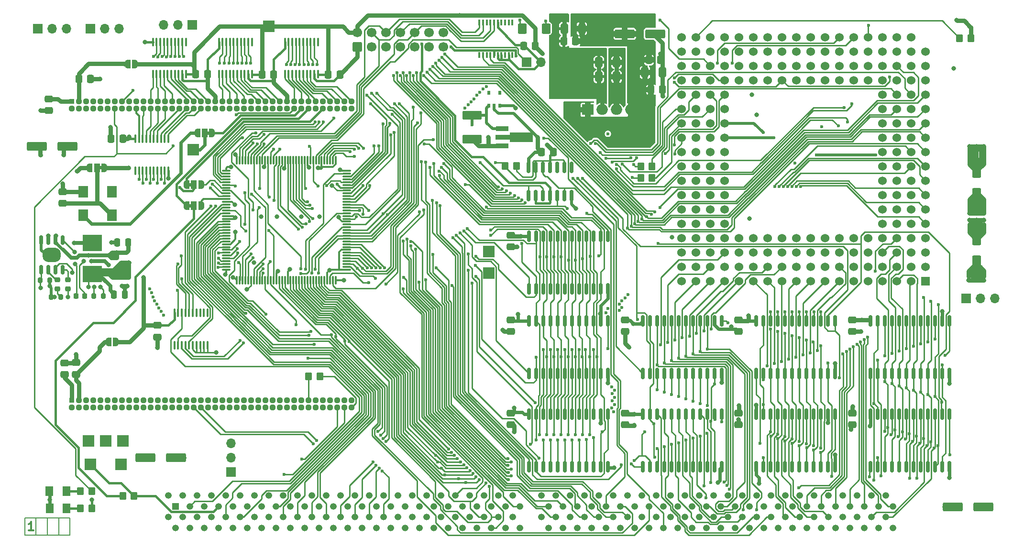
<source format=gbr>
%TF.GenerationSoftware,KiCad,Pcbnew,7.0.6-0*%
%TF.CreationDate,2024-10-04T12:35:45+02:00*%
%TF.ProjectId,Z3660_v022,5a333636-305f-4763-9032-322e6b696361,v0.22*%
%TF.SameCoordinates,Original*%
%TF.FileFunction,Copper,L1,Top*%
%TF.FilePolarity,Positive*%
%FSLAX46Y46*%
G04 Gerber Fmt 4.6, Leading zero omitted, Abs format (unit mm)*
G04 Created by KiCad (PCBNEW 7.0.6-0) date 2024-10-04 12:35:45*
%MOMM*%
%LPD*%
G01*
G04 APERTURE LIST*
G04 Aperture macros list*
%AMRoundRect*
0 Rectangle with rounded corners*
0 $1 Rounding radius*
0 $2 $3 $4 $5 $6 $7 $8 $9 X,Y pos of 4 corners*
0 Add a 4 corners polygon primitive as box body*
4,1,4,$2,$3,$4,$5,$6,$7,$8,$9,$2,$3,0*
0 Add four circle primitives for the rounded corners*
1,1,$1+$1,$2,$3*
1,1,$1+$1,$4,$5*
1,1,$1+$1,$6,$7*
1,1,$1+$1,$8,$9*
0 Add four rect primitives between the rounded corners*
20,1,$1+$1,$2,$3,$4,$5,0*
20,1,$1+$1,$4,$5,$6,$7,0*
20,1,$1+$1,$6,$7,$8,$9,0*
20,1,$1+$1,$8,$9,$2,$3,0*%
%AMFreePoly0*
4,1,9,5.362500,-0.866500,1.237500,-0.866500,1.237500,-0.450000,-1.237500,-0.450000,-1.237500,0.450000,1.237500,0.450000,1.237500,0.866500,5.362500,0.866500,5.362500,-0.866500,5.362500,-0.866500,$1*%
%AMFreePoly1*
4,1,19,0.500000,-0.750000,0.000000,-0.750000,0.000000,-0.744911,-0.071157,-0.744911,-0.207708,-0.704816,-0.327430,-0.627875,-0.420627,-0.520320,-0.479746,-0.390866,-0.500000,-0.250000,-0.500000,0.250000,-0.479746,0.390866,-0.420627,0.520320,-0.327430,0.627875,-0.207708,0.704816,-0.071157,0.744911,0.000000,0.744911,0.000000,0.750000,0.500000,0.750000,0.500000,-0.750000,0.500000,-0.750000,
$1*%
%AMFreePoly2*
4,1,19,0.000000,0.744911,0.071157,0.744911,0.207708,0.704816,0.327430,0.627875,0.420627,0.520320,0.479746,0.390866,0.500000,0.250000,0.500000,-0.250000,0.479746,-0.390866,0.420627,-0.520320,0.327430,-0.627875,0.207708,-0.704816,0.071157,-0.744911,0.000000,-0.744911,0.000000,-0.750000,-0.500000,-0.750000,-0.500000,0.750000,0.000000,0.750000,0.000000,0.744911,0.000000,0.744911,
$1*%
%AMFreePoly3*
4,1,19,0.550000,-0.750000,0.000000,-0.750000,0.000000,-0.744911,-0.071157,-0.744911,-0.207708,-0.704816,-0.327430,-0.627875,-0.420627,-0.520320,-0.479746,-0.390866,-0.500000,-0.250000,-0.500000,0.250000,-0.479746,0.390866,-0.420627,0.520320,-0.327430,0.627875,-0.207708,0.704816,-0.071157,0.744911,0.000000,0.744911,0.000000,0.750000,0.550000,0.750000,0.550000,-0.750000,0.550000,-0.750000,
$1*%
%AMFreePoly4*
4,1,19,0.000000,0.744911,0.071157,0.744911,0.207708,0.704816,0.327430,0.627875,0.420627,0.520320,0.479746,0.390866,0.500000,0.250000,0.500000,-0.250000,0.479746,-0.390866,0.420627,-0.520320,0.327430,-0.627875,0.207708,-0.704816,0.071157,-0.744911,0.000000,-0.744911,0.000000,-0.750000,-0.550000,-0.750000,-0.550000,0.750000,0.000000,0.750000,0.000000,0.744911,0.000000,0.744911,
$1*%
G04 Aperture macros list end*
%TA.AperFunction,NonConductor*%
%ADD10C,0.150000*%
%TD*%
%ADD11C,0.300000*%
%TA.AperFunction,NonConductor*%
%ADD12C,0.300000*%
%TD*%
%TA.AperFunction,SMDPad,CuDef*%
%ADD13RoundRect,0.150000X0.150000X-0.825000X0.150000X0.825000X-0.150000X0.825000X-0.150000X-0.825000X0*%
%TD*%
%TA.AperFunction,ComponentPad*%
%ADD14C,1.524000*%
%TD*%
%TA.AperFunction,ComponentPad*%
%ADD15R,1.524000X1.524000*%
%TD*%
%TA.AperFunction,ComponentPad*%
%ADD16R,1.700000X1.700000*%
%TD*%
%TA.AperFunction,ComponentPad*%
%ADD17O,1.700000X1.700000*%
%TD*%
%TA.AperFunction,SMDPad,CuDef*%
%ADD18RoundRect,0.075000X0.662500X0.075000X-0.662500X0.075000X-0.662500X-0.075000X0.662500X-0.075000X0*%
%TD*%
%TA.AperFunction,SMDPad,CuDef*%
%ADD19RoundRect,0.075000X0.075000X0.662500X-0.075000X0.662500X-0.075000X-0.662500X0.075000X-0.662500X0*%
%TD*%
%TA.AperFunction,SMDPad,CuDef*%
%ADD20RoundRect,0.250000X-1.500000X-0.550000X1.500000X-0.550000X1.500000X0.550000X-1.500000X0.550000X0*%
%TD*%
%TA.AperFunction,SMDPad,CuDef*%
%ADD21RoundRect,0.250000X0.550000X-1.500000X0.550000X1.500000X-0.550000X1.500000X-0.550000X-1.500000X0*%
%TD*%
%TA.AperFunction,SMDPad,CuDef*%
%ADD22RoundRect,0.250000X0.475000X-0.337500X0.475000X0.337500X-0.475000X0.337500X-0.475000X-0.337500X0*%
%TD*%
%TA.AperFunction,SMDPad,CuDef*%
%ADD23RoundRect,0.250000X-0.475000X0.337500X-0.475000X-0.337500X0.475000X-0.337500X0.475000X0.337500X0*%
%TD*%
%TA.AperFunction,SMDPad,CuDef*%
%ADD24RoundRect,0.250000X-1.450000X0.537500X-1.450000X-0.537500X1.450000X-0.537500X1.450000X0.537500X0*%
%TD*%
%TA.AperFunction,SMDPad,CuDef*%
%ADD25R,2.300000X0.900000*%
%TD*%
%TA.AperFunction,SMDPad,CuDef*%
%ADD26FreePoly0,0.000000*%
%TD*%
%TA.AperFunction,SMDPad,CuDef*%
%ADD27RoundRect,0.250000X-0.337500X-0.475000X0.337500X-0.475000X0.337500X0.475000X-0.337500X0.475000X0*%
%TD*%
%TA.AperFunction,SMDPad,CuDef*%
%ADD28RoundRect,0.250000X-0.350000X-0.450000X0.350000X-0.450000X0.350000X0.450000X-0.350000X0.450000X0*%
%TD*%
%TA.AperFunction,SMDPad,CuDef*%
%ADD29RoundRect,0.150000X0.150000X-0.875000X0.150000X0.875000X-0.150000X0.875000X-0.150000X-0.875000X0*%
%TD*%
%TA.AperFunction,ComponentPad*%
%ADD30RoundRect,0.250000X0.600000X-0.600000X0.600000X0.600000X-0.600000X0.600000X-0.600000X-0.600000X0*%
%TD*%
%TA.AperFunction,ComponentPad*%
%ADD31C,1.700000*%
%TD*%
%TA.AperFunction,SMDPad,CuDef*%
%ADD32R,1.800000X2.000000*%
%TD*%
%TA.AperFunction,SMDPad,CuDef*%
%ADD33RoundRect,0.250000X0.337500X0.475000X-0.337500X0.475000X-0.337500X-0.475000X0.337500X-0.475000X0*%
%TD*%
%TA.AperFunction,SMDPad,CuDef*%
%ADD34RoundRect,0.250000X-0.550000X1.500000X-0.550000X-1.500000X0.550000X-1.500000X0.550000X1.500000X0*%
%TD*%
%TA.AperFunction,SMDPad,CuDef*%
%ADD35RoundRect,0.250000X0.412500X0.650000X-0.412500X0.650000X-0.412500X-0.650000X0.412500X-0.650000X0*%
%TD*%
%TA.AperFunction,SMDPad,CuDef*%
%ADD36RoundRect,0.250000X-0.412500X-0.650000X0.412500X-0.650000X0.412500X0.650000X-0.412500X0.650000X0*%
%TD*%
%TA.AperFunction,ComponentPad*%
%ADD37R,0.950000X0.950000*%
%TD*%
%TA.AperFunction,ComponentPad*%
%ADD38RoundRect,0.237500X0.237500X-0.237500X0.237500X0.237500X-0.237500X0.237500X-0.237500X-0.237500X0*%
%TD*%
%TA.AperFunction,SMDPad,CuDef*%
%ADD39RoundRect,0.250001X0.462499X0.624999X-0.462499X0.624999X-0.462499X-0.624999X0.462499X-0.624999X0*%
%TD*%
%TA.AperFunction,SMDPad,CuDef*%
%ADD40RoundRect,0.249998X-0.537502X-0.650002X0.537502X-0.650002X0.537502X0.650002X-0.537502X0.650002X0*%
%TD*%
%TA.AperFunction,ComponentPad*%
%ADD41R,2.000000X2.000000*%
%TD*%
%TA.AperFunction,SMDPad,CuDef*%
%ADD42FreePoly1,0.000000*%
%TD*%
%TA.AperFunction,SMDPad,CuDef*%
%ADD43FreePoly2,0.000000*%
%TD*%
%TA.AperFunction,SMDPad,CuDef*%
%ADD44FreePoly3,0.000000*%
%TD*%
%TA.AperFunction,SMDPad,CuDef*%
%ADD45R,1.000000X1.500000*%
%TD*%
%TA.AperFunction,SMDPad,CuDef*%
%ADD46FreePoly4,0.000000*%
%TD*%
%TA.AperFunction,SMDPad,CuDef*%
%ADD47RoundRect,0.200000X-0.200000X-0.275000X0.200000X-0.275000X0.200000X0.275000X-0.200000X0.275000X0*%
%TD*%
%TA.AperFunction,SMDPad,CuDef*%
%ADD48RoundRect,0.100000X0.100000X-0.637500X0.100000X0.637500X-0.100000X0.637500X-0.100000X-0.637500X0*%
%TD*%
%TA.AperFunction,SMDPad,CuDef*%
%ADD49RoundRect,0.100000X-0.100000X0.637500X-0.100000X-0.637500X0.100000X-0.637500X0.100000X0.637500X0*%
%TD*%
%TA.AperFunction,SMDPad,CuDef*%
%ADD50RoundRect,0.200000X0.200000X0.275000X-0.200000X0.275000X-0.200000X-0.275000X0.200000X-0.275000X0*%
%TD*%
%TA.AperFunction,SMDPad,CuDef*%
%ADD51FreePoly3,180.000000*%
%TD*%
%TA.AperFunction,SMDPad,CuDef*%
%ADD52FreePoly4,180.000000*%
%TD*%
%TA.AperFunction,SMDPad,CuDef*%
%ADD53RoundRect,0.225000X0.250000X-0.225000X0.250000X0.225000X-0.250000X0.225000X-0.250000X-0.225000X0*%
%TD*%
%TA.AperFunction,SMDPad,CuDef*%
%ADD54RoundRect,0.250000X0.350000X0.450000X-0.350000X0.450000X-0.350000X-0.450000X0.350000X-0.450000X0*%
%TD*%
%TA.AperFunction,SMDPad,CuDef*%
%ADD55RoundRect,0.250000X0.250000X0.475000X-0.250000X0.475000X-0.250000X-0.475000X0.250000X-0.475000X0*%
%TD*%
%TA.AperFunction,SMDPad,CuDef*%
%ADD56RoundRect,0.250000X-0.250000X-0.475000X0.250000X-0.475000X0.250000X0.475000X-0.250000X0.475000X0*%
%TD*%
%TA.AperFunction,SMDPad,CuDef*%
%ADD57R,0.400000X1.000000*%
%TD*%
%TA.AperFunction,SMDPad,CuDef*%
%ADD58R,0.510000X0.700000*%
%TD*%
%TA.AperFunction,SMDPad,CuDef*%
%ADD59RoundRect,0.150000X-0.150000X0.662500X-0.150000X-0.662500X0.150000X-0.662500X0.150000X0.662500X0*%
%TD*%
%TA.AperFunction,SMDPad,CuDef*%
%ADD60RoundRect,1.005600X-0.594400X0.251400X-0.594400X-0.251400X0.594400X-0.251400X0.594400X0.251400X0*%
%TD*%
%TA.AperFunction,ComponentPad*%
%ADD61R,2.000000X1.905000*%
%TD*%
%TA.AperFunction,ComponentPad*%
%ADD62O,2.000000X1.905000*%
%TD*%
%TA.AperFunction,SMDPad,CuDef*%
%ADD63R,3.500000X2.950000*%
%TD*%
%TA.AperFunction,SMDPad,CuDef*%
%ADD64RoundRect,0.225000X-0.225000X-0.250000X0.225000X-0.250000X0.225000X0.250000X-0.225000X0.250000X0*%
%TD*%
%TA.AperFunction,ComponentPad*%
%ADD65R,1.200000X1.200000*%
%TD*%
%TA.AperFunction,ComponentPad*%
%ADD66O,1.200000X1.200000*%
%TD*%
%TA.AperFunction,ViaPad*%
%ADD67C,0.800000*%
%TD*%
%TA.AperFunction,ViaPad*%
%ADD68C,0.600000*%
%TD*%
%TA.AperFunction,Conductor*%
%ADD69C,0.300000*%
%TD*%
%TA.AperFunction,Conductor*%
%ADD70C,0.800000*%
%TD*%
%TA.AperFunction,Conductor*%
%ADD71C,0.600000*%
%TD*%
%TA.AperFunction,Conductor*%
%ADD72C,0.400000*%
%TD*%
%TA.AperFunction,Conductor*%
%ADD73C,0.700000*%
%TD*%
%TA.AperFunction,Conductor*%
%ADD74C,0.250000*%
%TD*%
%TA.AperFunction,Conductor*%
%ADD75C,0.500000*%
%TD*%
%TA.AperFunction,Conductor*%
%ADD76C,0.550000*%
%TD*%
G04 APERTURE END LIST*
D10*
X80582000Y-122047000D02*
X80582000Y-118999000D01*
X88582000Y-118999000D02*
X88582000Y-122047000D01*
X84582000Y-118999000D02*
X84582000Y-122047000D01*
X82582000Y-118999000D02*
X82582000Y-122047000D01*
X80582000Y-118999000D02*
X88582000Y-118999000D01*
X88582000Y-122047000D02*
X80582000Y-122047000D01*
X86582000Y-118999000D02*
X86582000Y-122047000D01*
D11*
D12*
X82147572Y-121201328D02*
X81290429Y-121201328D01*
X81719000Y-121201328D02*
X81719000Y-119701328D01*
X81719000Y-119701328D02*
X81576143Y-119915614D01*
X81576143Y-119915614D02*
X81433286Y-120058471D01*
X81433286Y-120058471D02*
X81290429Y-120129900D01*
%TA.AperFunction,EtchedComponent*%
%TO.C,JP9*%
G36*
X110110800Y-64054000D02*
G01*
X109610800Y-64054000D01*
X109610800Y-63454000D01*
X110110800Y-63454000D01*
X110110800Y-64054000D01*
G37*
%TD.AperFunction*%
%TA.AperFunction,EtchedComponent*%
%TO.C,JP10*%
G36*
X110110800Y-60294800D02*
G01*
X109610800Y-60294800D01*
X109610800Y-59694800D01*
X110110800Y-59694800D01*
X110110800Y-60294800D01*
G37*
%TD.AperFunction*%
%TA.AperFunction,EtchedComponent*%
%TO.C,JP8*%
G36*
X113315600Y-51185600D02*
G01*
X112815600Y-51185600D01*
X112815600Y-50585600D01*
X113315600Y-50585600D01*
X113315600Y-51185600D01*
G37*
%TD.AperFunction*%
%TA.AperFunction,EtchedComponent*%
%TO.C,JP11*%
G36*
X94240400Y-57297600D02*
G01*
X93740400Y-57297600D01*
X93740400Y-56697600D01*
X94240400Y-56697600D01*
X94240400Y-57297600D01*
G37*
%TD.AperFunction*%
%TD*%
D13*
%TO.P,U5,1*%
%TO.N,LED*%
X169774000Y-61927000D03*
%TO.P,U5,2*%
%TO.N,Net-(R19-Pad1)*%
X171044000Y-61927000D03*
%TO.P,U5,3*%
%TO.N,LED*%
X172314000Y-61927000D03*
%TO.P,U5,4*%
%TO.N,Net-(R19-Pad1)*%
X173584000Y-61927000D03*
%TO.P,U5,5*%
%TO.N,_040RSTO*%
X174854000Y-61927000D03*
%TO.P,U5,6*%
%TO.N,_RESET*%
X176124000Y-61927000D03*
%TO.P,U5,7,GND*%
%TO.N,Earth*%
X177394000Y-61927000D03*
%TO.P,U5,8*%
%TO.N,unconnected-(U5-Pad8)*%
X177394000Y-56977000D03*
%TO.P,U5,9*%
%TO.N,Earth*%
X176124000Y-56977000D03*
%TO.P,U5,10*%
%TO.N,unconnected-(U5-Pad10)*%
X174854000Y-56977000D03*
%TO.P,U5,11*%
%TO.N,Earth*%
X173584000Y-56977000D03*
%TO.P,U5,12*%
%TO.N,_RESET*%
X172314000Y-56977000D03*
%TO.P,U5,13*%
%TO.N,RESETOUT*%
X171044000Y-56977000D03*
%TO.P,U5,14,VCC*%
%TO.N,+5V*%
X169774000Y-56977000D03*
%TD*%
D14*
%TO.P,U4,0*%
%TO.N,N/C*%
X207035000Y-69430900D03*
X209575000Y-69430900D03*
X229895000Y-69430900D03*
X232435000Y-69430900D03*
D15*
%TO.P,U4,1,A31*%
%TO.N,060A31*%
X240055000Y-77050900D03*
D14*
%TO.P,U4,2,D3*%
%TO.N,D040_3*%
X237515000Y-77050900D03*
%TO.P,U4,3,D4*%
%TO.N,D040_4*%
X234975000Y-77050900D03*
%TO.P,U4,4,D5*%
%TO.N,D040_5*%
X232435000Y-77050900D03*
%TO.P,U4,5,D6*%
%TO.N,D040_6*%
X229895000Y-77050900D03*
%TO.P,U4,6,D7*%
%TO.N,D040_7*%
X227355000Y-77050900D03*
%TO.P,U4,7,D9*%
%TO.N,D040_9*%
X224815000Y-77050900D03*
%TO.P,U4,8,D10*%
%TO.N,D040_10*%
X222275000Y-77050900D03*
%TO.P,U4,9,D11*%
%TO.N,D040_11*%
X219735000Y-77050900D03*
%TO.P,U4,10,D12*%
%TO.N,D040_12*%
X217195000Y-77050900D03*
%TO.P,U4,11,D13*%
%TO.N,D040_13*%
X214655000Y-77050900D03*
%TO.P,U4,12,D14*%
%TO.N,D040_14*%
X212115000Y-77050900D03*
%TO.P,U4,13,D15*%
%TO.N,D040_15*%
X209575000Y-77050900D03*
%TO.P,U4,14,D17*%
%TO.N,D040_17*%
X207035000Y-77050900D03*
%TO.P,U4,15,D19*%
%TO.N,D040_19*%
X204495000Y-77050900D03*
%TO.P,U4,16,D20*%
%TO.N,D040_20*%
X201955000Y-77050900D03*
%TO.P,U4,17,D21*%
%TO.N,D040_21*%
X199415000Y-77050900D03*
%TO.P,U4,18,D24*%
%TO.N,D040_24*%
X196875000Y-77050900D03*
%TO.P,U4,19,A29*%
%TO.N,060A29*%
X240055000Y-74510900D03*
%TO.P,U4,20,GND17*%
%TO.N,Earth*%
X214655000Y-69430900D03*
X219735000Y-69430900D03*
X224815000Y-69430900D03*
X227355000Y-69430900D03*
X232435000Y-46570900D03*
X232435000Y-49110900D03*
X232435000Y-54190900D03*
X237515000Y-74510900D03*
%TO.P,U4,21,D1*%
%TO.N,D040_1*%
X234975000Y-74510900D03*
%TO.P,U4,22,GND18*%
%TO.N,Earth*%
X232435000Y-74510900D03*
%TO.P,U4,23,VCC11*%
%TO.N,+3V3*%
X229895000Y-74510900D03*
%TO.P,U4,24,GND19*%
%TO.N,Earth*%
X227355000Y-74510900D03*
%TO.P,U4,25,D8*%
%TO.N,D040_8*%
X224815000Y-74510900D03*
%TO.P,U4,26,GND20*%
%TO.N,Earth*%
X222275000Y-74510900D03*
%TO.P,U4,27,VCC12*%
%TO.N,+3V3*%
X219735000Y-74510900D03*
%TO.P,U4,28,GND21*%
%TO.N,Earth*%
X217195000Y-74510900D03*
%TO.P,U4,29,D16*%
%TO.N,D040_16*%
X214655000Y-74510900D03*
%TO.P,U4,30,D18*%
%TO.N,D040_18*%
X212115000Y-74510900D03*
%TO.P,U4,31,GND22*%
%TO.N,Earth*%
X209575000Y-74510900D03*
%TO.P,U4,32,VCC13*%
%TO.N,+3V3*%
X207035000Y-74510900D03*
%TO.P,U4,33,GND23*%
%TO.N,Earth*%
X204495000Y-74510900D03*
%TO.P,U4,34,D22*%
%TO.N,D040_22*%
X201955000Y-74510900D03*
%TO.P,U4,35,GND24*%
%TO.N,Earth*%
X199415000Y-74510900D03*
%TO.P,U4,36,D26*%
%TO.N,D040_26*%
X196875000Y-74510900D03*
%TO.P,U4,37,A27*%
%TO.N,060A27*%
X240055000Y-71970900D03*
%TO.P,U4,38,VCC14*%
%TO.N,+3V3*%
X237515000Y-71970900D03*
%TO.P,U4,39,D0*%
%TO.N,D040_0*%
X234975000Y-71970900D03*
%TO.P,U4,40,D2*%
%TO.N,D040_2*%
X232435000Y-71970900D03*
%TO.P,U4,41,VCC23*%
%TO.N,+3V3*%
X229895000Y-71970900D03*
%TO.P,U4,42,GND3*%
%TO.N,Earth*%
X227355000Y-71970900D03*
%TO.P,U4,43,GND4*%
X224815000Y-71970900D03*
%TO.P,U4,44,VCC24*%
%TO.N,+3V3*%
X222275000Y-71970900D03*
%TO.P,U4,45,GND5*%
%TO.N,Earth*%
X219735000Y-71970900D03*
%TO.P,U4,46,VCC25*%
%TO.N,+3V3*%
X217195000Y-71970900D03*
%TO.P,U4,47,GND6*%
%TO.N,Earth*%
X214655000Y-71970900D03*
%TO.P,U4,48,VCC26*%
%TO.N,+3V3*%
X212115000Y-71970900D03*
%TO.P,U4,49,GND7*%
%TO.N,Earth*%
X209575000Y-71970900D03*
%TO.P,U4,50,VCC2*%
%TO.N,+3V3*%
X207035000Y-71970900D03*
%TO.P,U4,51,D23*%
%TO.N,D040_23*%
X204495000Y-71970900D03*
%TO.P,U4,52,D25*%
%TO.N,D040_25*%
X201955000Y-71970900D03*
%TO.P,U4,53,VCC15*%
%TO.N,+3V3*%
X199415000Y-71970900D03*
%TO.P,U4,54,D28*%
%TO.N,D040_28*%
X196875000Y-71970900D03*
%TO.P,U4,55,A24*%
%TO.N,060A24*%
X240055000Y-69430900D03*
%TO.P,U4,56,GND25*%
%TO.N,Earth*%
X237515000Y-69430900D03*
%TO.P,U4,57,A30*%
%TO.N,060A30*%
X234975000Y-69430900D03*
%TO.P,U4,58,D27*%
%TO.N,D040_27*%
X201955000Y-69430900D03*
%TO.P,U4,59,GND26*%
%TO.N,Earth*%
X199415000Y-69430900D03*
%TO.P,U4,60,D31*%
%TO.N,D040_31*%
X196875000Y-69430900D03*
%TO.P,U4,61,A22*%
%TO.N,060A22*%
X240055000Y-66890900D03*
%TO.P,U4,62,A26*%
%TO.N,060A26*%
X237515000Y-66890900D03*
%TO.P,U4,63,A28*%
%TO.N,060A28*%
X234975000Y-66890900D03*
%TO.P,U4,64,D29*%
%TO.N,D040_29*%
X201955000Y-66890900D03*
%TO.P,U4,65,D30*%
%TO.N,D040_30*%
X199415000Y-66890900D03*
%TO.P,U4,66,A8*%
%TO.N,060A8*%
X196875000Y-66890900D03*
%TO.P,U4,67,A21*%
%TO.N,060A21*%
X240055000Y-64350900D03*
%TO.P,U4,68,GND27*%
%TO.N,Earth*%
X237515000Y-64350900D03*
%TO.P,U4,69,A25*%
%TO.N,060A25*%
X234975000Y-64350900D03*
%TO.P,U4,70,A9*%
%TO.N,060A9*%
X201955000Y-64350900D03*
%TO.P,U4,71,GND28*%
%TO.N,Earth*%
X199415000Y-64350900D03*
%TO.P,U4,72,A7*%
%TO.N,060A7*%
X196875000Y-64350900D03*
%TO.P,U4,73,A20*%
%TO.N,060A20*%
X240055000Y-61810900D03*
%TO.P,U4,74,VCC16*%
%TO.N,+3V3*%
X237515000Y-61810900D03*
%TO.P,U4,75,A23*%
%TO.N,060A23*%
X234975000Y-61810900D03*
%TO.P,U4,76,A6*%
%TO.N,060A6*%
X201955000Y-61810900D03*
%TO.P,U4,77,VCC17*%
%TO.N,+3V3*%
X199415000Y-61810900D03*
%TO.P,U4,78,A5*%
%TO.N,060A5*%
X196875000Y-61810900D03*
%TO.P,U4,79,A18*%
%TO.N,060A18*%
X240055000Y-59270900D03*
%TO.P,U4,80,GND29*%
%TO.N,Earth*%
X237515000Y-59270900D03*
%TO.P,U4,81,VCC3*%
%TO.N,+3V3*%
X234975000Y-59270900D03*
%TO.P,U4,82,VCC4*%
X201955000Y-59270900D03*
%TO.P,U4,83,GND30*%
%TO.N,Earth*%
X199415000Y-59270900D03*
%TO.P,U4,84,A4*%
%TO.N,060A4*%
X196875000Y-59270900D03*
%TO.P,U4,85,A17*%
%TO.N,060A17*%
X240055000Y-56730900D03*
%TO.P,U4,86,A19*%
%TO.N,060A19*%
X237515000Y-56730900D03*
%TO.P,U4,87,VCC5*%
%TO.N,+3V3*%
X234975000Y-56730900D03*
%TO.P,U4,88,VCC6*%
X201955000Y-56730900D03*
%TO.P,U4,89,A2*%
%TO.N,060A2*%
X199415000Y-56730900D03*
%TO.P,U4,90,A3*%
%TO.N,060A3*%
X196875000Y-56730900D03*
%TO.P,U4,91,A15*%
%TO.N,060A15*%
X240055000Y-54190900D03*
%TO.P,U4,92,A16*%
%TO.N,060A16*%
X237515000Y-54190900D03*
%TO.P,U4,93,GND8*%
%TO.N,Earth*%
X234975000Y-54190900D03*
%TO.P,U4,94,GND9*%
X201955000Y-54190900D03*
%TO.P,U4,95,TM2*%
%TO.N,TM2*%
X199415000Y-54190900D03*
%TO.P,U4,96,A1*%
%TO.N,060A1*%
X196875000Y-54190900D03*
%TO.P,U4,97,A14*%
%TO.N,060A14*%
X240055000Y-51650900D03*
%TO.P,U4,98,GND31*%
%TO.N,Earth*%
X237515000Y-51650900D03*
%TO.P,U4,99,GND10*%
X234975000Y-51650900D03*
%TO.P,U4,100,VCC7*%
%TO.N,+3V3*%
X201955000Y-51650900D03*
%TO.P,U4,101,GND32*%
%TO.N,Earth*%
X199415000Y-51650900D03*
%TO.P,U4,102,A0*%
%TO.N,060A0*%
X196875000Y-51650900D03*
%TO.P,U4,103,A13*%
%TO.N,060A13*%
X240055000Y-49110900D03*
%TO.P,U4,104,VCC18*%
%TO.N,+3V3*%
X237515000Y-49110900D03*
%TO.P,U4,105,VCC9*%
X234975000Y-49110900D03*
%TO.P,U4,106,GND11*%
%TO.N,Earth*%
X201955000Y-49110900D03*
%TO.P,U4,107,VCC19*%
%TO.N,+3V3*%
X199415000Y-49110900D03*
%TO.P,U4,108,TM1*%
%TO.N,TM1*%
X196875000Y-49110900D03*
%TO.P,U4,109,A12*%
%TO.N,060A12*%
X240055000Y-46570900D03*
%TO.P,U4,110,GND33*%
%TO.N,Earth*%
X237515000Y-46570900D03*
%TO.P,U4,111,A11*%
%TO.N,060A11*%
X234975000Y-46570900D03*
%TO.P,U4,112,R_W*%
%TO.N,R_W040*%
X201955000Y-46570900D03*
%TO.P,U4,113,GND34*%
%TO.N,Earth*%
X199415000Y-46570900D03*
%TO.P,U4,114,TM0*%
%TO.N,TM0*%
X196875000Y-46570900D03*
%TO.P,U4,115,A10*%
%TO.N,060A10*%
X240055000Y-44030900D03*
%TO.P,U4,116,TT1*%
%TO.N,TT1*%
X237515000Y-44030900D03*
%TO.P,U4,117,TT0*%
%TO.N,TT0*%
X234975000Y-44030900D03*
%TO.P,U4,118,SIZ1*%
%TO.N,/CPU and CLK/SIZ60_1*%
X201955000Y-44030900D03*
%TO.P,U4,119,SIZ0*%
%TO.N,/CPU and CLK/SIZ60_0*%
X199415000Y-44030900D03*
%TO.P,U4,120,TLN1*%
%TO.N,unconnected-(U4-TLN1-Pad120)*%
X196875000Y-44030900D03*
%TO.P,U4,121,UPA1*%
%TO.N,unconnected-(U4-UPA1-Pad121)*%
X240055000Y-41490900D03*
%TO.P,U4,122,GND35*%
%TO.N,Earth*%
X237515000Y-41490900D03*
%TO.P,U4,123,UPA0*%
%TO.N,unconnected-(U4-UPA0-Pad123)*%
X234975000Y-41490900D03*
%TO.P,U4,124,~{MI}*%
%TO.N,unconnected-(U4-~{MI}-Pad124)*%
X201955000Y-41490900D03*
%TO.P,U4,125,GND36*%
%TO.N,Earth*%
X199415000Y-41490900D03*
%TO.P,U4,126,TLN0*%
%TO.N,unconnected-(U4-TLN0-Pad126)*%
X196875000Y-41490900D03*
%TO.P,U4,127,~{CIOUT}*%
%TO.N,_040CIOUT*%
X240055000Y-38950900D03*
%TO.P,U4,128,VCC20*%
%TO.N,+3V3*%
X237515000Y-38950900D03*
%TO.P,U4,129,~{RST0}*%
%TO.N,_040RSTO*%
X234975000Y-38950900D03*
%TO.P,U4,130,GND12*%
%TO.N,Earth*%
X232435000Y-38950900D03*
%TO.P,U4,131,VCC8*%
%TO.N,+3V3*%
X229895000Y-38950900D03*
%TO.P,U4,132,GND1*%
%TO.N,Earth*%
X227355000Y-38950900D03*
%TO.P,U4,133,BCLK*%
%TO.N,040_BCLK*%
X224815000Y-38950900D03*
%TO.P,U4,134,VCC0*%
%TO.N,+3V3*%
X222275000Y-38950900D03*
%TO.P,U4,135,PCLK*%
%TO.N,PCLK*%
X219735000Y-38950900D03*
%TO.P,U4,136,GND2*%
%TO.N,Earth*%
X217195000Y-38950900D03*
%TO.P,U4,137,GND13*%
X214655000Y-38950900D03*
%TO.P,U4,138,VCC10*%
%TO.N,+3V3*%
X212115000Y-38950900D03*
%TO.P,U4,139,GND14*%
%TO.N,Earth*%
X209575000Y-38950900D03*
%TO.P,U4,140,PST2*%
%TO.N,unconnected-(U4-PST2-Pad140)*%
X207035000Y-38950900D03*
%TO.P,U4,141,~{TIP}*%
%TO.N,unconnected-(U4-~{TIP}-Pad141)*%
X204495000Y-38950900D03*
%TO.P,U4,142,~{TS}*%
%TO.N,Net-(U4-~{TS})*%
X201955000Y-38950900D03*
%TO.P,U4,143,VCC21*%
%TO.N,+3V3*%
X199415000Y-38950900D03*
%TO.P,U4,144,~{LOCKE}*%
%TO.N,_LOCKE*%
X196875000Y-38950900D03*
%TO.P,U4,145,~{IPEND}*%
%TO.N,_040IPEND*%
X240055000Y-36410900D03*
%TO.P,U4,146,GND37*%
%TO.N,Earth*%
X237515000Y-36410900D03*
%TO.P,U4,147,TDI*%
%TO.N,Net-(RN2-R3.2)*%
X234975000Y-36410900D03*
%TO.P,U4,148,TCK*%
%TO.N,Net-(RN1-R4.2)*%
X232435000Y-36410900D03*
%TO.P,U4,149,TMS*%
%TO.N,Net-(RN1-R3.2)*%
X229895000Y-36410900D03*
%TO.P,U4,150,~{MDIS}*%
%TO.N,_040EMUL*%
X227355000Y-36410900D03*
%TO.P,U4,151,~{RSTI}*%
%TO.N,_040RSTI*%
X224815000Y-36410900D03*
%TO.P,U4,152,VCC1*%
%TO.N,+3V3*%
X222275000Y-36410900D03*
%TO.P,U4,153,GND0*%
%TO.N,Earth*%
X219735000Y-36410900D03*
%TO.P,U4,154,GND15*%
X217195000Y-36410900D03*
%TO.P,U4,155,~{TBI}*%
%TO.N,_TBI*%
X214655000Y-36410900D03*
%TO.P,U4,156,SC1*%
%TO.N,unconnected-(U4-SC1-Pad156)*%
X212115000Y-36410900D03*
%TO.P,U4,157,~{TEA}*%
%TO.N,_TEA*%
X209575000Y-36410900D03*
%TO.P,U4,158,PST1*%
%TO.N,unconnected-(U4-PST1-Pad158)*%
X207035000Y-36410900D03*
%TO.P,U4,159,GND38*%
%TO.N,Earth*%
X204495000Y-36410900D03*
%TO.P,U4,160,VCC22*%
%TO.N,+3V3*%
X201955000Y-36410900D03*
%TO.P,U4,161,GND39*%
%TO.N,Earth*%
X199415000Y-36410900D03*
%TO.P,U4,162,~{LOCK}*%
%TO.N,_LOCK*%
X196875000Y-36410900D03*
%TO.P,U4,163,TDO*%
%TO.N,unconnected-(U4-TDO-Pad163)*%
X237515000Y-33870900D03*
%TO.P,U4,164,~{TRST}*%
%TO.N,Net-(RN2-R1.2)*%
X234975000Y-33870900D03*
%TO.P,U4,165,GND16*%
%TO.N,Earth*%
X232435000Y-33870900D03*
%TO.P,U4,166,~{CDIS}*%
%TO.N,_040EMUL*%
X229895000Y-33870900D03*
%TO.P,U4,167,IPL2*%
%TO.N,_060IPL2*%
X227355000Y-33870900D03*
%TO.P,U4,168,IPL1*%
%TO.N,_060IPL1*%
X224815000Y-33870900D03*
%TO.P,U4,169,IPL0*%
%TO.N,_060IPL0*%
X222275000Y-33870900D03*
%TO.P,U4,170,DLE*%
%TO.N,Earth*%
X219735000Y-33870900D03*
%TO.P,U4,171,~{TCI}*%
%TO.N,_TCI*%
X217195000Y-33870900D03*
%TO.P,U4,172,~{AVEC}*%
%TO.N,_AVEC040*%
X214655000Y-33870900D03*
%TO.P,U4,173,SC0*%
%TO.N,unconnected-(U4-SC0-Pad173)*%
X212115000Y-33870900D03*
%TO.P,U4,174,~{BG}*%
%TO.N,_BG040*%
X209575000Y-33870900D03*
%TO.P,U4,175,~{TA}*%
%TO.N,_TA*%
X207035000Y-33870900D03*
%TO.P,U4,176,PST0*%
%TO.N,unconnected-(U4-PST0-Pad176)*%
X204495000Y-33870900D03*
%TO.P,U4,177,PST3*%
%TO.N,unconnected-(U4-PST3-Pad177)*%
X201955000Y-33870900D03*
%TO.P,U4,178,~{BB}*%
%TO.N,_BB040*%
X199415000Y-33870900D03*
%TO.P,U4,179,~{BR}*%
%TO.N,_BR040*%
X196875000Y-33870900D03*
%TO.P,U4,180,VCC0*%
%TO.N,+3V3*%
X222275000Y-69430900D03*
%TO.P,U4,181,VCC0*%
X217195000Y-69430900D03*
%TO.P,U4,182,VCC0*%
X212115000Y-69430900D03*
%TO.P,U4,183,VCC0*%
X204495000Y-69430900D03*
%TO.P,U4,184,VCC0*%
X232435000Y-66890900D03*
%TO.P,U4,185,VCC0*%
X204495000Y-66890900D03*
%TO.P,U4,186,GND3*%
%TO.N,Earth*%
X232435000Y-64350900D03*
%TO.P,U4,187,GND2*%
X204495000Y-64350900D03*
%TO.P,U4,188,VCC0*%
%TO.N,+3V3*%
X232435000Y-61810900D03*
%TO.P,U4,189,VCC0*%
X204495000Y-61810900D03*
%TO.P,U4,190,GND1*%
%TO.N,Earth*%
X232435000Y-59270900D03*
%TO.P,U4,191,GND0*%
X204495000Y-59270900D03*
%TO.P,U4,192,VCC0*%
%TO.N,+3V3*%
X232435000Y-56730900D03*
%TO.P,U4,193,VCC0*%
X204495000Y-56730900D03*
%TO.P,U4,194,~{CLA}*%
%TO.N,_CLA*%
X204495000Y-54190900D03*
%TO.P,U4,195,VCC0*%
%TO.N,+3V3*%
X232435000Y-51650900D03*
%TO.P,U4,196,THERM0*%
%TO.N,THERM_N*%
X204495000Y-51650900D03*
%TO.P,U4,197,THERM1*%
%TO.N,THERM_P*%
X204495000Y-49110900D03*
%TO.P,U4,198,VCC0*%
%TO.N,+3V3*%
X204495000Y-46570900D03*
%TO.P,U4,199,VCC0*%
X232435000Y-44030900D03*
%TO.P,U4,200,~{SNOOP}*%
%TO.N,_SNOOP*%
X204495000Y-44030900D03*
%TO.P,U4,201,~{BS0}*%
%TO.N,unconnected-(U4-~{BS0}-Pad201)*%
X232435000Y-41490900D03*
%TO.P,U4,202,~{BS1}*%
%TO.N,unconnected-(U4-~{BS1}-Pad202)*%
X229895000Y-41490900D03*
%TO.P,U4,203,~{BS2}*%
%TO.N,unconnected-(U4-~{BS2}-Pad203)*%
X227355000Y-41490900D03*
%TO.P,U4,204,~{BS3}*%
%TO.N,unconnected-(U4-~{BS3}-Pad204)*%
X224815000Y-41490900D03*
%TO.P,U4,205,~{CLKEN}*%
%TO.N,_CLKEN*%
X222275000Y-41490900D03*
%TO.P,U4,206,GND0*%
%TO.N,Earth*%
X219735000Y-41490900D03*
%TO.P,U4,207,VCC0*%
%TO.N,+3V3*%
X217195000Y-41490900D03*
%TO.P,U4,208,~{BGR}*%
%TO.N,_BGR040*%
X214655000Y-41490900D03*
%TO.P,U4,209,~{TRA}*%
%TO.N,_TRA*%
X212115000Y-41490900D03*
%TO.P,U4,210,PST4*%
%TO.N,unconnected-(U4-PST4-Pad210)*%
X209575000Y-41490900D03*
%TO.P,U4,211,~{SAS}*%
%TO.N,unconnected-(U4-~{SAS}-Pad211)*%
X207035000Y-41490900D03*
%TO.P,U4,212,~{BTT}*%
%TO.N,_BTT*%
X204495000Y-41490900D03*
%TD*%
D16*
%TO.P,JP1,1,1*%
%TO.N,Earth*%
X247220000Y-80137000D03*
D17*
%TO.P,JP1,2,2*%
%TO.N,+5V*%
X249760000Y-80137000D03*
%TO.P,JP1,3,3*%
%TO.N,unconnected-(JP1-Pad3)*%
X252300000Y-80137000D03*
%TD*%
D18*
%TO.P,U2,1,VCCIO*%
%TO.N,+3V3*%
X137535500Y-75044000D03*
%TO.P,U2,2,I/O/GTS3*%
%TO.N,_EMUL*%
X137535500Y-74544000D03*
%TO.P,U2,3,I/O/GTS4*%
%TO.N,_LOCK*%
X137535500Y-74044000D03*
%TO.P,U2,4,P4*%
%TO.N,_LOCKE*%
X137535500Y-73544000D03*
%TO.P,U2,5,I/O/GTS1*%
%TO.N,_DSACK1*%
X137535500Y-73044000D03*
%TO.P,U2,6,I/O/GTS2*%
%TO.N,_BR*%
X137535500Y-72544000D03*
%TO.P,U2,7,P7*%
%TO.N,_DSACK0*%
X137535500Y-72044000D03*
%TO.P,U2,8,VCCINT*%
%TO.N,+3V3*%
X137535500Y-71544000D03*
%TO.P,U2,9,P9*%
%TO.N,_CPURST*%
X137535500Y-71044000D03*
%TO.P,U2,10,P10*%
%TO.N,_CIIN*%
X137535500Y-70544000D03*
%TO.P,U2,11,P11*%
%TO.N,_BR040*%
X137535500Y-70044000D03*
%TO.P,U2,12,P12*%
%TO.N,_TA*%
X137535500Y-69544000D03*
%TO.P,U2,13,P13*%
%TO.N,_TEA*%
X137535500Y-69044000D03*
%TO.P,U2,14,P14*%
%TO.N,SIZ40_0*%
X137535500Y-68544000D03*
%TO.P,U2,15,P15*%
%TO.N,SIZ40_1*%
X137535500Y-68044000D03*
%TO.P,U2,16,P16*%
%TO.N,_AVEC*%
X137535500Y-67544000D03*
%TO.P,U2,17,P17*%
%TO.N,_BB040*%
X137535500Y-67044000D03*
%TO.P,U2,18,GND*%
%TO.N,Earth*%
X137535500Y-66544000D03*
%TO.P,U2,19,P19*%
%TO.N,R_W040*%
X137535500Y-66044000D03*
%TO.P,U2,20,P20*%
%TO.N,PS_MIO9*%
X137535500Y-65544000D03*
%TO.P,U2,21,P21*%
%TO.N,INT6_ARM*%
X137535500Y-65044000D03*
%TO.P,U2,22,P22*%
%TO.N,_INT6*%
X137535500Y-64544000D03*
%TO.P,U2,23,P23*%
%TO.N,_CEAB*%
X137535500Y-64044000D03*
%TO.P,U2,24,P24*%
%TO.N,_INT2*%
X137535500Y-63544000D03*
%TO.P,U2,25,P25*%
%TO.N,_040RSTO*%
X137535500Y-63044000D03*
%TO.P,U2,26,P26*%
%TO.N,_BTT*%
X137535500Y-62544000D03*
%TO.P,U2,27,P27*%
%TO.N,RESETOUT*%
X137535500Y-62044000D03*
%TO.P,U2,28,P28*%
%TO.N,_BGR040*%
X137535500Y-61544000D03*
%TO.P,U2,29,GND*%
%TO.N,Earth*%
X137535500Y-61044000D03*
%TO.P,U2,30,I/O/GCK1*%
%TO.N,PCLK*%
X137535500Y-60544000D03*
%TO.P,U2,31,P31*%
%TO.N,_TS*%
X137535500Y-60044000D03*
%TO.P,U2,32,I/O/GCK2*%
%TO.N,_040RSTI*%
X137535500Y-59544000D03*
%TO.P,U2,33,P33*%
%TO.N,_SNOOP*%
X137535500Y-59044000D03*
%TO.P,U2,34,P34*%
%TO.N,LEBUS_DMA*%
X137535500Y-58544000D03*
%TO.P,U2,35,P35*%
%TO.N,_HLT*%
X137535500Y-58044000D03*
%TO.P,U2,36,GND*%
%TO.N,Earth*%
X137535500Y-57544000D03*
D19*
%TO.P,U2,37,VCCIO*%
%TO.N,+3V3*%
X135623000Y-55631500D03*
%TO.P,U2,38,I/O/GCK3*%
%TO.N,TM2*%
X135123000Y-55631500D03*
%TO.P,U2,39,P39*%
%TO.N,TM1*%
X134623000Y-55631500D03*
%TO.P,U2,40,P40*%
%TO.N,TM0*%
X134123000Y-55631500D03*
%TO.P,U2,41,P41*%
%TO.N,TT0*%
X133623000Y-55631500D03*
%TO.P,U2,42,VCCINT*%
%TO.N,+3V3*%
X133123000Y-55631500D03*
%TO.P,U2,43,P43*%
%TO.N,TT1*%
X132623000Y-55631500D03*
%TO.P,U2,44,P44*%
%TO.N,Net-(J1-A)*%
X132123000Y-55631500D03*
%TO.P,U2,45,P45*%
%TO.N,_040CIOUT*%
X131623000Y-55631500D03*
%TO.P,U2,46,P46*%
%TO.N,CPUCLK_RECVD*%
X131123000Y-55631500D03*
%TO.P,U2,47,GND*%
%TO.N,Earth*%
X130623000Y-55631500D03*
%TO.P,U2,48,P48*%
%TO.N,PS_MIO13*%
X130123000Y-55631500D03*
%TO.P,U2,49,P49*%
%TO.N,_IPL0*%
X129623000Y-55631500D03*
%TO.P,U2,50,P50*%
%TO.N,_IPL1*%
X129123000Y-55631500D03*
%TO.P,U2,51,P51*%
%TO.N,_IPL2*%
X128623000Y-55631500D03*
%TO.P,U2,52,P52*%
%TO.N,LEBUS0*%
X128123000Y-55631500D03*
%TO.P,U2,53,P53*%
%TO.N,LEBUS1*%
X127623000Y-55631500D03*
%TO.P,U2,54,P54*%
%TO.N,LEBUS2*%
X127123000Y-55631500D03*
%TO.P,U2,55,VCCIO*%
%TO.N,+3V3*%
X126623000Y-55631500D03*
%TO.P,U2,56,P56*%
%TO.N,LEBUS3*%
X126123000Y-55631500D03*
%TO.P,U2,57,P57*%
%TO.N,LEBUS4*%
X125623000Y-55631500D03*
%TO.P,U2,58,P58*%
%TO.N,LEBUS5*%
X125123000Y-55631500D03*
%TO.P,U2,59,P59*%
%TO.N,LEBUS6*%
X124623000Y-55631500D03*
%TO.P,U2,60,P60*%
%TO.N,LEBUS7*%
X124123000Y-55631500D03*
%TO.P,U2,61,P61*%
%TO.N,OEBUS5*%
X123623000Y-55631500D03*
%TO.P,U2,62,GND*%
%TO.N,Earth*%
X123123000Y-55631500D03*
%TO.P,U2,63,TDI*%
%TO.N,TDI*%
X122623000Y-55631500D03*
%TO.P,U2,64,P64*%
%TO.N,PS_MIO12*%
X122123000Y-55631500D03*
%TO.P,U2,65,TMS*%
%TO.N,TMS*%
X121623000Y-55631500D03*
%TO.P,U2,66,P66*%
%TO.N,_CLKEN*%
X121123000Y-55631500D03*
%TO.P,U2,67,TCK*%
%TO.N,TCK*%
X120623000Y-55631500D03*
%TO.P,U2,68,P68*%
%TO.N,_060IPL2*%
X120123000Y-55631500D03*
%TO.P,U2,69,P69*%
%TO.N,_060IPL1*%
X119623000Y-55631500D03*
%TO.P,U2,70,P70*%
%TO.N,_060IPL0*%
X119123000Y-55631500D03*
%TO.P,U2,71,P71*%
%TO.N,_040EMUL*%
X118623000Y-55631500D03*
%TO.P,U2,72,GND*%
%TO.N,Earth*%
X118123000Y-55631500D03*
D18*
%TO.P,U2,73,VCCIO*%
%TO.N,+3V3*%
X116210500Y-57544000D03*
%TO.P,U2,74,P74*%
%TO.N,_TCI*%
X116210500Y-58044000D03*
%TO.P,U2,75,P75*%
%TO.N,_TBI*%
X116210500Y-58544000D03*
%TO.P,U2,76,P76*%
%TO.N,_AVEC040*%
X116210500Y-59044000D03*
%TO.P,U2,77,P77*%
%TO.N,_BG040*%
X116210500Y-59544000D03*
%TO.P,U2,78,P78*%
%TO.N,PS_MIO0*%
X116210500Y-60044000D03*
%TO.P,U2,79,P79*%
%TO.N,CPUCLK_CPLD*%
X116210500Y-60544000D03*
%TO.P,U2,80,P80*%
%TO.N,_CEBA*%
X116210500Y-61044000D03*
%TO.P,U2,81,P81*%
%TO.N,PS_MIO15*%
X116210500Y-61544000D03*
%TO.P,U2,82,P82*%
%TO.N,FPGA_PRESENCE*%
X116210500Y-62044000D03*
%TO.P,U2,83,P83*%
%TO.N,CLK90_CPLD*%
X116210500Y-62544000D03*
%TO.P,U2,84,VCCINT*%
%TO.N,+3V3*%
X116210500Y-63044000D03*
%TO.P,U2,85,P85*%
%TO.N,FC0*%
X116210500Y-63544000D03*
%TO.P,U2,86,P86*%
%TO.N,FC1*%
X116210500Y-64044000D03*
%TO.P,U2,87,P87*%
%TO.N,FC2*%
X116210500Y-64544000D03*
%TO.P,U2,88,P88*%
%TO.N,A0*%
X116210500Y-65044000D03*
%TO.P,U2,89,GND*%
%TO.N,Earth*%
X116210500Y-65544000D03*
%TO.P,U2,90,GND*%
X116210500Y-66044000D03*
%TO.P,U2,91,P91*%
%TO.N,A1*%
X116210500Y-66544000D03*
%TO.P,U2,92,P92*%
%TO.N,A2*%
X116210500Y-67044000D03*
%TO.P,U2,93,P93*%
%TO.N,A3*%
X116210500Y-67544000D03*
%TO.P,U2,94,P94*%
%TO.N,_BGACK*%
X116210500Y-68044000D03*
%TO.P,U2,95,P95*%
%TO.N,BCLK_FPGA*%
X116210500Y-68544000D03*
%TO.P,U2,96,P96*%
%TO.N,SIZ1*%
X116210500Y-69044000D03*
%TO.P,U2,97,P97*%
%TO.N,SIZ0*%
X116210500Y-69544000D03*
%TO.P,U2,98,P98*%
%TO.N,nTBI_FPGA*%
X116210500Y-70044000D03*
%TO.P,U2,99,GND*%
%TO.N,Earth*%
X116210500Y-70544000D03*
%TO.P,U2,100,P100*%
%TO.N,nTS_FPGA*%
X116210500Y-71044000D03*
%TO.P,U2,101,P101*%
%TO.N,_BG*%
X116210500Y-71544000D03*
%TO.P,U2,102,P102*%
%TO.N,_BGACK040*%
X116210500Y-72044000D03*
%TO.P,U2,103,P103*%
%TO.N,_DMACOE*%
X116210500Y-72544000D03*
%TO.P,U2,104,P104*%
%TO.N,OEBUS0*%
X116210500Y-73044000D03*
%TO.P,U2,105,P105*%
%TO.N,Net-(U2-P105)*%
X116210500Y-73544000D03*
%TO.P,U2,106,P106*%
%TO.N,Net-(U2-P106)*%
X116210500Y-74044000D03*
%TO.P,U2,107,P107*%
%TO.N,Net-(U2-P107)*%
X116210500Y-74544000D03*
%TO.P,U2,108,GND*%
%TO.N,Earth*%
X116210500Y-75044000D03*
D19*
%TO.P,U2,109,VCCIO*%
%TO.N,+3V3*%
X118123000Y-76956500D03*
%TO.P,U2,110,P110*%
%TO.N,OEBUS1*%
X118623000Y-76956500D03*
%TO.P,U2,111,P111*%
%TO.N,OEBUS2*%
X119123000Y-76956500D03*
%TO.P,U2,112,P112*%
%TO.N,OEBUS3*%
X119623000Y-76956500D03*
%TO.P,U2,113,P113*%
%TO.N,OEBUS4*%
X120123000Y-76956500D03*
%TO.P,U2,114,GND*%
%TO.N,Earth*%
X120623000Y-76956500D03*
%TO.P,U2,115,P115*%
%TO.N,PS_MIO8*%
X121123000Y-76956500D03*
%TO.P,U2,116,P116*%
%TO.N,OEBUS6*%
X121623000Y-76956500D03*
%TO.P,U2,117,P117*%
%TO.N,_AS*%
X122123000Y-76956500D03*
%TO.P,U2,118,P118*%
%TO.N,_DS*%
X122623000Y-76956500D03*
%TO.P,U2,119,P119*%
%TO.N,_BERR*%
X123123000Y-76956500D03*
%TO.P,U2,120,P120*%
%TO.N,OEBUS7*%
X123623000Y-76956500D03*
%TO.P,U2,121,P121*%
%TO.N,040A0*%
X124123000Y-76956500D03*
%TO.P,U2,122,TDO*%
%TO.N,TDO*%
X124623000Y-76956500D03*
%TO.P,U2,123,GND*%
%TO.N,Earth*%
X125123000Y-76956500D03*
%TO.P,U2,124,P124*%
%TO.N,040A1*%
X125623000Y-76956500D03*
%TO.P,U2,125,P125*%
%TO.N,040A2*%
X126123000Y-76956500D03*
%TO.P,U2,126,P126*%
%TO.N,040A3*%
X126623000Y-76956500D03*
%TO.P,U2,127,VCCIO*%
%TO.N,+3V3*%
X127123000Y-76956500D03*
%TO.P,U2,128,P128*%
%TO.N,040A31*%
X127623000Y-76956500D03*
%TO.P,U2,129,P129*%
%TO.N,040A30*%
X128123000Y-76956500D03*
%TO.P,U2,130,P130*%
%TO.N,040A29*%
X128623000Y-76956500D03*
%TO.P,U2,131,P131*%
%TO.N,040A28*%
X129123000Y-76956500D03*
%TO.P,U2,132,P132*%
%TO.N,040A27*%
X129623000Y-76956500D03*
%TO.P,U2,133,P133*%
%TO.N,040A26*%
X130123000Y-76956500D03*
%TO.P,U2,134,P134*%
%TO.N,040A25*%
X130623000Y-76956500D03*
%TO.P,U2,135,P135*%
%TO.N,040A24*%
X131123000Y-76956500D03*
%TO.P,U2,136,P136*%
%TO.N,040A23*%
X131623000Y-76956500D03*
%TO.P,U2,137,P137*%
%TO.N,040A22*%
X132123000Y-76956500D03*
%TO.P,U2,138,P138*%
%TO.N,040A21*%
X132623000Y-76956500D03*
%TO.P,U2,139,P139*%
%TO.N,040A20*%
X133123000Y-76956500D03*
%TO.P,U2,140,P140*%
%TO.N,040A19*%
X133623000Y-76956500D03*
%TO.P,U2,141,VCCINT*%
%TO.N,+3V3*%
X134123000Y-76956500D03*
%TO.P,U2,142,P142*%
%TO.N,_STERM*%
X134623000Y-76956500D03*
%TO.P,U2,143,I/O/GSR*%
%TO.N,V_DETECTOR*%
X135123000Y-76956500D03*
%TO.P,U2,144,GND*%
%TO.N,Earth*%
X135623000Y-76956500D03*
%TD*%
D20*
%TO.P,C26,1*%
%TO.N,+5V*%
X101927700Y-108305600D03*
%TO.P,C26,2*%
%TO.N,Earth*%
X107327700Y-108305600D03*
%TD*%
%TO.P,C27,1*%
%TO.N,+5V*%
X82694800Y-53238398D03*
%TO.P,C27,2*%
%TO.N,Earth*%
X88094800Y-53238398D03*
%TD*%
%TO.P,C62,1*%
%TO.N,+5V*%
X186784000Y-33300000D03*
%TO.P,C62,2*%
%TO.N,Earth*%
X192184000Y-33300000D03*
%TD*%
%TO.P,C28,1*%
%TO.N,+5V*%
X244873800Y-117017800D03*
%TO.P,C28,2*%
%TO.N,Earth*%
X250273800Y-117017800D03*
%TD*%
D21*
%TO.P,C61,1*%
%TO.N,+5V*%
X249047000Y-74328000D03*
%TO.P,C61,2*%
%TO.N,Earth*%
X249047000Y-68928000D03*
%TD*%
D22*
%TO.P,C25,1*%
%TO.N,Net-(JP11-C)*%
X87274400Y-63318300D03*
%TO.P,C25,2*%
%TO.N,Earth*%
X87274400Y-61243300D03*
%TD*%
D23*
%TO.P,C37,1*%
%TO.N,+5V*%
X206883000Y-100435500D03*
%TO.P,C37,2*%
%TO.N,Earth*%
X206883000Y-102510500D03*
%TD*%
D24*
%TO.P,C400A1,1*%
%TO.N,V_DETECTOR*%
X159766000Y-47697300D03*
%TO.P,C400A1,2*%
%TO.N,Earth*%
X159766000Y-51972300D03*
%TD*%
D25*
%TO.P,U1A1,1,~{RESET}*%
%TO.N,V_DETECTOR*%
X165083600Y-50112800D03*
D26*
%TO.P,U1A1,2,VDD*%
%TO.N,+5V*%
X165171100Y-51612800D03*
D25*
%TO.P,U1A1,3,GND*%
%TO.N,Earth*%
X165083600Y-53112800D03*
%TD*%
D27*
%TO.P,C24,1*%
%TO.N,+5V*%
X172063500Y-54245000D03*
%TO.P,C24,2*%
%TO.N,Earth*%
X174138500Y-54245000D03*
%TD*%
D23*
%TO.P,C29,1*%
%TO.N,+5V*%
X166624000Y-68939500D03*
%TO.P,C29,2*%
%TO.N,Earth*%
X166624000Y-71014500D03*
%TD*%
%TO.P,C30,1*%
%TO.N,+5V*%
X166624000Y-83925500D03*
%TO.P,C30,2*%
%TO.N,Earth*%
X166624000Y-86000500D03*
%TD*%
%TO.P,C31,1*%
%TO.N,+5V*%
X206883000Y-83925500D03*
%TO.P,C31,2*%
%TO.N,Earth*%
X206883000Y-86000500D03*
%TD*%
%TO.P,C32,1*%
%TO.N,+5V*%
X166624000Y-100435500D03*
%TO.P,C32,2*%
%TO.N,Earth*%
X166624000Y-102510500D03*
%TD*%
%TO.P,C34,1*%
%TO.N,+5V*%
X227076000Y-83925500D03*
%TO.P,C34,2*%
%TO.N,Earth*%
X227076000Y-86000500D03*
%TD*%
%TO.P,C35,1*%
%TO.N,+5V*%
X186817000Y-83925500D03*
%TO.P,C35,2*%
%TO.N,Earth*%
X186817000Y-86000500D03*
%TD*%
%TO.P,C36,1*%
%TO.N,+5V*%
X186817000Y-100435500D03*
%TO.P,C36,2*%
%TO.N,Earth*%
X186817000Y-102510500D03*
%TD*%
D28*
%TO.P,R9,1*%
%TO.N,/CPU and CLK/SIZ60_1*%
X191627000Y-58801000D03*
%TO.P,R9,2*%
%TO.N,SIZ40_1*%
X189627000Y-58801000D03*
%TD*%
%TO.P,R10,1*%
%TO.N,/CPU and CLK/SIZ60_0*%
X191611000Y-56769000D03*
%TO.P,R10,2*%
%TO.N,SIZ40_0*%
X189611000Y-56769000D03*
%TD*%
D29*
%TO.P,U12,1,LEBA*%
%TO.N,LEBUS5*%
X189992000Y-93423000D03*
%TO.P,U12,2,_OEBA*%
%TO.N,OEBUS5*%
X191262000Y-93423000D03*
%TO.P,U12,3,A0*%
%TO.N,D040_0*%
X192532000Y-93423000D03*
%TO.P,U12,4,A1*%
%TO.N,D040_1*%
X193802000Y-93423000D03*
%TO.P,U12,5,A2*%
%TO.N,D040_2*%
X195072000Y-93423000D03*
%TO.P,U12,6,A3*%
%TO.N,D040_3*%
X196342000Y-93423000D03*
%TO.P,U12,7,A4*%
%TO.N,D040_4*%
X197612000Y-93423000D03*
%TO.P,U12,8,A5*%
%TO.N,D040_5*%
X198882000Y-93423000D03*
%TO.P,U12,9,A6*%
%TO.N,D040_6*%
X200152000Y-93423000D03*
%TO.P,U12,10,A7*%
%TO.N,D040_7*%
X201422000Y-93423000D03*
%TO.P,U12,11,_CEAB*%
%TO.N,_CEAB*%
X202692000Y-93423000D03*
%TO.P,U12,12,GND*%
%TO.N,Earth*%
X203962000Y-93423000D03*
%TO.P,U12,13,_OEAB*%
%TO.N,OEBUS5*%
X203962000Y-84123000D03*
%TO.P,U12,14,LEAB*%
%TO.N,Earth*%
X202692000Y-84123000D03*
%TO.P,U12,15,B7*%
%TO.N,D31*%
X201422000Y-84123000D03*
%TO.P,U12,16,B6*%
%TO.N,D30*%
X200152000Y-84123000D03*
%TO.P,U12,17,B5*%
%TO.N,D29*%
X198882000Y-84123000D03*
%TO.P,U12,18,B4*%
%TO.N,D28*%
X197612000Y-84123000D03*
%TO.P,U12,19,B3*%
%TO.N,D27*%
X196342000Y-84123000D03*
%TO.P,U12,20,B2*%
%TO.N,D26*%
X195072000Y-84123000D03*
%TO.P,U12,21,B1*%
%TO.N,D25*%
X193802000Y-84123000D03*
%TO.P,U12,22,B0*%
%TO.N,D24*%
X192532000Y-84123000D03*
%TO.P,U12,23,_CEBA*%
%TO.N,_CEBA*%
X191262000Y-84123000D03*
%TO.P,U12,24,VCC*%
%TO.N,+5V*%
X189992000Y-84123000D03*
%TD*%
%TO.P,U7,1,LEBA*%
%TO.N,LEBUS1*%
X169799000Y-93423000D03*
%TO.P,U7,2,_OEBA*%
%TO.N,OEBUS1*%
X171069000Y-93423000D03*
%TO.P,U7,3,A0*%
%TO.N,D040_16*%
X172339000Y-93423000D03*
%TO.P,U7,4,A1*%
%TO.N,D040_17*%
X173609000Y-93423000D03*
%TO.P,U7,5,A2*%
%TO.N,D040_18*%
X174879000Y-93423000D03*
%TO.P,U7,6,A3*%
%TO.N,D040_19*%
X176149000Y-93423000D03*
%TO.P,U7,7,A4*%
%TO.N,D040_20*%
X177419000Y-93423000D03*
%TO.P,U7,8,A5*%
%TO.N,D040_21*%
X178689000Y-93423000D03*
%TO.P,U7,9,A6*%
%TO.N,D040_22*%
X179959000Y-93423000D03*
%TO.P,U7,10,A7*%
%TO.N,D040_23*%
X181229000Y-93423000D03*
%TO.P,U7,11,_CEAB*%
%TO.N,_CEAB*%
X182499000Y-93423000D03*
%TO.P,U7,12,GND*%
%TO.N,Earth*%
X183769000Y-93423000D03*
%TO.P,U7,13,_OEAB*%
%TO.N,OEBUS1*%
X183769000Y-84123000D03*
%TO.P,U7,14,LEAB*%
%TO.N,Earth*%
X182499000Y-84123000D03*
%TO.P,U7,15,B7*%
%TO.N,D31*%
X181229000Y-84123000D03*
%TO.P,U7,16,B6*%
%TO.N,D30*%
X179959000Y-84123000D03*
%TO.P,U7,17,B5*%
%TO.N,D29*%
X178689000Y-84123000D03*
%TO.P,U7,18,B4*%
%TO.N,D28*%
X177419000Y-84123000D03*
%TO.P,U7,19,B3*%
%TO.N,D27*%
X176149000Y-84123000D03*
%TO.P,U7,20,B2*%
%TO.N,D26*%
X174879000Y-84123000D03*
%TO.P,U7,21,B1*%
%TO.N,D25*%
X173609000Y-84123000D03*
%TO.P,U7,22,B0*%
%TO.N,D24*%
X172339000Y-84123000D03*
%TO.P,U7,23,_CEBA*%
%TO.N,_CEBA*%
X171069000Y-84123000D03*
%TO.P,U7,24,VCC*%
%TO.N,+5V*%
X169799000Y-84123000D03*
%TD*%
%TO.P,U8,1,LEBA*%
%TO.N,LEBUS2*%
X210058000Y-93423000D03*
%TO.P,U8,2,_OEBA*%
%TO.N,OEBUS2*%
X211328000Y-93423000D03*
%TO.P,U8,3,A0*%
%TO.N,D040_16*%
X212598000Y-93423000D03*
%TO.P,U8,4,A1*%
%TO.N,D040_17*%
X213868000Y-93423000D03*
%TO.P,U8,5,A2*%
%TO.N,D040_18*%
X215138000Y-93423000D03*
%TO.P,U8,6,A3*%
%TO.N,D040_19*%
X216408000Y-93423000D03*
%TO.P,U8,7,A4*%
%TO.N,D040_20*%
X217678000Y-93423000D03*
%TO.P,U8,8,A5*%
%TO.N,D040_21*%
X218948000Y-93423000D03*
%TO.P,U8,9,A6*%
%TO.N,D040_22*%
X220218000Y-93423000D03*
%TO.P,U8,10,A7*%
%TO.N,D040_23*%
X221488000Y-93423000D03*
%TO.P,U8,11,_CEAB*%
%TO.N,_CEAB*%
X222758000Y-93423000D03*
%TO.P,U8,12,GND*%
%TO.N,Earth*%
X224028000Y-93423000D03*
%TO.P,U8,13,_OEAB*%
%TO.N,OEBUS2*%
X224028000Y-84123000D03*
%TO.P,U8,14,LEAB*%
%TO.N,LEBUS_DMA*%
X222758000Y-84123000D03*
%TO.P,U8,15,B7*%
%TO.N,D23*%
X221488000Y-84123000D03*
%TO.P,U8,16,B6*%
%TO.N,D22*%
X220218000Y-84123000D03*
%TO.P,U8,17,B5*%
%TO.N,D21*%
X218948000Y-84123000D03*
%TO.P,U8,18,B4*%
%TO.N,D20*%
X217678000Y-84123000D03*
%TO.P,U8,19,B3*%
%TO.N,D19*%
X216408000Y-84123000D03*
%TO.P,U8,20,B2*%
%TO.N,D18*%
X215138000Y-84123000D03*
%TO.P,U8,21,B1*%
%TO.N,D17*%
X213868000Y-84123000D03*
%TO.P,U8,22,B0*%
%TO.N,D16*%
X212598000Y-84123000D03*
%TO.P,U8,23,_CEBA*%
%TO.N,_CEBA*%
X211328000Y-84123000D03*
%TO.P,U8,24,VCC*%
%TO.N,+5V*%
X210058000Y-84123000D03*
%TD*%
%TO.P,U11,1,LEBA*%
%TO.N,LEBUS6*%
X230251000Y-93423000D03*
%TO.P,U11,2,_OEBA*%
%TO.N,OEBUS6*%
X231521000Y-93423000D03*
%TO.P,U11,3,A0*%
%TO.N,D040_0*%
X232791000Y-93423000D03*
%TO.P,U11,4,A1*%
%TO.N,D040_1*%
X234061000Y-93423000D03*
%TO.P,U11,5,A2*%
%TO.N,D040_2*%
X235331000Y-93423000D03*
%TO.P,U11,6,A3*%
%TO.N,D040_3*%
X236601000Y-93423000D03*
%TO.P,U11,7,A4*%
%TO.N,D040_4*%
X237871000Y-93423000D03*
%TO.P,U11,8,A5*%
%TO.N,D040_5*%
X239141000Y-93423000D03*
%TO.P,U11,9,A6*%
%TO.N,D040_6*%
X240411000Y-93423000D03*
%TO.P,U11,10,A7*%
%TO.N,D040_7*%
X241681000Y-93423000D03*
%TO.P,U11,11,_CEAB*%
%TO.N,_CEAB*%
X242951000Y-93423000D03*
%TO.P,U11,12,GND*%
%TO.N,Earth*%
X244221000Y-93423000D03*
%TO.P,U11,13,_OEAB*%
%TO.N,OEBUS6*%
X244221000Y-84123000D03*
%TO.P,U11,14,LEAB*%
%TO.N,Earth*%
X242951000Y-84123000D03*
%TO.P,U11,15,B7*%
%TO.N,D23*%
X241681000Y-84123000D03*
%TO.P,U11,16,B6*%
%TO.N,D22*%
X240411000Y-84123000D03*
%TO.P,U11,17,B5*%
%TO.N,D21*%
X239141000Y-84123000D03*
%TO.P,U11,18,B4*%
%TO.N,D20*%
X237871000Y-84123000D03*
%TO.P,U11,19,B3*%
%TO.N,D19*%
X236601000Y-84123000D03*
%TO.P,U11,20,B2*%
%TO.N,D18*%
X235331000Y-84123000D03*
%TO.P,U11,21,B1*%
%TO.N,D17*%
X234061000Y-84123000D03*
%TO.P,U11,22,B0*%
%TO.N,D16*%
X232791000Y-84123000D03*
%TO.P,U11,23,_CEBA*%
%TO.N,_CEBA*%
X231521000Y-84123000D03*
%TO.P,U11,24,VCC*%
%TO.N,+5V*%
X230251000Y-84123000D03*
%TD*%
D16*
%TO.P,JP2,1,1*%
%TO.N,Earth*%
X110251000Y-31750000D03*
D17*
%TO.P,JP2,2,2*%
%TO.N,+5V*%
X107711000Y-31750000D03*
%TO.P,JP2,3,3*%
%TO.N,unconnected-(JP2-Pad3)*%
X105171000Y-31750000D03*
%TD*%
D23*
%TO.P,C33,1*%
%TO.N,+5V*%
X227076000Y-100435500D03*
%TO.P,C33,2*%
%TO.N,Earth*%
X227076000Y-102510500D03*
%TD*%
D30*
%TO.P,J2,1,Pin_1*%
%TO.N,Earth*%
X139446000Y-35610800D03*
D31*
%TO.P,J2,2,Pin_2*%
%TO.N,+3V3*%
X139446000Y-33070800D03*
%TO.P,J2,3,Pin_3*%
%TO.N,Earth*%
X141986000Y-35610800D03*
%TO.P,J2,4,Pin_4*%
%TO.N,TMS*%
X141986000Y-33070800D03*
%TO.P,J2,5,Pin_5*%
%TO.N,Earth*%
X144526000Y-35610800D03*
%TO.P,J2,6,Pin_6*%
%TO.N,TCK*%
X144526000Y-33070800D03*
%TO.P,J2,7,Pin_7*%
%TO.N,Earth*%
X147066000Y-35610800D03*
%TO.P,J2,8,Pin_8*%
%TO.N,TDO*%
X147066000Y-33070800D03*
%TO.P,J2,9,Pin_9*%
%TO.N,Earth*%
X149606000Y-35610800D03*
%TO.P,J2,10,Pin_10*%
%TO.N,TDI*%
X149606000Y-33070800D03*
%TO.P,J2,11,Pin_11*%
%TO.N,Earth*%
X152146000Y-35610800D03*
%TO.P,J2,12,Pin_12*%
%TO.N,unconnected-(J2-Pin_12-Pad12)*%
X152146000Y-33070800D03*
%TO.P,J2,13,Pin_13*%
%TO.N,Earth*%
X154686000Y-35610800D03*
%TO.P,J2,14,Pin_14*%
%TO.N,Net-(J2-Pin_14)*%
X154686000Y-33070800D03*
%TD*%
D32*
%TO.P,X1,1,E/B*%
%TO.N,unconnected-(X1-E{slash}B-Pad1)*%
X96012000Y-61247600D03*
%TO.P,X1,2,GND*%
%TO.N,Earth*%
X90932000Y-61247600D03*
%TO.P,X1,3,OUT*%
%TO.N,PCLK_OSC*%
X90932000Y-65447600D03*
%TO.P,X1,4,V+*%
%TO.N,Net-(JP11-C)*%
X96012000Y-65447600D03*
%TD*%
D33*
%TO.P,C38,1*%
%TO.N,+5V*%
X178075500Y-34594800D03*
%TO.P,C38,2*%
%TO.N,Earth*%
X176000500Y-34594800D03*
%TD*%
D34*
%TO.P,C41,1*%
%TO.N,+3V3*%
X249047000Y-56990000D03*
%TO.P,C41,2*%
%TO.N,Earth*%
X249047000Y-62390000D03*
%TD*%
D35*
%TO.P,C39,1*%
%TO.N,+5V*%
X179197000Y-32359600D03*
%TO.P,C39,2*%
%TO.N,Earth*%
X176072000Y-32359600D03*
%TD*%
D36*
%TO.P,C40,1*%
%TO.N,+5V*%
X190359500Y-40132000D03*
%TO.P,C40,2*%
%TO.N,Earth*%
X193484500Y-40132000D03*
%TD*%
D35*
%TO.P,C42,1*%
%TO.N,+3V3*%
X185331500Y-38354000D03*
%TO.P,C42,2*%
%TO.N,Earth*%
X182206500Y-38354000D03*
%TD*%
%TO.P,C43,1*%
%TO.N,+3V3*%
X185331500Y-40894000D03*
%TO.P,C43,2*%
%TO.N,Earth*%
X182206500Y-40894000D03*
%TD*%
D27*
%TO.P,C50,1*%
%TO.N,+5V*%
X191409500Y-43180000D03*
%TO.P,C50,2*%
%TO.N,Earth*%
X193484500Y-43180000D03*
%TD*%
%TO.P,C51,1*%
%TO.N,+5V*%
X191062500Y-37900000D03*
%TO.P,C51,2*%
%TO.N,Earth*%
X193137500Y-37900000D03*
%TD*%
D23*
%TO.P,C53,1*%
%TO.N,+5V*%
X84836000Y-44809500D03*
%TO.P,C53,2*%
%TO.N,Earth*%
X84836000Y-46884500D03*
%TD*%
D37*
%TO.P,CN2,1,Pin_1*%
%TO.N,+5V*%
X88883000Y-45250000D03*
D38*
%TO.P,CN2,2,Pin_2*%
%TO.N,Earth*%
X88883000Y-46520000D03*
%TO.P,CN2,3,Pin_3*%
%TO.N,3.3V_ZTURN2*%
X90153000Y-45250000D03*
%TO.P,CN2,4,Pin_4*%
%TO.N,Earth*%
X90153000Y-46520000D03*
%TO.P,CN2,5,Pin_5*%
%TO.N,XADC_INP0*%
X91423000Y-45250000D03*
%TO.P,CN2,6,Pin_6*%
%TO.N,XADC_TEMP_P*%
X91423000Y-46520000D03*
%TO.P,CN2,7,Pin_7*%
%TO.N,XADC_INN0*%
X92693000Y-45250000D03*
%TO.P,CN2,8,Pin_8*%
%TO.N,XADC_TEMP_N*%
X92693000Y-46520000D03*
%TO.P,CN2,9,Pin_9*%
%TO.N,XADC_VCC*%
X93963000Y-45250000D03*
%TO.P,CN2,10,Pin_10*%
%TO.N,XADC_GND*%
X93963000Y-46520000D03*
%TO.P,CN2,11,Pin_11*%
%TO.N,PS_MIO0*%
X95233000Y-45250000D03*
%TO.P,CN2,12,Pin_12*%
%TO.N,_040RSTI*%
X95233000Y-46520000D03*
%TO.P,CN2,13,Pin_13*%
%TO.N,PS_MIO8*%
X96503000Y-45250000D03*
%TO.P,CN2,14,Pin_14*%
%TO.N,LED*%
X96503000Y-46520000D03*
%TO.P,CN2,15,Pin_15*%
%TO.N,PS_MIO9*%
X97773000Y-45250000D03*
%TO.P,CN2,16,Pin_16*%
%TO.N,FPGA_PRESENCE*%
X97773000Y-46520000D03*
%TO.P,CN2,17,Pin_17*%
%TO.N,PS_MIO12*%
X99043000Y-45250000D03*
%TO.P,CN2,18,Pin_18*%
%TO.N,PS_MIO15*%
X99043000Y-46520000D03*
%TO.P,CN2,19,Pin_19*%
%TO.N,PS_MIO13*%
X100313000Y-45250000D03*
%TO.P,CN2,20,Pin_20*%
%TO.N,Earth*%
X100313000Y-46520000D03*
%TO.P,CN2,21,Pin_21*%
X101583000Y-45250000D03*
%TO.P,CN2,22,Pin_22*%
%TO.N,Net-(CN2-Pin_22)*%
X101583000Y-46520000D03*
%TO.P,CN2,23,Pin_23*%
%TO.N,Net-(CN2-Pin_23)*%
X102853000Y-45250000D03*
%TO.P,CN2,24,Pin_24*%
%TO.N,Net-(CN2-Pin_24)*%
X102853000Y-46520000D03*
%TO.P,CN2,25,Pin_25*%
%TO.N,Net-(CN2-Pin_25)*%
X104123000Y-45250000D03*
%TO.P,CN2,26,Pin_26*%
%TO.N,Net-(CN2-Pin_26)*%
X104123000Y-46520000D03*
%TO.P,CN2,27,Pin_27*%
%TO.N,Net-(CN2-Pin_27)*%
X105393000Y-45250000D03*
%TO.P,CN2,28,Pin_28*%
%TO.N,Net-(CN2-Pin_28)*%
X105393000Y-46520000D03*
%TO.P,CN2,29,Pin_29*%
%TO.N,Net-(CN2-Pin_29)*%
X106663000Y-45250000D03*
%TO.P,CN2,30,Pin_30*%
%TO.N,Earth*%
X106663000Y-46520000D03*
%TO.P,CN2,31,Pin_31*%
X107933000Y-45250000D03*
%TO.P,CN2,32,Pin_32*%
%TO.N,Net-(CN2-Pin_32)*%
X107933000Y-46520000D03*
%TO.P,CN2,33,Pin_33*%
%TO.N,Net-(CN2-Pin_33)*%
X109203000Y-45250000D03*
%TO.P,CN2,34,Pin_34*%
%TO.N,Net-(CN2-Pin_34)*%
X109203000Y-46520000D03*
%TO.P,CN2,35,Pin_35*%
%TO.N,Net-(CN2-Pin_35)*%
X110473000Y-45250000D03*
%TO.P,CN2,36,Pin_36*%
%TO.N,Net-(CN2-Pin_36)*%
X110473000Y-46520000D03*
%TO.P,CN2,37,Pin_37*%
%TO.N,Net-(CN2-Pin_37)*%
X111743000Y-45250000D03*
%TO.P,CN2,38,Pin_38*%
%TO.N,Net-(CN2-Pin_38)*%
X111743000Y-46520000D03*
%TO.P,CN2,39,Pin_39*%
%TO.N,Net-(CN2-Pin_39)*%
X113013000Y-45250000D03*
%TO.P,CN2,40,Pin_40*%
%TO.N,Earth*%
X113013000Y-46520000D03*
%TO.P,CN2,41,Pin_41*%
X114283000Y-45250000D03*
%TO.P,CN2,42,Pin_42*%
%TO.N,D040_28*%
X114283000Y-46520000D03*
%TO.P,CN2,43,Pin_43*%
%TO.N,Net-(CN2-Pin_43)*%
X115553000Y-45250000D03*
%TO.P,CN2,44,Pin_44*%
%TO.N,D040_29*%
X115553000Y-46520000D03*
%TO.P,CN2,45,Pin_45*%
%TO.N,Net-(CN2-Pin_45)*%
X116823000Y-45250000D03*
%TO.P,CN2,46,Pin_46*%
%TO.N,D040_30*%
X116823000Y-46520000D03*
%TO.P,CN2,47,Pin_47*%
%TO.N,Net-(CN2-Pin_47)*%
X118093000Y-45250000D03*
%TO.P,CN2,48,Pin_48*%
%TO.N,D040_31*%
X118093000Y-46520000D03*
%TO.P,CN2,49,Pin_49*%
%TO.N,Net-(CN2-Pin_49)*%
X119363000Y-45250000D03*
%TO.P,CN2,50,Pin_50*%
%TO.N,Earth*%
X119363000Y-46520000D03*
%TO.P,CN2,51,Pin_51*%
%TO.N,VDDIO_35_PL*%
X120633000Y-45250000D03*
%TO.P,CN2,52,Pin_52*%
%TO.N,D040_26*%
X120633000Y-46520000D03*
%TO.P,CN2,53,Pin_53*%
%TO.N,Net-(CN2-Pin_53)*%
X121903000Y-45250000D03*
%TO.P,CN2,54,Pin_54*%
%TO.N,D040_27*%
X121903000Y-46520000D03*
%TO.P,CN2,55,Pin_55*%
%TO.N,Net-(CN2-Pin_55)*%
X123173000Y-45250000D03*
%TO.P,CN2,56,Pin_56*%
%TO.N,R_W040*%
X123173000Y-46520000D03*
%TO.P,CN2,57,Pin_57*%
%TO.N,Net-(CN2-Pin_57)*%
X124443000Y-45250000D03*
%TO.P,CN2,58,Pin_58*%
%TO.N,_TA*%
X124443000Y-46520000D03*
%TO.P,CN2,59,Pin_59*%
%TO.N,Net-(CN2-Pin_59)*%
X125713000Y-45250000D03*
%TO.P,CN2,60,Pin_60*%
%TO.N,Earth*%
X125713000Y-46520000D03*
%TO.P,CN2,61,Pin_61*%
X126983000Y-45250000D03*
%TO.P,CN2,62,Pin_62*%
%TO.N,_TEA*%
X126983000Y-46520000D03*
%TO.P,CN2,63,Pin_63*%
%TO.N,Net-(CN2-Pin_63)*%
X128253000Y-45250000D03*
%TO.P,CN2,64,Pin_64*%
%TO.N,_TCI*%
X128253000Y-46520000D03*
%TO.P,CN2,65,Pin_65*%
%TO.N,Net-(CN2-Pin_65)*%
X129523000Y-45250000D03*
%TO.P,CN2,66,Pin_66*%
%TO.N,PCLK_FPGA*%
X129523000Y-46520000D03*
%TO.P,CN2,67,Pin_67*%
%TO.N,Net-(CN2-Pin_67)*%
X130793000Y-45250000D03*
%TO.P,CN2,68,Pin_68*%
%TO.N,CLK90_FPGA*%
X130793000Y-46520000D03*
%TO.P,CN2,69,Pin_69*%
%TO.N,Net-(CN2-Pin_69)*%
X132063000Y-45250000D03*
%TO.P,CN2,70,Pin_70*%
%TO.N,Earth*%
X132063000Y-46520000D03*
%TO.P,CN2,71,Pin_71*%
X133333000Y-45250000D03*
%TO.P,CN2,72,Pin_72*%
%TO.N,CPUCLK_FPGA*%
X133333000Y-46520000D03*
%TO.P,CN2,73,Pin_73*%
%TO.N,Net-(CN2-Pin_73)*%
X134603000Y-45250000D03*
%TO.P,CN2,74,Pin_74*%
%TO.N,_TS*%
X134603000Y-46520000D03*
%TO.P,CN2,75,Pin_75*%
%TO.N,Net-(CN2-Pin_75)*%
X135873000Y-45250000D03*
%TO.P,CN2,76,Pin_76*%
%TO.N,SIZ40_0*%
X135873000Y-46520000D03*
%TO.P,CN2,77,Pin_77*%
%TO.N,Net-(CN2-Pin_77)*%
X137143000Y-45250000D03*
%TO.P,CN2,78,Pin_78*%
%TO.N,SIZ40_1*%
X137143000Y-46520000D03*
%TO.P,CN2,79,Pin_79*%
%TO.N,Net-(CN2-Pin_79)*%
X138413000Y-45250000D03*
%TO.P,CN2,80,Pin_80*%
%TO.N,Earth*%
X138413000Y-46520000D03*
%TD*%
D22*
%TO.P,C55,1*%
%TO.N,+5V*%
X87613000Y-93620500D03*
%TO.P,C55,2*%
%TO.N,Earth*%
X87613000Y-91545500D03*
%TD*%
%TO.P,C54,1*%
%TO.N,3.3V_ZTURN1*%
X89645000Y-93599000D03*
%TO.P,C54,2*%
%TO.N,Earth*%
X89645000Y-91524000D03*
%TD*%
D37*
%TO.P,CN3,1,Pin_1*%
%TO.N,+5V*%
X88883000Y-98193000D03*
D38*
%TO.P,CN3,2,Pin_2*%
%TO.N,Earth*%
X88883000Y-99463000D03*
%TO.P,CN3,3,Pin_3*%
%TO.N,3.3V_ZTURN1*%
X90153000Y-98193000D03*
%TO.P,CN3,4,Pin_4*%
%TO.N,Earth*%
X90153000Y-99463000D03*
%TO.P,CN3,5,Pin_5*%
%TO.N,VDD18_KEY_BACKUP*%
X91423000Y-98193000D03*
%TO.P,CN3,6,Pin_6*%
%TO.N,unconnected-(CN3-Pin_6-Pad6)*%
X91423000Y-99463000D03*
%TO.P,CN3,7,Pin_7*%
%TO.N,D040_0*%
X92693000Y-98193000D03*
%TO.P,CN3,8,Pin_8*%
%TO.N,unconnected-(CN3-Pin_8-Pad8)*%
X92693000Y-99463000D03*
%TO.P,CN3,9,Pin_9*%
%TO.N,D040_1*%
X93963000Y-98193000D03*
%TO.P,CN3,10,Pin_10*%
%TO.N,unconnected-(CN3-Pin_10-Pad10)*%
X93963000Y-99463000D03*
%TO.P,CN3,11,Pin_11*%
%TO.N,D040_2*%
X95233000Y-98193000D03*
%TO.P,CN3,12,Pin_12*%
%TO.N,unconnected-(CN3-Pin_12-Pad12)*%
X95233000Y-99463000D03*
%TO.P,CN3,13,Pin_13*%
%TO.N,D040_3*%
X96503000Y-98193000D03*
%TO.P,CN3,14,Pin_14*%
%TO.N,JTAG_NTRST*%
X96503000Y-99463000D03*
%TO.P,CN3,15,Pin_15*%
%TO.N,VDDIO_13_PL*%
X97773000Y-98193000D03*
%TO.P,CN3,16,Pin_16*%
%TO.N,D040_16*%
X97773000Y-99463000D03*
%TO.P,CN3,17,Pin_17*%
%TO.N,D040_4*%
X99043000Y-98193000D03*
%TO.P,CN3,18,Pin_18*%
%TO.N,D040_17*%
X99043000Y-99463000D03*
%TO.P,CN3,19,Pin_19*%
%TO.N,D040_5*%
X100313000Y-98193000D03*
%TO.P,CN3,20,Pin_20*%
%TO.N,D040_18*%
X100313000Y-99463000D03*
%TO.P,CN3,21,Pin_21*%
%TO.N,D040_6*%
X101583000Y-98193000D03*
%TO.P,CN3,22,Pin_22*%
%TO.N,D040_19*%
X101583000Y-99463000D03*
%TO.P,CN3,23,Pin_23*%
%TO.N,D040_7*%
X102853000Y-98193000D03*
%TO.P,CN3,24,Pin_24*%
%TO.N,Earth*%
X102853000Y-99463000D03*
%TO.P,CN3,25,Pin_25*%
X104123000Y-98193000D03*
%TO.P,CN3,26,Pin_26*%
%TO.N,D040_20*%
X104123000Y-99463000D03*
%TO.P,CN3,27,Pin_27*%
%TO.N,D040_8*%
X105393000Y-98193000D03*
%TO.P,CN3,28,Pin_28*%
%TO.N,D040_21*%
X105393000Y-99463000D03*
%TO.P,CN3,29,Pin_29*%
%TO.N,D040_9*%
X106663000Y-98193000D03*
%TO.P,CN3,30,Pin_30*%
%TO.N,D040_22*%
X106663000Y-99463000D03*
%TO.P,CN3,31,Pin_31*%
%TO.N,D040_10*%
X107933000Y-98193000D03*
%TO.P,CN3,32,Pin_32*%
%TO.N,D040_23*%
X107933000Y-99463000D03*
%TO.P,CN3,33,Pin_33*%
%TO.N,D040_11*%
X109203000Y-98193000D03*
%TO.P,CN3,34,Pin_34*%
%TO.N,Earth*%
X109203000Y-99463000D03*
%TO.P,CN3,35,Pin_35*%
X110473000Y-98193000D03*
%TO.P,CN3,36,Pin_36*%
%TO.N,D040_24*%
X110473000Y-99463000D03*
%TO.P,CN3,37,Pin_37*%
%TO.N,D040_12*%
X111743000Y-98193000D03*
%TO.P,CN3,38,Pin_38*%
%TO.N,D040_25*%
X111743000Y-99463000D03*
%TO.P,CN3,39,Pin_39*%
%TO.N,BCLK_FPGA*%
X113013000Y-98193000D03*
%TO.P,CN3,40,Pin_40*%
%TO.N,nTS_FPGA*%
X113013000Y-99463000D03*
%TO.P,CN3,41,Pin_41*%
%TO.N,D040_13*%
X114283000Y-98193000D03*
%TO.P,CN3,42,Pin_42*%
%TO.N,nTBI_FPGA*%
X114283000Y-99463000D03*
%TO.P,CN3,43,Pin_43*%
%TO.N,D040_14*%
X115553000Y-98193000D03*
%TO.P,CN3,44,Pin_44*%
%TO.N,Earth*%
X115553000Y-99463000D03*
%TO.P,CN3,45,Pin_45*%
%TO.N,unconnected-(CN3-Pin_45-Pad45)*%
X116823000Y-98193000D03*
%TO.P,CN3,46,Pin_46*%
%TO.N,unconnected-(CN3-Pin_46-Pad46)*%
X116823000Y-99463000D03*
%TO.P,CN3,47,Pin_47*%
%TO.N,D040_15*%
X118093000Y-98193000D03*
%TO.P,CN3,48,Pin_48*%
%TO.N,unconnected-(CN3-Pin_48-Pad48)*%
X118093000Y-99463000D03*
%TO.P,CN3,49,Pin_49*%
%TO.N,unconnected-(CN3-Pin_49-Pad49)*%
X119363000Y-98193000D03*
%TO.P,CN3,50,Pin_50*%
%TO.N,unconnected-(CN3-Pin_50-Pad50)*%
X119363000Y-99463000D03*
%TO.P,CN3,51,Pin_51*%
%TO.N,unconnected-(CN3-Pin_51-Pad51)*%
X120633000Y-98193000D03*
%TO.P,CN3,52,Pin_52*%
%TO.N,unconnected-(CN3-Pin_52-Pad52)*%
X120633000Y-99463000D03*
%TO.P,CN3,53,Pin_53*%
%TO.N,unconnected-(CN3-Pin_53-Pad53)*%
X121903000Y-98193000D03*
%TO.P,CN3,54,Pin_54*%
%TO.N,Earth*%
X121903000Y-99463000D03*
%TO.P,CN3,55,Pin_55*%
%TO.N,unconnected-(CN3-Pin_55-Pad55)*%
X123173000Y-98193000D03*
%TO.P,CN3,56,Pin_56*%
%TO.N,unconnected-(CN3-Pin_56-Pad56)*%
X123173000Y-99463000D03*
%TO.P,CN3,57,Pin_57*%
%TO.N,unconnected-(CN3-Pin_57-Pad57)*%
X124443000Y-98193000D03*
%TO.P,CN3,58,Pin_58*%
%TO.N,unconnected-(CN3-Pin_58-Pad58)*%
X124443000Y-99463000D03*
%TO.P,CN3,59,Pin_59*%
%TO.N,unconnected-(CN3-Pin_59-Pad59)*%
X125713000Y-98193000D03*
%TO.P,CN3,60,Pin_60*%
%TO.N,unconnected-(CN3-Pin_60-Pad60)*%
X125713000Y-99463000D03*
%TO.P,CN3,61,Pin_61*%
%TO.N,unconnected-(CN3-Pin_61-Pad61)*%
X126983000Y-98193000D03*
%TO.P,CN3,62,Pin_62*%
%TO.N,unconnected-(CN3-Pin_62-Pad62)*%
X126983000Y-99463000D03*
%TO.P,CN3,63,Pin_63*%
%TO.N,unconnected-(CN3-Pin_63-Pad63)*%
X128253000Y-98193000D03*
%TO.P,CN3,64,Pin_64*%
%TO.N,unconnected-(CN3-Pin_64-Pad64)*%
X128253000Y-99463000D03*
%TO.P,CN3,65,Pin_65*%
%TO.N,unconnected-(CN3-Pin_65-Pad65)*%
X129523000Y-98193000D03*
%TO.P,CN3,66,Pin_66*%
%TO.N,unconnected-(CN3-Pin_66-Pad66)*%
X129523000Y-99463000D03*
%TO.P,CN3,67,Pin_67*%
%TO.N,Earth*%
X130793000Y-98193000D03*
%TO.P,CN3,68,Pin_68*%
X130793000Y-99463000D03*
%TO.P,CN3,69,Pin_69*%
%TO.N,unconnected-(CN3-Pin_69-Pad69)*%
X132063000Y-98193000D03*
%TO.P,CN3,70,Pin_70*%
%TO.N,unconnected-(CN3-Pin_70-Pad70)*%
X132063000Y-99463000D03*
%TO.P,CN3,71,Pin_71*%
%TO.N,unconnected-(CN3-Pin_71-Pad71)*%
X133333000Y-98193000D03*
%TO.P,CN3,72,Pin_72*%
%TO.N,unconnected-(CN3-Pin_72-Pad72)*%
X133333000Y-99463000D03*
%TO.P,CN3,73,Pin_73*%
%TO.N,INT6_ARM*%
X134603000Y-98193000D03*
%TO.P,CN3,74,Pin_74*%
%TO.N,unconnected-(CN3-Pin_74-Pad74)*%
X134603000Y-99463000D03*
%TO.P,CN3,75,Pin_75*%
%TO.N,_CLKEN*%
X135873000Y-98193000D03*
%TO.P,CN3,76,Pin_76*%
%TO.N,I2C0_SDA*%
X135873000Y-99463000D03*
%TO.P,CN3,77,Pin_77*%
%TO.N,unconnected-(CN3-Pin_77-Pad77)*%
X137143000Y-98193000D03*
%TO.P,CN3,78,Pin_78*%
%TO.N,I2C0_CLK*%
X137143000Y-99463000D03*
%TO.P,CN3,79,Pin_79*%
%TO.N,unconnected-(CN3-Pin_79-Pad79)*%
X138413000Y-98193000D03*
%TO.P,CN3,80,Pin_80*%
%TO.N,/ZTURN and 3.3V/BP*%
X138413000Y-99463000D03*
%TD*%
D29*
%TO.P,U6,1,LEBA*%
%TO.N,LEBUS0*%
X169799000Y-78437000D03*
%TO.P,U6,2,_OEBA*%
%TO.N,OEBUS0*%
X171069000Y-78437000D03*
%TO.P,U6,3,A0*%
%TO.N,D040_24*%
X172339000Y-78437000D03*
%TO.P,U6,4,A1*%
%TO.N,D040_25*%
X173609000Y-78437000D03*
%TO.P,U6,5,A2*%
%TO.N,D040_26*%
X174879000Y-78437000D03*
%TO.P,U6,6,A3*%
%TO.N,D040_27*%
X176149000Y-78437000D03*
%TO.P,U6,7,A4*%
%TO.N,D040_28*%
X177419000Y-78437000D03*
%TO.P,U6,8,A5*%
%TO.N,D040_29*%
X178689000Y-78437000D03*
%TO.P,U6,9,A6*%
%TO.N,D040_30*%
X179959000Y-78437000D03*
%TO.P,U6,10,A7*%
%TO.N,D040_31*%
X181229000Y-78437000D03*
%TO.P,U6,11,_CEAB*%
%TO.N,_CEAB*%
X182499000Y-78437000D03*
%TO.P,U6,12,GND*%
%TO.N,Earth*%
X183769000Y-78437000D03*
%TO.P,U6,13,_OEAB*%
%TO.N,OEBUS0*%
X183769000Y-69137000D03*
%TO.P,U6,14,LEAB*%
%TO.N,LEBUS_DMA*%
X182499000Y-69137000D03*
%TO.P,U6,15,B7*%
%TO.N,D31*%
X181229000Y-69137000D03*
%TO.P,U6,16,B6*%
%TO.N,D30*%
X179959000Y-69137000D03*
%TO.P,U6,17,B5*%
%TO.N,D29*%
X178689000Y-69137000D03*
%TO.P,U6,18,B4*%
%TO.N,D28*%
X177419000Y-69137000D03*
%TO.P,U6,19,B3*%
%TO.N,D27*%
X176149000Y-69137000D03*
%TO.P,U6,20,B2*%
%TO.N,D26*%
X174879000Y-69137000D03*
%TO.P,U6,21,B1*%
%TO.N,D25*%
X173609000Y-69137000D03*
%TO.P,U6,22,B0*%
%TO.N,D24*%
X172339000Y-69137000D03*
%TO.P,U6,23,_CEBA*%
%TO.N,_CEBA*%
X171069000Y-69137000D03*
%TO.P,U6,24,VCC*%
%TO.N,+5V*%
X169799000Y-69137000D03*
%TD*%
%TO.P,U10,1,LEBA*%
%TO.N,LEBUS7*%
X230251000Y-109933000D03*
%TO.P,U10,2,_OEBA*%
%TO.N,OEBUS7*%
X231521000Y-109933000D03*
%TO.P,U10,3,A0*%
%TO.N,D040_0*%
X232791000Y-109933000D03*
%TO.P,U10,4,A1*%
%TO.N,D040_1*%
X234061000Y-109933000D03*
%TO.P,U10,5,A2*%
%TO.N,D040_2*%
X235331000Y-109933000D03*
%TO.P,U10,6,A3*%
%TO.N,D040_3*%
X236601000Y-109933000D03*
%TO.P,U10,7,A4*%
%TO.N,D040_4*%
X237871000Y-109933000D03*
%TO.P,U10,8,A5*%
%TO.N,D040_5*%
X239141000Y-109933000D03*
%TO.P,U10,9,A6*%
%TO.N,D040_6*%
X240411000Y-109933000D03*
%TO.P,U10,10,A7*%
%TO.N,D040_7*%
X241681000Y-109933000D03*
%TO.P,U10,11,_CEAB*%
%TO.N,_CEAB*%
X242951000Y-109933000D03*
%TO.P,U10,12,GND*%
%TO.N,Earth*%
X244221000Y-109933000D03*
%TO.P,U10,13,_OEAB*%
%TO.N,OEBUS7*%
X244221000Y-100633000D03*
%TO.P,U10,14,LEAB*%
%TO.N,LEBUS_DMA*%
X242951000Y-100633000D03*
%TO.P,U10,15,B7*%
%TO.N,D7*%
X241681000Y-100633000D03*
%TO.P,U10,16,B6*%
%TO.N,D6*%
X240411000Y-100633000D03*
%TO.P,U10,17,B5*%
%TO.N,D5*%
X239141000Y-100633000D03*
%TO.P,U10,18,B4*%
%TO.N,D4*%
X237871000Y-100633000D03*
%TO.P,U10,19,B3*%
%TO.N,D3*%
X236601000Y-100633000D03*
%TO.P,U10,20,B2*%
%TO.N,D2*%
X235331000Y-100633000D03*
%TO.P,U10,21,B1*%
%TO.N,D1*%
X234061000Y-100633000D03*
%TO.P,U10,22,B0*%
%TO.N,D0*%
X232791000Y-100633000D03*
%TO.P,U10,23,_CEBA*%
%TO.N,_CEBA*%
X231521000Y-100633000D03*
%TO.P,U10,24,VCC*%
%TO.N,+5V*%
X230251000Y-100633000D03*
%TD*%
%TO.P,U14,1,LEBA*%
%TO.N,Earth*%
X210058000Y-109933000D03*
%TO.P,U14,2,_OEBA*%
%TO.N,PUP_4*%
X211328000Y-109933000D03*
%TO.P,U14,3,A0*%
%TO.N,D040_16*%
X212598000Y-109933000D03*
%TO.P,U14,4,A1*%
%TO.N,D040_17*%
X213868000Y-109933000D03*
%TO.P,U14,5,A2*%
%TO.N,D040_18*%
X215138000Y-109933000D03*
%TO.P,U14,6,A3*%
%TO.N,D040_19*%
X216408000Y-109933000D03*
%TO.P,U14,7,A4*%
%TO.N,D040_20*%
X217678000Y-109933000D03*
%TO.P,U14,8,A5*%
%TO.N,D040_21*%
X218948000Y-109933000D03*
%TO.P,U14,9,A6*%
%TO.N,D040_22*%
X220218000Y-109933000D03*
%TO.P,U14,10,A7*%
%TO.N,D040_23*%
X221488000Y-109933000D03*
%TO.P,U14,11,_CEAB*%
%TO.N,_CEAB*%
X222758000Y-109933000D03*
%TO.P,U14,12,GND*%
%TO.N,Earth*%
X224028000Y-109933000D03*
%TO.P,U14,13,_OEAB*%
%TO.N,_DMACOE*%
X224028000Y-100633000D03*
%TO.P,U14,14,LEAB*%
%TO.N,Earth*%
X222758000Y-100633000D03*
%TO.P,U14,15,B7*%
%TO.N,D7*%
X221488000Y-100633000D03*
%TO.P,U14,16,B6*%
%TO.N,D6*%
X220218000Y-100633000D03*
%TO.P,U14,17,B5*%
%TO.N,D5*%
X218948000Y-100633000D03*
%TO.P,U14,18,B4*%
%TO.N,D4*%
X217678000Y-100633000D03*
%TO.P,U14,19,B3*%
%TO.N,D3*%
X216408000Y-100633000D03*
%TO.P,U14,20,B2*%
%TO.N,D2*%
X215138000Y-100633000D03*
%TO.P,U14,21,B1*%
%TO.N,D1*%
X213868000Y-100633000D03*
%TO.P,U14,22,B0*%
%TO.N,D0*%
X212598000Y-100633000D03*
%TO.P,U14,23,_CEBA*%
%TO.N,_CEBA*%
X211328000Y-100633000D03*
%TO.P,U14,24,VCC*%
%TO.N,+5V*%
X210058000Y-100633000D03*
%TD*%
%TO.P,U13,1,LEBA*%
%TO.N,LEBUS4*%
X189992000Y-109933000D03*
%TO.P,U13,2,_OEBA*%
%TO.N,OEBUS4*%
X191262000Y-109933000D03*
%TO.P,U13,3,A0*%
%TO.N,D040_8*%
X192532000Y-109933000D03*
%TO.P,U13,4,A1*%
%TO.N,D040_9*%
X193802000Y-109933000D03*
%TO.P,U13,5,A2*%
%TO.N,D040_10*%
X195072000Y-109933000D03*
%TO.P,U13,6,A3*%
%TO.N,D040_11*%
X196342000Y-109933000D03*
%TO.P,U13,7,A4*%
%TO.N,D040_12*%
X197612000Y-109933000D03*
%TO.P,U13,8,A5*%
%TO.N,D040_13*%
X198882000Y-109933000D03*
%TO.P,U13,9,A6*%
%TO.N,D040_14*%
X200152000Y-109933000D03*
%TO.P,U13,10,A7*%
%TO.N,D040_15*%
X201422000Y-109933000D03*
%TO.P,U13,11,_CEAB*%
%TO.N,_CEAB*%
X202692000Y-109933000D03*
%TO.P,U13,12,GND*%
%TO.N,Earth*%
X203962000Y-109933000D03*
%TO.P,U13,13,_OEAB*%
%TO.N,OEBUS4*%
X203962000Y-100633000D03*
%TO.P,U13,14,LEAB*%
%TO.N,LEBUS_DMA*%
X202692000Y-100633000D03*
%TO.P,U13,15,B7*%
%TO.N,D15*%
X201422000Y-100633000D03*
%TO.P,U13,16,B6*%
%TO.N,D14*%
X200152000Y-100633000D03*
%TO.P,U13,17,B5*%
%TO.N,D13*%
X198882000Y-100633000D03*
%TO.P,U13,18,B4*%
%TO.N,D12*%
X197612000Y-100633000D03*
%TO.P,U13,19,B3*%
%TO.N,D11*%
X196342000Y-100633000D03*
%TO.P,U13,20,B2*%
%TO.N,D10*%
X195072000Y-100633000D03*
%TO.P,U13,21,B1*%
%TO.N,D9*%
X193802000Y-100633000D03*
%TO.P,U13,22,B0*%
%TO.N,D8*%
X192532000Y-100633000D03*
%TO.P,U13,23,_CEBA*%
%TO.N,_CEBA*%
X191262000Y-100633000D03*
%TO.P,U13,24,VCC*%
%TO.N,+5V*%
X189992000Y-100633000D03*
%TD*%
%TO.P,U9,1,LEBA*%
%TO.N,LEBUS3*%
X169799000Y-109933000D03*
%TO.P,U9,2,_OEBA*%
%TO.N,OEBUS3*%
X171069000Y-109933000D03*
%TO.P,U9,3,A0*%
%TO.N,D040_8*%
X172339000Y-109933000D03*
%TO.P,U9,4,A1*%
%TO.N,D040_9*%
X173609000Y-109933000D03*
%TO.P,U9,5,A2*%
%TO.N,D040_10*%
X174879000Y-109933000D03*
%TO.P,U9,6,A3*%
%TO.N,D040_11*%
X176149000Y-109933000D03*
%TO.P,U9,7,A4*%
%TO.N,D040_12*%
X177419000Y-109933000D03*
%TO.P,U9,8,A5*%
%TO.N,D040_13*%
X178689000Y-109933000D03*
%TO.P,U9,9,A6*%
%TO.N,D040_14*%
X179959000Y-109933000D03*
%TO.P,U9,10,A7*%
%TO.N,D040_15*%
X181229000Y-109933000D03*
%TO.P,U9,11,_CEAB*%
%TO.N,_CEAB*%
X182499000Y-109933000D03*
%TO.P,U9,12,GND*%
%TO.N,Earth*%
X183769000Y-109933000D03*
%TO.P,U9,13,_OEAB*%
%TO.N,OEBUS3*%
X183769000Y-100633000D03*
%TO.P,U9,14,LEAB*%
%TO.N,Earth*%
X182499000Y-100633000D03*
%TO.P,U9,15,B7*%
%TO.N,D31*%
X181229000Y-100633000D03*
%TO.P,U9,16,B6*%
%TO.N,D30*%
X179959000Y-100633000D03*
%TO.P,U9,17,B5*%
%TO.N,D29*%
X178689000Y-100633000D03*
%TO.P,U9,18,B4*%
%TO.N,D28*%
X177419000Y-100633000D03*
%TO.P,U9,19,B3*%
%TO.N,D27*%
X176149000Y-100633000D03*
%TO.P,U9,20,B2*%
%TO.N,D26*%
X174879000Y-100633000D03*
%TO.P,U9,21,B1*%
%TO.N,D25*%
X173609000Y-100633000D03*
%TO.P,U9,22,B0*%
%TO.N,D24*%
X172339000Y-100633000D03*
%TO.P,U9,23,_CEBA*%
%TO.N,_CEBA*%
X171069000Y-100633000D03*
%TO.P,U9,24,VCC*%
%TO.N,+5V*%
X169799000Y-100633000D03*
%TD*%
D39*
%TO.P,D1,1,K*%
%TO.N,Net-(D1-K)*%
X87926500Y-114300000D03*
%TO.P,D1,2,A*%
%TO.N,+5V*%
X84951500Y-114300000D03*
%TD*%
D28*
%TO.P,R15,1*%
%TO.N,LED*%
X92424000Y-114300000D03*
%TO.P,R15,2*%
%TO.N,Net-(D1-K)*%
X90424000Y-114300000D03*
%TD*%
D39*
%TO.P,D2,1,K*%
%TO.N,Net-(D2-K)*%
X87953487Y-117348000D03*
%TO.P,D2,2,A*%
%TO.N,+5V*%
X84978487Y-117348000D03*
%TD*%
D28*
%TO.P,R16,1*%
%TO.N,Earth*%
X92424000Y-117348000D03*
%TO.P,R16,2*%
%TO.N,Net-(D2-K)*%
X90424000Y-117348000D03*
%TD*%
D40*
%TO.P,FB1,1*%
%TO.N,_TS*%
X168662500Y-32350000D03*
%TO.P,FB1,2*%
%TO.N,Net-(U4-~{TS})*%
X172837500Y-32350000D03*
%TD*%
D27*
%TO.P,C56,1*%
%TO.N,3.3V_ZTURN2*%
X90119200Y-41300400D03*
%TO.P,C56,2*%
%TO.N,Earth*%
X92194200Y-41300400D03*
%TD*%
D41*
%TO.P,TP1,1,1*%
%TO.N,+3V3*%
X123768000Y-32004000D03*
%TD*%
%TO.P,TP8,1,1*%
%TO.N,Earth*%
X162712400Y-75641200D03*
%TD*%
%TO.P,TP9,1,1*%
%TO.N,PCLK*%
X110388400Y-53797200D03*
%TD*%
%TO.P,TP10,1,1*%
%TO.N,CLK90*%
X92178000Y-109551600D03*
%TD*%
%TO.P,TP11,1,1*%
%TO.N,CPUCLK*%
X97613600Y-109551600D03*
%TD*%
D42*
%TO.P,JP4,1,A*%
%TO.N,3.3V_ZTURN2*%
X98791000Y-38622800D03*
D43*
%TO.P,JP4,2,B*%
%TO.N,+3V3*%
X100091000Y-38622800D03*
%TD*%
D44*
%TO.P,JP9,1,A*%
%TO.N,CLK90_FPGA*%
X109210800Y-63754000D03*
D45*
%TO.P,JP9,2,C*%
%TO.N,Net-(JP9-C)*%
X110510800Y-63754000D03*
D46*
%TO.P,JP9,3,B*%
%TO.N,CLK90_CPLD*%
X111810800Y-63754000D03*
%TD*%
D23*
%TO.P,C1,1*%
%TO.N,+3V3*%
X104057200Y-84916100D03*
%TO.P,C1,2*%
%TO.N,Earth*%
X104057200Y-86991100D03*
%TD*%
D44*
%TO.P,JP10,1,A*%
%TO.N,CPUCLK_FPGA*%
X109210800Y-59994800D03*
D45*
%TO.P,JP10,2,C*%
%TO.N,Net-(JP10-C)*%
X110510800Y-59994800D03*
D46*
%TO.P,JP10,3,B*%
%TO.N,CPUCLK_CPLD*%
X111810800Y-59994800D03*
%TD*%
D47*
%TO.P,R34,1*%
%TO.N,Net-(U20-FB)*%
X83305000Y-76895000D03*
%TO.P,R34,2*%
%TO.N,Earth*%
X84955000Y-76895000D03*
%TD*%
D41*
%TO.P,DBG2,1,1*%
%TO.N,Net-(U2-P107)*%
X94921200Y-105386000D03*
%TD*%
D27*
%TO.P,C58,1*%
%TO.N,+3V3*%
X110849500Y-40452800D03*
%TO.P,C58,2*%
%TO.N,Earth*%
X112924500Y-40452800D03*
%TD*%
D48*
%TO.P,U3,1,NC*%
%TO.N,unconnected-(U3A-NC-Pad1)*%
X107075800Y-88441700D03*
%TO.P,U3,2,A0*%
%TO.N,R_W040*%
X107725800Y-88441700D03*
%TO.P,U3,3,A1*%
%TO.N,_LOCK*%
X108375800Y-88441700D03*
%TO.P,U3,4,A2*%
%TO.N,_040CIOUT*%
X109025800Y-88441700D03*
%TO.P,U3,5,A3*%
%TO.N,_040IPEND*%
X109675800Y-88441700D03*
%TO.P,U3,6,A4*%
%TO.N,Earth*%
X110325800Y-88441700D03*
%TO.P,U3,7,A5*%
X110975800Y-88441700D03*
%TO.P,U3,8,A6*%
X111625800Y-88441700D03*
%TO.P,U3,9,A7*%
X112275800Y-88441700D03*
%TO.P,U3,10,GND*%
X112925800Y-88441700D03*
%TO.P,U3,11,B7*%
%TO.N,unconnected-(U3B-B7-Pad11)*%
X112925800Y-82716700D03*
%TO.P,U3,12,B6*%
%TO.N,unconnected-(U3B-B6-Pad12)*%
X112275800Y-82716700D03*
%TO.P,U3,13,B5*%
%TO.N,unconnected-(U3B-B5-Pad13)*%
X111625800Y-82716700D03*
%TO.P,U3,14,B4*%
%TO.N,unconnected-(U3B-B4-Pad14)*%
X110975800Y-82716700D03*
%TO.P,U3,15,B3*%
%TO.N,_IPEND*%
X110325800Y-82716700D03*
%TO.P,U3,16,B2*%
%TO.N,_CIOUT*%
X109675800Y-82716700D03*
%TO.P,U3,17,B1*%
%TO.N,_RMC*%
X109025800Y-82716700D03*
%TO.P,U3,18,B0*%
%TO.N,R_W*%
X108375800Y-82716700D03*
%TO.P,U3,19,~{OE}*%
%TO.N,_BGACK040*%
X107725800Y-82716700D03*
%TO.P,U3,20,VCC*%
%TO.N,+3V3*%
X107075800Y-82716700D03*
%TD*%
D49*
%TO.P,U16,1,NC*%
%TO.N,unconnected-(U16A-NC-Pad1)*%
X109097000Y-34729500D03*
%TO.P,U16,2,A0*%
%TO.N,060A7*%
X108447000Y-34729500D03*
%TO.P,U16,3,A1*%
%TO.N,060A6*%
X107797000Y-34729500D03*
%TO.P,U16,4,A2*%
%TO.N,060A5*%
X107147000Y-34729500D03*
%TO.P,U16,5,A3*%
%TO.N,060A4*%
X106497000Y-34729500D03*
%TO.P,U16,6,A4*%
%TO.N,060A3*%
X105847000Y-34729500D03*
%TO.P,U16,7,A5*%
%TO.N,060A2*%
X105197000Y-34729500D03*
%TO.P,U16,8,A6*%
%TO.N,060A1*%
X104547000Y-34729500D03*
%TO.P,U16,9,A7*%
%TO.N,060A0*%
X103897000Y-34729500D03*
%TO.P,U16,10,GND*%
%TO.N,Earth*%
X103247000Y-34729500D03*
%TO.P,U16,11,B7*%
%TO.N,Net-(CN2-Pin_23)*%
X103247000Y-40454500D03*
%TO.P,U16,12,B6*%
%TO.N,Net-(CN2-Pin_25)*%
X103897000Y-40454500D03*
%TO.P,U16,13,B5*%
%TO.N,Net-(CN2-Pin_27)*%
X104547000Y-40454500D03*
%TO.P,U16,14,B4*%
%TO.N,Net-(CN2-Pin_29)*%
X105197000Y-40454500D03*
%TO.P,U16,15,B3*%
%TO.N,Net-(CN2-Pin_33)*%
X105847000Y-40454500D03*
%TO.P,U16,16,B2*%
%TO.N,Net-(CN2-Pin_35)*%
X106497000Y-40454500D03*
%TO.P,U16,17,B1*%
%TO.N,Net-(CN2-Pin_37)*%
X107147000Y-40454500D03*
%TO.P,U16,18,B0*%
%TO.N,Net-(CN2-Pin_39)*%
X107797000Y-40454500D03*
%TO.P,U16,19,~{OE}*%
%TO.N,Earth*%
X108447000Y-40454500D03*
%TO.P,U16,20,VCC*%
%TO.N,+3V3*%
X109097000Y-40454500D03*
%TD*%
D50*
%TO.P,R33,1*%
%TO.N,Net-(C66-Pad1)*%
X86915000Y-79865000D03*
%TO.P,R33,2*%
%TO.N,Earth*%
X85265000Y-79865000D03*
%TD*%
D51*
%TO.P,JP8,1,A*%
%TO.N,PCLK_FPGA*%
X113715600Y-50885600D03*
D45*
%TO.P,JP8,2,C*%
%TO.N,PCLK*%
X112415600Y-50885600D03*
D52*
%TO.P,JP8,3,B*%
%TO.N,PCLK_OSC*%
X111115600Y-50885600D03*
%TD*%
D16*
%TO.P,J1,1,A*%
%TO.N,Net-(J1-A)*%
X169425000Y-38300000D03*
D17*
%TO.P,J1,2,B*%
%TO.N,Earth*%
X171965000Y-38300000D03*
%TD*%
D53*
%TO.P,C66,1*%
%TO.N,Net-(C66-Pad1)*%
X86380000Y-78420000D03*
%TO.P,C66,2*%
%TO.N,Net-(U20-COMP)*%
X86380000Y-76870000D03*
%TD*%
D54*
%TO.P,R28,1*%
%TO.N,Net-(JP9-C)*%
X97907600Y-115112800D03*
%TO.P,R28,2*%
%TO.N,CLK90*%
X99907600Y-115112800D03*
%TD*%
D53*
%TO.P,C67,1*%
%TO.N,Earth*%
X88190000Y-78420000D03*
%TO.P,C67,2*%
%TO.N,Net-(U20-SS)*%
X88190000Y-76870000D03*
%TD*%
D54*
%TO.P,R18,1*%
%TO.N,Earth*%
X130826000Y-93929200D03*
%TO.P,R18,2*%
%TO.N,/ZTURN and 3.3V/BP*%
X132826000Y-93929200D03*
%TD*%
D16*
%TO.P,JP3,1,1*%
%TO.N,Earth*%
X117094000Y-110871000D03*
D17*
%TO.P,JP3,2,2*%
%TO.N,+5V*%
X117094000Y-108331000D03*
%TO.P,JP3,3,3*%
%TO.N,unconnected-(JP3-Pad3)*%
X117094000Y-105791000D03*
%TD*%
D51*
%TO.P,JP11,1,A*%
%TO.N,+3V3*%
X94640400Y-56997600D03*
D45*
%TO.P,JP11,2,C*%
%TO.N,Net-(JP11-C)*%
X93340400Y-56997600D03*
D52*
%TO.P,JP11,3,B*%
%TO.N,+5V*%
X92040400Y-56997600D03*
%TD*%
D27*
%TO.P,C60,1*%
%TO.N,+3V3*%
X134293700Y-40503600D03*
%TO.P,C60,2*%
%TO.N,Earth*%
X136368700Y-40503600D03*
%TD*%
D33*
%TO.P,C57,1*%
%TO.N,+3V3*%
X97929100Y-51834800D03*
%TO.P,C57,2*%
%TO.N,Earth*%
X95854100Y-51834800D03*
%TD*%
D55*
%TO.P,C68,1*%
%TO.N,+5V*%
X98850000Y-70200000D03*
%TO.P,C68,2*%
%TO.N,Earth*%
X96950000Y-70200000D03*
%TD*%
D54*
%TO.P,R21,1*%
%TO.N,_BB040*%
X246065800Y-34101600D03*
%TO.P,R21,2*%
%TO.N,+3V3*%
X248065800Y-34101600D03*
%TD*%
D56*
%TO.P,C69,1*%
%TO.N,+3V3*%
X96380000Y-79455000D03*
%TO.P,C69,2*%
%TO.N,Earth*%
X98280000Y-79455000D03*
%TD*%
D57*
%TO.P,U19,1,~{INT}*%
%TO.N,unconnected-(U19-~{INT}-Pad1)*%
X161050000Y-37050000D03*
%TO.P,U19,2,SCL*%
%TO.N,I2C0_CLK*%
X161700000Y-37050000D03*
%TO.P,U19,3,NC*%
%TO.N,unconnected-(U19-NC-Pad3)*%
X162350000Y-37050000D03*
%TO.P,U19,4,SDA*%
%TO.N,I2C0_SDA*%
X163000000Y-37050000D03*
%TO.P,U19,5,VDD*%
%TO.N,+3V3*%
X163650000Y-37050000D03*
%TO.P,U19,6,A0*%
%TO.N,Earth*%
X164300000Y-37050000D03*
%TO.P,U19,7,A1*%
X164950000Y-37050000D03*
%TO.P,U19,8,NC*%
%TO.N,unconnected-(U19-NC-Pad8)*%
X165600000Y-37050000D03*
%TO.P,U19,9,A2*%
%TO.N,Earth*%
X166250000Y-37050000D03*
%TO.P,U19,10,P0*%
%TO.N,unconnected-(U19-P0-Pad10)*%
X166900000Y-37050000D03*
%TO.P,U19,11,P1*%
%TO.N,unconnected-(U19-P1-Pad11)*%
X166900000Y-31250000D03*
%TO.P,U19,12,P2*%
%TO.N,unconnected-(U19-P2-Pad12)*%
X166250000Y-31250000D03*
%TO.P,U19,13,NC*%
%TO.N,unconnected-(U19-NC-Pad13)*%
X165600000Y-31250000D03*
%TO.P,U19,14,P3*%
%TO.N,unconnected-(U19-P3-Pad14)*%
X164950000Y-31250000D03*
%TO.P,U19,15,VSS*%
%TO.N,Earth*%
X164300000Y-31250000D03*
%TO.P,U19,16,P4*%
%TO.N,TDI*%
X163650000Y-31250000D03*
%TO.P,U19,17,P5*%
%TO.N,TDO*%
X163000000Y-31250000D03*
%TO.P,U19,18,NC*%
%TO.N,unconnected-(U19-NC-Pad18)*%
X162350000Y-31250000D03*
%TO.P,U19,19,P6*%
%TO.N,TMS*%
X161700000Y-31250000D03*
%TO.P,U19,20,P7*%
%TO.N,TCK*%
X161050000Y-31250000D03*
%TD*%
D54*
%TO.P,R20,1*%
%TO.N,RESETOUT*%
X165640000Y-56692800D03*
%TO.P,R20,2*%
%TO.N,Earth*%
X167640000Y-56692800D03*
%TD*%
D58*
%TO.P,U1B1,1,~{RESET}*%
%TO.N,V_DETECTOR*%
X162734000Y-46060800D03*
%TO.P,U1B1,2,VDD*%
%TO.N,+5V*%
X163684000Y-46060800D03*
%TO.P,U1B1,3,GND*%
%TO.N,Earth*%
X164634000Y-46060800D03*
%TO.P,U1B1,4,NC*%
%TO.N,unconnected-(U1B1-NC-Pad4)*%
X164634000Y-43740800D03*
%TO.P,U1B1,5,NC*%
%TO.N,unconnected-(U1B1-NC-Pad5)*%
X162734000Y-43740800D03*
%TD*%
D47*
%TO.P,R31,1*%
%TO.N,Net-(U20-EN)*%
X92825000Y-79685000D03*
%TO.P,R31,2*%
%TO.N,+5V*%
X94475000Y-79685000D03*
%TD*%
D41*
%TO.P,DBG3,1,1*%
%TO.N,Net-(U2-P105)*%
X97969200Y-105386000D03*
%TD*%
D33*
%TO.P,C64,1*%
%TO.N,+3V3*%
X170937500Y-35400000D03*
%TO.P,C64,2*%
%TO.N,Earth*%
X168862500Y-35400000D03*
%TD*%
D16*
%TO.P,JP7,1,A*%
%TO.N,LEDR*%
X82895300Y-32361200D03*
D17*
%TO.P,JP7,2,C*%
%TO.N,+5V*%
X85435300Y-32361200D03*
%TO.P,JP7,3,B*%
%TO.N,LEDR*%
X87975300Y-32361200D03*
%TD*%
D48*
%TO.P,U15,1,NC*%
%TO.N,unconnected-(U15A-NC-Pad1)*%
X100144000Y-57567500D03*
%TO.P,U15,2,A0*%
%TO.N,060A24*%
X100794000Y-57567500D03*
%TO.P,U15,3,A1*%
%TO.N,060A25*%
X101444000Y-57567500D03*
%TO.P,U15,4,A2*%
%TO.N,060A26*%
X102094000Y-57567500D03*
%TO.P,U15,5,A3*%
%TO.N,060A27*%
X102744000Y-57567500D03*
%TO.P,U15,6,A4*%
%TO.N,060A28*%
X103394000Y-57567500D03*
%TO.P,U15,7,A5*%
%TO.N,060A29*%
X104044000Y-57567500D03*
%TO.P,U15,8,A6*%
%TO.N,060A30*%
X104694000Y-57567500D03*
%TO.P,U15,9,A7*%
%TO.N,060A31*%
X105344000Y-57567500D03*
%TO.P,U15,10,GND*%
%TO.N,Earth*%
X105994000Y-57567500D03*
%TO.P,U15,11,B7*%
%TO.N,Net-(CN2-Pin_38)*%
X105994000Y-51842500D03*
%TO.P,U15,12,B6*%
%TO.N,Net-(CN2-Pin_36)*%
X105344000Y-51842500D03*
%TO.P,U15,13,B5*%
%TO.N,Net-(CN2-Pin_34)*%
X104694000Y-51842500D03*
%TO.P,U15,14,B4*%
%TO.N,Net-(CN2-Pin_32)*%
X104044000Y-51842500D03*
%TO.P,U15,15,B3*%
%TO.N,Net-(CN2-Pin_28)*%
X103394000Y-51842500D03*
%TO.P,U15,16,B2*%
%TO.N,Net-(CN2-Pin_26)*%
X102744000Y-51842500D03*
%TO.P,U15,17,B1*%
%TO.N,Net-(CN2-Pin_24)*%
X102094000Y-51842500D03*
%TO.P,U15,18,B0*%
%TO.N,Net-(CN2-Pin_22)*%
X101444000Y-51842500D03*
%TO.P,U15,19,~{OE}*%
%TO.N,Earth*%
X100794000Y-51842500D03*
%TO.P,U15,20,VCC*%
%TO.N,+3V3*%
X100144000Y-51842500D03*
%TD*%
D59*
%TO.P,U20,1,BS*%
%TO.N,Net-(U20-BS)*%
X87275000Y-69827500D03*
%TO.P,U20,2,VIN*%
%TO.N,+5V*%
X86005000Y-69827500D03*
%TO.P,U20,3,SW*%
%TO.N,Net-(U20-SW)*%
X84735000Y-69827500D03*
%TO.P,U20,4,GND*%
%TO.N,Earth*%
X83465000Y-69827500D03*
%TO.P,U20,5,FB*%
%TO.N,Net-(U20-FB)*%
X83465000Y-75102500D03*
%TO.P,U20,6,COMP*%
%TO.N,Net-(U20-COMP)*%
X84735000Y-75102500D03*
%TO.P,U20,7,EN*%
%TO.N,Net-(U20-EN)*%
X86005000Y-75102500D03*
%TO.P,U20,8,SS*%
%TO.N,Net-(U20-SS)*%
X87275000Y-75102500D03*
D60*
%TO.P,U20,9,GND*%
%TO.N,Earth*%
X85370000Y-72465000D03*
%TD*%
D61*
%TO.P,VR1,1,VI*%
%TO.N,+5V*%
X180213000Y-46736000D03*
D62*
%TO.P,VR1,2,GND*%
%TO.N,Earth*%
X182753000Y-46736000D03*
%TO.P,VR1,3,VO*%
%TO.N,+3V3*%
X185293000Y-46736000D03*
%TO.P,VR1,4,VI*%
%TO.N,+5V*%
X187833000Y-46736000D03*
%TD*%
D42*
%TO.P,JP5,1,A*%
%TO.N,3.3V_ZTURN1*%
X95412800Y-87833200D03*
D43*
%TO.P,JP5,2,B*%
%TO.N,+3V3*%
X96712800Y-87833200D03*
%TD*%
D63*
%TO.P,L1,1,1*%
%TO.N,+3V3*%
X92500000Y-75800000D03*
%TO.P,L1,2,2*%
%TO.N,Net-(U20-SW)*%
X92500000Y-70350000D03*
%TD*%
D16*
%TO.P,JP6,1,A*%
%TO.N,LEDR*%
X92191700Y-32361200D03*
D17*
%TO.P,JP6,2,C*%
%TO.N,+5V*%
X94731700Y-32361200D03*
%TO.P,JP6,3,B*%
%TO.N,LEDR*%
X97271700Y-32361200D03*
%TD*%
D49*
%TO.P,U18,1,NC*%
%TO.N,unconnected-(U18A-NC-Pad1)*%
X132465000Y-34745500D03*
%TO.P,U18,2,A0*%
%TO.N,060A23*%
X131815000Y-34745500D03*
%TO.P,U18,3,A1*%
%TO.N,060A22*%
X131165000Y-34745500D03*
%TO.P,U18,4,A2*%
%TO.N,060A21*%
X130515000Y-34745500D03*
%TO.P,U18,5,A3*%
%TO.N,060A20*%
X129865000Y-34745500D03*
%TO.P,U18,6,A4*%
%TO.N,060A19*%
X129215000Y-34745500D03*
%TO.P,U18,7,A5*%
%TO.N,060A18*%
X128565000Y-34745500D03*
%TO.P,U18,8,A6*%
%TO.N,060A17*%
X127915000Y-34745500D03*
%TO.P,U18,9,A7*%
%TO.N,060A16*%
X127265000Y-34745500D03*
%TO.P,U18,10,GND*%
%TO.N,Earth*%
X126615000Y-34745500D03*
%TO.P,U18,11,B7*%
%TO.N,Net-(CN2-Pin_63)*%
X126615000Y-40470500D03*
%TO.P,U18,12,B6*%
%TO.N,Net-(CN2-Pin_65)*%
X127265000Y-40470500D03*
%TO.P,U18,13,B5*%
%TO.N,Net-(CN2-Pin_67)*%
X127915000Y-40470500D03*
%TO.P,U18,14,B4*%
%TO.N,Net-(CN2-Pin_69)*%
X128565000Y-40470500D03*
%TO.P,U18,15,B3*%
%TO.N,Net-(CN2-Pin_73)*%
X129215000Y-40470500D03*
%TO.P,U18,16,B2*%
%TO.N,Net-(CN2-Pin_75)*%
X129865000Y-40470500D03*
%TO.P,U18,17,B1*%
%TO.N,Net-(CN2-Pin_77)*%
X130515000Y-40470500D03*
%TO.P,U18,18,B0*%
%TO.N,Net-(CN2-Pin_79)*%
X131165000Y-40470500D03*
%TO.P,U18,19,~{OE}*%
%TO.N,Earth*%
X131815000Y-40470500D03*
%TO.P,U18,20,VCC*%
%TO.N,+3V3*%
X132465000Y-40470500D03*
%TD*%
%TO.P,U17,1,NC*%
%TO.N,unconnected-(U17A-NC-Pad1)*%
X120781000Y-34745500D03*
%TO.P,U17,2,A0*%
%TO.N,060A15*%
X120131000Y-34745500D03*
%TO.P,U17,3,A1*%
%TO.N,060A14*%
X119481000Y-34745500D03*
%TO.P,U17,4,A2*%
%TO.N,060A13*%
X118831000Y-34745500D03*
%TO.P,U17,5,A3*%
%TO.N,060A12*%
X118181000Y-34745500D03*
%TO.P,U17,6,A4*%
%TO.N,060A11*%
X117531000Y-34745500D03*
%TO.P,U17,7,A5*%
%TO.N,060A10*%
X116881000Y-34745500D03*
%TO.P,U17,8,A6*%
%TO.N,060A9*%
X116231000Y-34745500D03*
%TO.P,U17,9,A7*%
%TO.N,060A8*%
X115581000Y-34745500D03*
%TO.P,U17,10,GND*%
%TO.N,Earth*%
X114931000Y-34745500D03*
%TO.P,U17,11,B7*%
%TO.N,Net-(CN2-Pin_43)*%
X114931000Y-40470500D03*
%TO.P,U17,12,B6*%
%TO.N,Net-(CN2-Pin_45)*%
X115581000Y-40470500D03*
%TO.P,U17,13,B5*%
%TO.N,Net-(CN2-Pin_47)*%
X116231000Y-40470500D03*
%TO.P,U17,14,B4*%
%TO.N,Net-(CN2-Pin_49)*%
X116881000Y-40470500D03*
%TO.P,U17,15,B3*%
%TO.N,Net-(CN2-Pin_53)*%
X117531000Y-40470500D03*
%TO.P,U17,16,B2*%
%TO.N,Net-(CN2-Pin_55)*%
X118181000Y-40470500D03*
%TO.P,U17,17,B1*%
%TO.N,Net-(CN2-Pin_57)*%
X118831000Y-40470500D03*
%TO.P,U17,18,B0*%
%TO.N,Net-(CN2-Pin_59)*%
X119481000Y-40470500D03*
%TO.P,U17,19,~{OE}*%
%TO.N,Earth*%
X120131000Y-40470500D03*
%TO.P,U17,20,VCC*%
%TO.N,+3V3*%
X120781000Y-40470500D03*
%TD*%
D64*
%TO.P,C65,1*%
%TO.N,Net-(U20-BS)*%
X89635000Y-79685000D03*
%TO.P,C65,2*%
%TO.N,Net-(U20-SW)*%
X91185000Y-79685000D03*
%TD*%
D41*
%TO.P,DBG1,1,1*%
%TO.N,Net-(U2-P106)*%
X91873200Y-105386000D03*
%TD*%
D27*
%TO.P,C59,1*%
%TO.N,+3V3*%
X122558900Y-40503600D03*
%TO.P,C59,2*%
%TO.N,Earth*%
X124633900Y-40503600D03*
%TD*%
D41*
%TO.P,TP4,1,1*%
%TO.N,+5V*%
X162712400Y-71882000D03*
%TD*%
D65*
%TO.P,CN1,1,_DSACK1*%
%TO.N,_DSACK1*%
X107239000Y-116954500D03*
D66*
%TO.P,CN1,2,GND*%
%TO.N,Earth*%
X105964986Y-115024415D03*
%TO.P,CN1,3,GND*%
X107234986Y-120739415D03*
%TO.P,CN1,4,_HLT*%
%TO.N,_HLT*%
X105964986Y-118859500D03*
%TO.P,CN1,5,R_W*%
%TO.N,R_W*%
X109774986Y-116954500D03*
%TO.P,CN1,6,GND*%
%TO.N,Earth*%
X108504986Y-115024415D03*
%TO.P,CN1,7,GND*%
X109774986Y-120739415D03*
%TO.P,CN1,8,_BGACK*%
%TO.N,_BGACK*%
X108504986Y-118859500D03*
%TO.P,CN1,9,_SBR*%
%TO.N,_SBR*%
X112314986Y-116929415D03*
%TO.P,CN1,10,GND*%
%TO.N,Earth*%
X111044986Y-115024415D03*
%TO.P,CN1,11,GND*%
X112314986Y-120739415D03*
%TO.P,CN1,12,_AVEC*%
%TO.N,_AVEC*%
X111044986Y-118859500D03*
%TO.P,CN1,13,CLK90*%
%TO.N,CLK90*%
X114854986Y-116954500D03*
%TO.P,CN1,14,+5V*%
%TO.N,+5V*%
X113584986Y-115024415D03*
%TO.P,CN1,15,+5V*%
X114854986Y-120739415D03*
%TO.P,CN1,16,_RAMSLOT*%
%TO.N,_RAMSLOT*%
X113584986Y-118834415D03*
%TO.P,CN1,17,_BOSS*%
%TO.N,_BOSS*%
X117394986Y-116954500D03*
%TO.P,CN1,18,+5V*%
%TO.N,+5V*%
X116124986Y-115024415D03*
%TO.P,CN1,19,+5V*%
X117394986Y-120739415D03*
%TO.P,CN1,20,FC0*%
%TO.N,FC0*%
X116124986Y-118859500D03*
%TO.P,CN1,21,_STERM*%
%TO.N,_STERM*%
X119934986Y-116954500D03*
%TO.P,CN1,22,+5V*%
%TO.N,+5V*%
X118664986Y-115024415D03*
%TO.P,CN1,23,+5V*%
X119934986Y-120739415D03*
%TO.P,CN1,24,FC1*%
%TO.N,FC1*%
X118664986Y-118859500D03*
%TO.P,CN1,25,_BR*%
%TO.N,_BR*%
X122474986Y-116954500D03*
%TO.P,CN1,26,+5V*%
%TO.N,+5V*%
X121204986Y-115024415D03*
%TO.P,CN1,27,+5V*%
X122474986Y-120739415D03*
%TO.P,CN1,28,_CBACK*%
%TO.N,_CBACK*%
X121204986Y-118834415D03*
%TO.P,CN1,29,_BERR*%
%TO.N,_BERR*%
X125014986Y-116954500D03*
%TO.P,CN1,30,NC*%
%TO.N,unconnected-(CN1-NC-Pad30)*%
X123744986Y-115024415D03*
%TO.P,CN1,31,_EMUL*%
%TO.N,_EMUL*%
X125014986Y-120739415D03*
%TO.P,CN1,32,_CBREQ*%
%TO.N,_CBREQ*%
X123744986Y-118859500D03*
%TO.P,CN1,33,A8*%
%TO.N,040A8*%
X127554986Y-116954500D03*
%TO.P,CN1,34,NC*%
%TO.N,unconnected-(CN1-NC-Pad34)*%
X126284986Y-115024415D03*
%TO.P,CN1,35,GND*%
%TO.N,Earth*%
X127554986Y-120739415D03*
%TO.P,CN1,36,A0*%
%TO.N,A0*%
X126284986Y-118834415D03*
%TO.P,CN1,37,A9*%
%TO.N,040A9*%
X130094986Y-116954500D03*
%TO.P,CN1,38,GND*%
%TO.N,Earth*%
X128824986Y-115024415D03*
%TO.P,CN1,39,GND*%
X130094986Y-120739415D03*
%TO.P,CN1,40,A1*%
%TO.N,A1*%
X128824986Y-118859500D03*
%TO.P,CN1,41,A10*%
%TO.N,040A10*%
X132634986Y-116929415D03*
%TO.P,CN1,42,NC*%
%TO.N,unconnected-(CN1-NC-Pad42)*%
X131364986Y-115024415D03*
%TO.P,CN1,43,NC*%
%TO.N,_INT6*%
X132634986Y-120739415D03*
%TO.P,CN1,44,A2*%
%TO.N,A2*%
X131364986Y-118834415D03*
%TO.P,CN1,45,A11*%
%TO.N,040A11*%
X135174986Y-116954500D03*
%TO.P,CN1,46,NC*%
%TO.N,unconnected-(CN1-NC-Pad46)*%
X133904986Y-115024415D03*
%TO.P,CN1,47,GND*%
%TO.N,Earth*%
X135174986Y-120739415D03*
%TO.P,CN1,48,A3*%
%TO.N,A3*%
X133904986Y-118859500D03*
%TO.P,CN1,49,A12*%
%TO.N,040A12*%
X137714986Y-116929415D03*
%TO.P,CN1,50,GND*%
%TO.N,Earth*%
X136444986Y-115024415D03*
%TO.P,CN1,51,GND*%
X137714986Y-120739415D03*
%TO.P,CN1,52,A4*%
%TO.N,040A4*%
X136444986Y-118859500D03*
%TO.P,CN1,53,A13*%
%TO.N,040A13*%
X140254986Y-116954500D03*
%TO.P,CN1,54,NC*%
%TO.N,unconnected-(CN1-NC-Pad54)*%
X138984986Y-115024415D03*
%TO.P,CN1,55,_WAIT*%
%TO.N,_WAIT*%
X140254986Y-120739415D03*
%TO.P,CN1,56,A5*%
%TO.N,040A5*%
X138984986Y-118859500D03*
%TO.P,CN1,57,A14*%
%TO.N,040A14*%
X142794986Y-116954500D03*
%TO.P,CN1,58,NC*%
%TO.N,unconnected-(CN1-NC-Pad58)*%
X141524986Y-115024415D03*
%TO.P,CN1,59,GND*%
%TO.N,Earth*%
X142794986Y-120739415D03*
%TO.P,CN1,60,A6*%
%TO.N,040A6*%
X141524986Y-118834415D03*
%TO.P,CN1,61,A15*%
%TO.N,040A15*%
X145334986Y-116954500D03*
%TO.P,CN1,62,GND*%
%TO.N,Earth*%
X144064986Y-115024415D03*
%TO.P,CN1,63,GND*%
X145334986Y-120739415D03*
%TO.P,CN1,64,A7*%
%TO.N,040A7*%
X144064986Y-118859500D03*
%TO.P,CN1,65,A16*%
%TO.N,040A16*%
X147874986Y-116954500D03*
%TO.P,CN1,66,_MEMZ2*%
%TO.N,_MEMZ2*%
X146604986Y-115024415D03*
%TO.P,CN1,67,_IOZ2*%
%TO.N,_IOZ2*%
X147874986Y-120739415D03*
%TO.P,CN1,68,MA24*%
%TO.N,040A24*%
X146604986Y-118859500D03*
%TO.P,CN1,69,A17*%
%TO.N,040A17*%
X150414986Y-116954500D03*
%TO.P,CN1,70,NC*%
%TO.N,unconnected-(CN1-NC-Pad70)*%
X149144986Y-115024415D03*
%TO.P,CN1,71,GND*%
%TO.N,Earth*%
X150414986Y-120739415D03*
%TO.P,CN1,72,MA25*%
%TO.N,040A25*%
X149144986Y-118834415D03*
%TO.P,CN1,73,A18*%
%TO.N,040A18*%
X152954986Y-116954500D03*
%TO.P,CN1,74,GND*%
%TO.N,Earth*%
X151684986Y-115024415D03*
%TO.P,CN1,75,GND*%
X152954986Y-120739415D03*
%TO.P,CN1,76,MA26*%
%TO.N,040A26*%
X151684986Y-118859500D03*
%TO.P,CN1,77,A19*%
%TO.N,040A19*%
X155494986Y-116954500D03*
%TO.P,CN1,78,_DBR16*%
%TO.N,_DBR16*%
X154224986Y-115024415D03*
%TO.P,CN1,79,READLT*%
%TO.N,READLT*%
X155494986Y-120739415D03*
%TO.P,CN1,80,A27*%
%TO.N,040A27*%
X154224986Y-118834415D03*
%TO.P,CN1,81,A20*%
%TO.N,040A20*%
X158034986Y-116954500D03*
%TO.P,CN1,82,NC*%
%TO.N,_INT2*%
X156764986Y-115024415D03*
%TO.P,CN1,83,GND*%
%TO.N,Earth*%
X158034986Y-120739415D03*
%TO.P,CN1,84,A28*%
%TO.N,040A28*%
X156764986Y-118859500D03*
%TO.P,CN1,85,A21*%
%TO.N,040A21*%
X160574986Y-116954500D03*
%TO.P,CN1,86,GND*%
%TO.N,Earth*%
X159304986Y-115024415D03*
%TO.P,CN1,87,GND*%
X160574986Y-120739415D03*
%TO.P,CN1,88,A29*%
%TO.N,040A29*%
X159304986Y-118834415D03*
%TO.P,CN1,89,A22*%
%TO.N,040A22*%
X163114986Y-116954500D03*
%TO.P,CN1,90,NC*%
%TO.N,unconnected-(CN1-NC-Pad90)*%
X161844986Y-115024415D03*
%TO.P,CN1,91,_DSACK0*%
%TO.N,_DSACK0*%
X163114986Y-120739415D03*
%TO.P,CN1,92,A30*%
%TO.N,040A30*%
X161844986Y-118859500D03*
%TO.P,CN1,93,A23*%
%TO.N,040A23*%
X165654986Y-116954500D03*
%TO.P,CN1,94,+5V*%
%TO.N,+5V*%
X164384986Y-115024415D03*
%TO.P,CN1,95,+5V*%
X165654986Y-120739415D03*
%TO.P,CN1,96,A31*%
%TO.N,040A31*%
X164384986Y-118834415D03*
%TO.P,CN1,97,_DS*%
%TO.N,_DS*%
X168194986Y-116929415D03*
%TO.P,CN1,98,+5V*%
%TO.N,+5V*%
X166924986Y-115024415D03*
%TO.P,CN1,99,+5V*%
X168194986Y-120739415D03*
%TO.P,CN1,100,_ECS*%
%TO.N,_ECS*%
X166924986Y-118859500D03*
%TO.P,CN1,101,_CIOUT*%
%TO.N,_CIOUT*%
X173274986Y-116929415D03*
%TO.P,CN1,102,+5V*%
%TO.N,+5V*%
X172004986Y-115024415D03*
%TO.P,CN1,103,+5V*%
X173274986Y-120739415D03*
%TO.P,CN1,104,_DBEN*%
%TO.N,_DBEN*%
X172004986Y-118859500D03*
%TO.P,CN1,105,_BG*%
%TO.N,_BG*%
X175814986Y-116929415D03*
%TO.P,CN1,106,+5V*%
%TO.N,+5V*%
X174544986Y-115024415D03*
%TO.P,CN1,107,+5V*%
X175814986Y-120739415D03*
%TO.P,CN1,108,_RMC*%
%TO.N,_RMC*%
X174544986Y-118834415D03*
%TO.P,CN1,109,_CPURST*%
%TO.N,_CPURST*%
X178354986Y-116929415D03*
%TO.P,CN1,110,_FPURST*%
%TO.N,_FPURST*%
X177084986Y-115024415D03*
%TO.P,CN1,111,NC*%
%TO.N,unconnected-(CN1-NC-Pad111)*%
X178354986Y-120739415D03*
%TO.P,CN1,112,CPUCLK*%
%TO.N,CPUCLK*%
X177084986Y-118859500D03*
%TO.P,CN1,113,_EBCLR*%
%TO.N,_EBCLR*%
X180894986Y-116954500D03*
%TO.P,CN1,114,NC*%
%TO.N,unconnected-(CN1-NC-Pad114)*%
X179624986Y-115024415D03*
%TO.P,CN1,115,GND*%
%TO.N,Earth*%
X180894986Y-120739415D03*
%TO.P,CN1,116,_IPEND*%
%TO.N,_IPEND*%
X179624986Y-118859500D03*
%TO.P,CN1,117,_RESET*%
%TO.N,_RESET*%
X183434986Y-116954500D03*
%TO.P,CN1,118,GND*%
%TO.N,Earth*%
X182164986Y-115024415D03*
%TO.P,CN1,119,GND*%
X183434986Y-120739415D03*
%TO.P,CN1,120,_IPL0*%
%TO.N,_IPL0*%
X182164986Y-118834415D03*
%TO.P,CN1,121,SIZ0*%
%TO.N,SIZ0*%
X185974986Y-116929415D03*
%TO.P,CN1,122,NC*%
%TO.N,unconnected-(CN1-NC-Pad122)*%
X184704986Y-115024415D03*
%TO.P,CN1,123,NC*%
%TO.N,unconnected-(CN1-NC-Pad123)*%
X185974986Y-120739415D03*
%TO.P,CN1,124,_IPL1*%
%TO.N,_IPL1*%
X184704986Y-118859500D03*
%TO.P,CN1,125,FC2*%
%TO.N,FC2*%
X188514986Y-116954500D03*
%TO.P,CN1,126,CLK90_RECVD*%
%TO.N,CLK90_RECVD*%
X187244986Y-115024415D03*
%TO.P,CN1,127,GND*%
%TO.N,Earth*%
X188514986Y-120739415D03*
%TO.P,CN1,128,_IPL0*%
%TO.N,_IPL2*%
X187244986Y-118859500D03*
%TO.P,CN1,129,SIZ1*%
%TO.N,SIZ1*%
X191054986Y-116929415D03*
%TO.P,CN1,130,GND*%
%TO.N,Earth*%
X189784986Y-115024415D03*
%TO.P,CN1,131,GND*%
X191054986Y-120739415D03*
%TO.P,CN1,132,_CIIN*%
%TO.N,_CIIN*%
X189784986Y-118859500D03*
%TO.P,CN1,133,_AS*%
%TO.N,_AS*%
X193594986Y-116929415D03*
%TO.P,CN1,134,_FPUCS*%
%TO.N,_FPUCS*%
X192324986Y-115024415D03*
%TO.P,CN1,135,CPUCLKB_RECVD*%
%TO.N,CPUCLK_RECVD*%
X193594986Y-120739415D03*
%TO.P,CN1,136,_OCS*%
%TO.N,_OCS*%
X192324986Y-118834415D03*
%TO.P,CN1,137,D31*%
%TO.N,D31*%
X196134986Y-116929415D03*
%TO.P,CN1,138,GND*%
%TO.N,Earth*%
X194864986Y-115024415D03*
%TO.P,CN1,139,GND*%
X196134986Y-120739415D03*
%TO.P,CN1,140,D15*%
%TO.N,D15*%
X194864986Y-118859500D03*
%TO.P,CN1,141,D30*%
%TO.N,D30*%
X198674986Y-116954500D03*
%TO.P,CN1,142,GND*%
%TO.N,Earth*%
X197404986Y-115024415D03*
%TO.P,CN1,143,GND*%
X198674986Y-120739415D03*
%TO.P,CN1,144,D14*%
%TO.N,D14*%
X197404986Y-118859500D03*
%TO.P,CN1,145,D29*%
%TO.N,D29*%
X201219000Y-116954500D03*
%TO.P,CN1,146,NC*%
%TO.N,unconnected-(CN1-NC-Pad146)*%
X199944986Y-115024415D03*
%TO.P,CN1,147,_CBR*%
%TO.N,_CBR*%
X201214986Y-120739415D03*
%TO.P,CN1,148,D13*%
%TO.N,D13*%
X199944986Y-118859500D03*
%TO.P,CN1,149,D28*%
%TO.N,D28*%
X203754986Y-116929415D03*
%TO.P,CN1,150,NC*%
%TO.N,unconnected-(CN1-NC-Pad150)*%
X202484986Y-115024415D03*
%TO.P,CN1,151,GND*%
%TO.N,Earth*%
X203754986Y-120739415D03*
%TO.P,CN1,152,D12*%
%TO.N,D12*%
X202484986Y-118859500D03*
%TO.P,CN1,153,D27*%
%TO.N,D27*%
X206294986Y-116954500D03*
%TO.P,CN1,154,GND*%
%TO.N,Earth*%
X205024986Y-115024415D03*
%TO.P,CN1,155,GND*%
X206294986Y-120739415D03*
%TO.P,CN1,156,D11*%
%TO.N,D11*%
X205024986Y-118834415D03*
%TO.P,CN1,157,D26*%
%TO.N,D26*%
X208834986Y-116954500D03*
%TO.P,CN1,158,NC*%
%TO.N,unconnected-(CN1-NC-Pad158)*%
X207564986Y-115024415D03*
%TO.P,CN1,159,_BG30*%
%TO.N,_BG30*%
X208834986Y-120739415D03*
%TO.P,CN1,160,D10*%
%TO.N,D10*%
X207564986Y-118859500D03*
%TO.P,CN1,161,D25*%
%TO.N,D25*%
X211379000Y-116954500D03*
%TO.P,CN1,162,NC*%
%TO.N,unconnected-(CN1-NC-Pad162)*%
X210104986Y-115024415D03*
%TO.P,CN1,163,GND*%
%TO.N,Earth*%
X211374986Y-120739415D03*
%TO.P,CN1,164,D9*%
%TO.N,D9*%
X210104986Y-118859500D03*
%TO.P,CN1,165,D24*%
%TO.N,D24*%
X213919000Y-116954500D03*
%TO.P,CN1,166,GND*%
%TO.N,Earth*%
X212644986Y-115024415D03*
%TO.P,CN1,167,GND*%
X213914986Y-120739415D03*
%TO.P,CN1,168,D8*%
%TO.N,D8*%
X212644986Y-118859500D03*
%TO.P,CN1,169,D16*%
%TO.N,D16*%
X216454986Y-116954500D03*
%TO.P,CN1,170,NC*%
%TO.N,unconnected-(CN1-NC-Pad170)*%
X215184986Y-115024415D03*
%TO.P,CN1,171,NC*%
%TO.N,unconnected-(CN1-NC-Pad171)*%
X216454986Y-120739415D03*
%TO.P,CN1,172,D0*%
%TO.N,D0*%
X215184986Y-118859500D03*
%TO.P,CN1,173,D17*%
%TO.N,D17*%
X218994986Y-116954500D03*
%TO.P,CN1,174,+5V*%
%TO.N,+5V*%
X217724986Y-115024415D03*
%TO.P,CN1,175,+5V*%
X218994986Y-120739415D03*
%TO.P,CN1,176,D1*%
%TO.N,D1*%
X217724986Y-118859500D03*
%TO.P,CN1,177,D18*%
%TO.N,D18*%
X221534986Y-116954500D03*
%TO.P,CN1,178,+5V*%
%TO.N,+5V*%
X220264986Y-115024415D03*
%TO.P,CN1,179,+5V*%
X221534986Y-120739415D03*
%TO.P,CN1,180,D2*%
%TO.N,D2*%
X220264986Y-118859500D03*
%TO.P,CN1,181,D19*%
%TO.N,D19*%
X224074986Y-116954500D03*
%TO.P,CN1,182,+5V*%
%TO.N,+5V*%
X222804986Y-115024415D03*
%TO.P,CN1,183,+5V*%
X224074986Y-120739415D03*
%TO.P,CN1,184,D3*%
%TO.N,D3*%
X222804986Y-118859500D03*
%TO.P,CN1,185,D20*%
%TO.N,D20*%
X226614986Y-116954500D03*
%TO.P,CN1,186,+5V*%
%TO.N,+5V*%
X225344986Y-115024415D03*
%TO.P,CN1,187,+5V*%
X226614986Y-120739415D03*
%TO.P,CN1,188,D4*%
%TO.N,D4*%
X225344986Y-118859500D03*
%TO.P,CN1,189,D21*%
%TO.N,D21*%
X229154986Y-116954500D03*
%TO.P,CN1,190,GND*%
%TO.N,Earth*%
X227884986Y-115024415D03*
%TO.P,CN1,191,GND*%
X229154986Y-120739415D03*
%TO.P,CN1,192,D5*%
%TO.N,D5*%
X227884986Y-118834415D03*
%TO.P,CN1,193,D22*%
%TO.N,D22*%
X231694986Y-116954500D03*
%TO.P,CN1,194,GND*%
%TO.N,Earth*%
X230424986Y-115024415D03*
%TO.P,CN1,195,GND*%
X231694986Y-120739415D03*
%TO.P,CN1,196,D6*%
%TO.N,D6*%
X230424986Y-118834415D03*
%TO.P,CN1,197,D23*%
%TO.N,D23*%
X234234986Y-116954500D03*
%TO.P,CN1,198,GND*%
%TO.N,Earth*%
X232964986Y-115024415D03*
%TO.P,CN1,199,GND*%
X234234986Y-120739415D03*
%TO.P,CN1,200,D7*%
%TO.N,D7*%
X232964986Y-118859500D03*
%TD*%
D67*
%TO.N,Earth*%
X176107477Y-30690810D03*
X178077293Y-36969500D03*
X136398000Y-57368982D03*
X92440000Y-115824000D03*
X95758000Y-49834800D03*
X247777000Y-66294000D03*
X95400767Y-74250000D03*
X203962000Y-95032198D03*
X98700000Y-77900000D03*
X222732600Y-102187194D03*
X187522898Y-88818502D03*
X224002600Y-107812400D03*
X93878400Y-41300400D03*
X226822000Y-103334445D03*
X224045449Y-91691599D03*
X178119400Y-64185865D03*
X205673697Y-85098000D03*
X116051327Y-75909273D03*
X193497200Y-44348400D03*
X162661602Y-51612802D03*
X89662000Y-90017600D03*
X165137644Y-85740515D03*
X104063800Y-88864000D03*
X203300000Y-112739800D03*
X130849500Y-56903872D03*
X177165000Y-39116000D03*
X188468000Y-102616000D03*
X183769000Y-95123000D03*
X125349000Y-75311000D03*
X179197000Y-39116000D03*
X167175000Y-103789498D03*
X88190000Y-79875000D03*
X210566000Y-112947670D03*
X250316950Y-65087500D03*
X176149000Y-39116000D03*
X182499000Y-102235000D03*
X249047000Y-66294000D03*
X136144000Y-65786000D03*
X244246400Y-95250000D03*
X242990500Y-82423000D03*
X228600000Y-85979000D03*
X176020094Y-36969500D03*
X86070000Y-73065000D03*
X180144300Y-36969500D03*
X208835141Y-65985141D03*
X134975600Y-60131226D03*
X249047000Y-65087500D03*
X179122299Y-36969500D03*
X167482168Y-46427932D03*
X95900008Y-70200000D03*
X114427000Y-89676800D03*
X83362800Y-46837602D03*
X117887764Y-54692564D03*
X108818700Y-108305600D03*
X182480428Y-82858600D03*
X137033000Y-76962000D03*
X122936000Y-56896000D03*
X105997269Y-58899531D03*
X250317000Y-66294000D03*
X180213000Y-39116000D03*
X244246400Y-111912400D03*
X173050000Y-53000000D03*
X117823576Y-65818444D03*
X206933800Y-101600000D03*
X84590000Y-72055000D03*
X84970000Y-77965000D03*
X85870000Y-79875000D03*
X251637800Y-117017800D03*
X87299800Y-59857200D03*
X117855992Y-68377217D03*
X119888000Y-78552412D03*
X87477600Y-54762400D03*
X129565400Y-65648400D03*
X247777008Y-65087500D03*
X86070000Y-72055000D03*
X184912000Y-110109000D03*
X101854000Y-34798000D03*
X97800000Y-77900000D03*
X92350000Y-73555000D03*
X178181000Y-39116000D03*
D68*
X221640400Y-49733200D03*
D67*
X167711400Y-70967602D03*
X177068242Y-36969500D03*
X245000000Y-39400000D03*
X84590000Y-73065000D03*
%TO.N,+5V*%
X180961720Y-30690810D03*
X181991000Y-30690810D03*
X184023000Y-30690810D03*
X84963000Y-115824000D03*
X188976000Y-52578000D03*
X228727000Y-83947000D03*
X207010000Y-99110800D03*
X93970000Y-78085000D03*
X188000000Y-52600008D03*
X183007000Y-30690810D03*
X185039000Y-30690810D03*
X96850000Y-71995000D03*
X189864951Y-52578491D03*
X91830000Y-72555000D03*
X189865000Y-51689000D03*
X179958443Y-30690810D03*
X208661000Y-83185000D03*
X188067505Y-30690810D03*
X188468000Y-100635003D03*
X167182914Y-99537510D03*
D68*
X231241579Y-54711621D03*
D67*
X189083505Y-30690810D03*
X188290926Y-84597974D03*
X168351200Y-69137000D03*
X249046999Y-76962000D03*
X86063503Y-69070000D03*
X167868600Y-82971200D03*
X250380503Y-76961998D03*
X89859901Y-57591295D03*
X177907505Y-30690810D03*
X247650001Y-76962000D03*
X243382800Y-117017798D03*
X210018000Y-99060000D03*
X186054443Y-30690810D03*
X171348402Y-51612800D03*
X83362800Y-54762398D03*
D68*
X220675200Y-54711600D03*
D67*
X100584000Y-108305600D03*
X190753951Y-52578491D03*
X230211000Y-102733995D03*
X188976049Y-51688509D03*
X187070443Y-30690810D03*
X227116862Y-99291030D03*
X191121720Y-30690810D03*
X190099505Y-30690810D03*
X188023016Y-51688514D03*
X178929720Y-30690810D03*
X190754000Y-51689000D03*
X96850000Y-72950000D03*
D68*
%TO.N,D7*%
X221458418Y-106641000D03*
X241548011Y-106627529D03*
%TO.N,D23*%
X229743000Y-86995000D03*
X241681000Y-87376000D03*
X221488000Y-82550000D03*
%TO.N,D6*%
X220206990Y-106241000D03*
X240284000Y-106232500D03*
%TO.N,D22*%
X220261022Y-82550000D03*
X229142363Y-87443318D03*
X240411000Y-87823500D03*
%TO.N,D5*%
X218948000Y-105841000D03*
X239014000Y-105832989D03*
X238531404Y-111977996D03*
%TO.N,D21*%
X239141000Y-88223011D03*
X218948000Y-82550000D03*
X228522450Y-87864581D03*
%TO.N,D4*%
X237744000Y-105433478D03*
X237210595Y-111936405D03*
X217678001Y-105441000D03*
%TO.N,D20*%
X227886238Y-88260799D03*
X217678000Y-82550000D03*
X237871000Y-88646000D03*
%TO.N,D3*%
X216385250Y-105005522D03*
X236474000Y-105033967D03*
%TO.N,D19*%
X227250503Y-88657783D03*
X236601000Y-89027000D03*
X216408000Y-82550000D03*
%TO.N,D2*%
X235208289Y-104636782D03*
X215106518Y-104606011D03*
%TO.N,D18*%
X226652239Y-89109262D03*
X215138000Y-82550000D03*
X235331000Y-89421544D03*
%TO.N,D1*%
X213836518Y-104206500D03*
X233934000Y-104234945D03*
%TO.N,D17*%
X226026675Y-89522086D03*
X234061000Y-89871533D03*
X213868000Y-82550000D03*
%TO.N,D0*%
X232791010Y-103715262D03*
X212599242Y-103787200D03*
%TO.N,D16*%
X232791000Y-90271044D03*
X217550996Y-113665000D03*
X225399608Y-89932624D03*
X212598000Y-82550000D03*
%TO.N,D24*%
X192517741Y-91948017D03*
X204397269Y-112667299D03*
X172974000Y-90490500D03*
%TO.N,D25*%
X193751206Y-91548002D03*
X204891974Y-113275960D03*
X174244000Y-90490500D03*
%TO.N,D26*%
X205308000Y-113900000D03*
X175524509Y-90490500D03*
X195071998Y-91148000D03*
%TO.N,D27*%
X196342000Y-90747994D03*
X176784000Y-90490500D03*
%TO.N,D28*%
X197561200Y-90347996D03*
X178054000Y-90490500D03*
%TO.N,D13*%
X201168000Y-115443000D03*
%TO.N,D29*%
X198881820Y-89947985D03*
X179252100Y-90490500D03*
%TO.N,D14*%
X200787001Y-113309027D03*
%TO.N,D30*%
X180594000Y-90490500D03*
X200151874Y-89547980D03*
X207772000Y-117602000D03*
%TO.N,D15*%
X202038403Y-112725200D03*
%TO.N,D31*%
X201422000Y-89147998D03*
X210108802Y-117551200D03*
X181850245Y-90490500D03*
%TO.N,CPUCLK_RECVD*%
X130962400Y-53238400D03*
X172440600Y-51739800D03*
%TO.N,_AS*%
X166161681Y-110968633D03*
X151552608Y-76801501D03*
X122751841Y-74860907D03*
%TO.N,_CIIN*%
X144239369Y-74761431D03*
X150368000Y-77276500D03*
X166195000Y-112220000D03*
%TO.N,_IPL2*%
X131495800Y-64260600D03*
X154062090Y-63702216D03*
%TO.N,FC2*%
X166703000Y-111591001D03*
X148894800Y-70048997D03*
X119674500Y-68242200D03*
%TO.N,_IPL1*%
X131072191Y-63641682D03*
X153466802Y-63246004D03*
%TO.N,_IPL0*%
X130656303Y-63017549D03*
X152700874Y-62822287D03*
%TO.N,_IPEND*%
X108377606Y-76627608D03*
X149779331Y-71454670D03*
%TO.N,_CPURST*%
X156210000Y-77892600D03*
X143489382Y-74756609D03*
%TO.N,_RMC*%
X147605059Y-70013033D03*
X107701301Y-74010301D03*
%TO.N,_BG*%
X118618000Y-70104000D03*
X148894800Y-70799000D03*
%TO.N,_CIOUT*%
X148260592Y-69648643D03*
X108310901Y-72587901D03*
%TO.N,_DS*%
X122746729Y-75636201D03*
X147675598Y-76454000D03*
%TO.N,_DSACK0*%
X147583400Y-78467600D03*
X142734590Y-74761400D03*
%TO.N,_EMUL*%
X142646400Y-76606400D03*
%TO.N,_BERR*%
X130708400Y-90728800D03*
X128625598Y-84785200D03*
%TO.N,_BR*%
X141969788Y-74761400D03*
%TO.N,_STERM*%
X141500000Y-77317600D03*
%TO.N,_AVEC*%
X131368800Y-75692014D03*
%TO.N,_BGACK*%
X131852000Y-88293400D03*
%TO.N,_HLT*%
X130318513Y-74956541D03*
%TO.N,_DSACK1*%
X141219794Y-74761400D03*
%TO.N,PCLK*%
X135890000Y-59943996D03*
X145188345Y-49174400D03*
%TO.N,R_W040*%
X113563403Y-63779399D03*
X121513413Y-50850603D03*
X139241964Y-65700600D03*
X186349996Y-56375002D03*
X121005600Y-64465200D03*
%TO.N,_040RSTI*%
X134010400Y-60198000D03*
X144038345Y-49205229D03*
%TO.N,SIZ40_1*%
X141986000Y-43840400D03*
X144018000Y-65176400D03*
X188104487Y-58722113D03*
%TO.N,SIZ40_0*%
X188346674Y-56449938D03*
X144780000Y-65289400D03*
X142866404Y-43856831D03*
%TO.N,_TS*%
X141822827Y-45716982D03*
X168250000Y-30900002D03*
%TO.N,_BGACK040*%
X107619800Y-78732603D03*
X114884202Y-72100000D03*
%TO.N,_TA*%
X146908302Y-45714698D03*
X132537196Y-75692000D03*
%TO.N,_TEA*%
X145999196Y-45720000D03*
X131963647Y-75007508D03*
%TO.N,_TBI*%
X133448341Y-48924500D03*
%TO.N,OEBUS1*%
X171075000Y-90551000D03*
X183769000Y-89027000D03*
X118397848Y-73771536D03*
X160324800Y-74320400D03*
%TO.N,OEBUS2*%
X122072400Y-64041706D03*
X179350000Y-58900000D03*
X224784513Y-94178087D03*
X211328000Y-94538800D03*
%TO.N,OEBUS3*%
X159081033Y-75157767D03*
X120599200Y-72288400D03*
%TO.N,OEBUS4*%
X160462400Y-76263758D03*
X120976072Y-72962911D03*
X170925000Y-98600000D03*
X188468000Y-108839000D03*
X203962000Y-102000000D03*
X190301268Y-103727468D03*
%TO.N,OEBUS5*%
X178500000Y-58900000D03*
X189052200Y-83885600D03*
X205078748Y-84490925D03*
X123839651Y-62230523D03*
%TO.N,OEBUS6*%
X232136641Y-111523204D03*
X122783601Y-74015599D03*
X243484400Y-90220800D03*
X231546400Y-91033600D03*
X166098598Y-108515602D03*
X153416000Y-74726800D03*
%TO.N,OEBUS7*%
X171600000Y-108400000D03*
X159715200Y-77470000D03*
X124002987Y-73660187D03*
X244298020Y-107850000D03*
X231521000Y-108300000D03*
%TO.N,OEBUS0*%
X160462392Y-72669232D03*
X168520474Y-70424500D03*
X180035200Y-65074800D03*
X118235561Y-72112785D03*
%TO.N,_BB040*%
X145588789Y-47552811D03*
%TO.N,_BR040*%
X149301200Y-46278800D03*
%TO.N,_LOCK*%
X139442885Y-74780709D03*
X150723600Y-47299815D03*
X119278400Y-88036400D03*
%TO.N,_LOCKE*%
X140360400Y-74777598D03*
X150088600Y-49098200D03*
%TO.N,_BG040*%
X131949335Y-48924500D03*
%TO.N,_AVEC040*%
X132698838Y-48924500D03*
%TO.N,_TCI*%
X118028425Y-47612813D03*
X119126000Y-51679814D03*
%TO.N,TM2*%
X188899996Y-55275000D03*
X138961753Y-55003689D03*
X184588214Y-55975000D03*
%TO.N,TM1*%
X187900000Y-55275000D03*
X183500000Y-55300006D03*
X138201400Y-54116800D03*
X193954400Y-54507878D03*
%TO.N,TM0*%
X182407020Y-54343847D03*
X138963400Y-53761200D03*
%TO.N,TT0*%
X139729913Y-53564087D03*
X181600000Y-52700002D03*
%TO.N,TT1*%
X180750000Y-52700002D03*
X140563600Y-53584600D03*
%TO.N,LEBUS0*%
X131546600Y-66004000D03*
X158276800Y-68172295D03*
%TO.N,LEBUS1*%
X157616400Y-68572295D03*
X130984823Y-66500901D03*
%TO.N,LEBUS2*%
X186189232Y-109619168D03*
X210693000Y-105800000D03*
X156984091Y-68975642D03*
X130351348Y-66929726D03*
%TO.N,LEBUS3*%
X129725947Y-67493400D03*
X156346400Y-69372295D03*
%TO.N,LEBUS7*%
X151536400Y-55981600D03*
X124612400Y-53746400D03*
X230142712Y-111697668D03*
X166126177Y-109718653D03*
%TO.N,LEBUS6*%
X230911400Y-112282800D03*
X125727640Y-53720989D03*
X150783802Y-55959400D03*
X166700200Y-110368600D03*
%TO.N,LEBUS5*%
X177650000Y-58900000D03*
X124739400Y-62752800D03*
%TO.N,LEBUS4*%
X129057400Y-67883600D03*
X187943957Y-109448440D03*
X159054800Y-72288400D03*
X170100000Y-106000000D03*
%TO.N,_DMACOE*%
X166700196Y-109133200D03*
X152806942Y-72376793D03*
X118194553Y-71340620D03*
X223393000Y-111622400D03*
%TO.N,_040EMUL*%
X229971599Y-31833000D03*
X135300000Y-48260000D03*
%TO.N,_040CIOUT*%
X118668800Y-87579200D03*
X185300000Y-56400000D03*
X225653600Y-46329600D03*
X119532400Y-61417200D03*
X132486400Y-60221018D03*
X123252241Y-82944947D03*
%TO.N,_040IPEND*%
X226974400Y-45653000D03*
X114362427Y-63765627D03*
X185357537Y-57219669D03*
%TO.N,040A31*%
X162818232Y-113381363D03*
%TO.N,040A23*%
X157734000Y-109102200D03*
%TO.N,040A30*%
X162243232Y-112846451D03*
%TO.N,040A22*%
X157159000Y-108496436D03*
%TO.N,040A29*%
X161010413Y-112191987D03*
X158648400Y-112725200D03*
%TO.N,040A21*%
X156616254Y-107899053D03*
%TO.N,040A28*%
X157378400Y-112064800D03*
X160458775Y-111683854D03*
%TO.N,040A20*%
X156085505Y-107369139D03*
%TO.N,040A27*%
X154896216Y-111359245D03*
X159922637Y-111157112D03*
%TO.N,040A19*%
X155590130Y-106806016D03*
%TO.N,040A7*%
X143865600Y-110693200D03*
%TO.N,040A6*%
X143306800Y-110185200D03*
%TO.N,040A5*%
X142773883Y-109657466D03*
%TO.N,040A4*%
X142233875Y-109136990D03*
%TO.N,040A1*%
X143547284Y-104324929D03*
X135600000Y-86900002D03*
%TO.N,040A0*%
X134830002Y-86569998D03*
X143118658Y-103709474D03*
%TO.N,040A3*%
X144526000Y-105460800D03*
X137979893Y-87720107D03*
%TO.N,040A2*%
X144021114Y-104906297D03*
X137200000Y-87671275D03*
%TO.N,040A26*%
X154305373Y-110160173D03*
X159390350Y-110628743D03*
%TO.N,040A25*%
X158838459Y-110120885D03*
X153684892Y-109123218D03*
%TO.N,040A24*%
X153280621Y-107912865D03*
X158309000Y-109584613D03*
%TO.N,_060IPL0*%
X122887031Y-51103343D03*
%TO.N,_060IPL2*%
X205790800Y-38506400D03*
X121740262Y-52758109D03*
%TO.N,_060IPL1*%
X203200000Y-38506400D03*
X121000248Y-52636111D03*
%TO.N,D040_31*%
X180648019Y-72710999D03*
X154736800Y-56286400D03*
%TO.N,D040_30*%
X154330400Y-56946800D03*
X179324105Y-73100000D03*
%TO.N,D040_29*%
X153924000Y-57607200D03*
X178075000Y-73399835D03*
%TO.N,D040_28*%
X176825000Y-73365412D03*
X154005111Y-58389689D03*
%TO.N,D040_27*%
X152946319Y-56235016D03*
X175514000Y-72800000D03*
%TO.N,D040_26*%
X174244000Y-72771000D03*
X152321237Y-56981436D03*
%TO.N,D040_25*%
X172974000Y-72771000D03*
X132270126Y-105323200D03*
X163067999Y-68071999D03*
%TO.N,D040_24*%
X163093400Y-68961000D03*
X131663300Y-105898200D03*
X171785054Y-72785554D03*
%TO.N,D040_23*%
X221488000Y-88519000D03*
X180594000Y-104267000D03*
X193141600Y-88341200D03*
X221491207Y-107390286D03*
X181229000Y-89214500D03*
%TO.N,D040_22*%
X179838001Y-89214500D03*
X220157500Y-87884000D03*
X179324000Y-104267000D03*
X220220077Y-106990889D03*
X194377000Y-87937202D03*
%TO.N,D040_21*%
X195662995Y-87530806D03*
X178054000Y-104267000D03*
X178689000Y-89214500D03*
X218948000Y-87503000D03*
X218992004Y-106589711D03*
%TO.N,D040_20*%
X196917000Y-87124412D03*
X176784000Y-104267000D03*
X177419000Y-89214500D03*
X217678000Y-87122000D03*
X217678000Y-106191002D03*
%TO.N,D040_19*%
X175514000Y-104267000D03*
X216410936Y-105754585D03*
X176149000Y-89214500D03*
X198282943Y-86797957D03*
X216408000Y-86741000D03*
%TO.N,D040_18*%
X174244000Y-104267000D03*
X215156184Y-105368811D03*
X215139967Y-86360000D03*
X199498394Y-86319000D03*
X174879000Y-89214500D03*
%TO.N,D040_17*%
X173610300Y-89214500D03*
X213886184Y-104969300D03*
X200856208Y-85919000D03*
X172974000Y-104267000D03*
X213868000Y-85979000D03*
%TO.N,D040_16*%
X212644557Y-104555060D03*
X202082400Y-85598000D03*
X171704000Y-104267000D03*
X172339000Y-89214500D03*
X212598000Y-85598000D03*
%TO.N,D040_15*%
X201362002Y-104055602D03*
X181229000Y-104775000D03*
X211963000Y-92075000D03*
X184794200Y-100203000D03*
%TO.N,D040_14*%
X184495428Y-99515077D03*
X213233000Y-91694000D03*
X200152000Y-104500600D03*
X179959000Y-105156000D03*
%TO.N,D040_13*%
X178689000Y-105170804D03*
X214503000Y-91313000D03*
X184970834Y-98933000D03*
X198907400Y-104900600D03*
%TO.N,D040_12*%
X215773000Y-90932000D03*
X184531000Y-98298000D03*
X177419000Y-105221602D03*
X197586600Y-105170800D03*
%TO.N,D040_11*%
X217043000Y-90551000D03*
X185003800Y-97663000D03*
X176149000Y-105221600D03*
X196367400Y-105678800D03*
%TO.N,D040_10*%
X174879000Y-105221600D03*
X218313000Y-90170000D03*
X195097400Y-105932800D03*
X184531000Y-97028000D03*
%TO.N,D040_9*%
X185003800Y-96393000D03*
X219583000Y-89789000D03*
X193802000Y-106390000D03*
X173609000Y-105221596D03*
%TO.N,D040_8*%
X184509022Y-95818500D03*
X192557400Y-106694800D03*
X172339000Y-105221600D03*
X220853000Y-89408000D03*
%TO.N,D040_7*%
X201422000Y-99139400D03*
X242256000Y-106200000D03*
X242316000Y-81280000D03*
X241681000Y-97536000D03*
%TO.N,D040_6*%
X200152000Y-98739400D03*
X240986000Y-105499998D03*
X240919000Y-80645000D03*
X240411000Y-97155000D03*
%TO.N,D040_5*%
X239716000Y-104921116D03*
X198882000Y-98339400D03*
X239141000Y-96774000D03*
X239649000Y-80010000D03*
%TO.N,D040_4*%
X197612000Y-97939400D03*
X237871000Y-96393000D03*
X238446000Y-104521000D03*
%TO.N,D040_3*%
X196342000Y-97539400D03*
X236601000Y-96012000D03*
X237176000Y-104140000D03*
%TO.N,D040_2*%
X235331000Y-95631000D03*
X235966000Y-103759000D03*
X195072000Y-97139400D03*
%TO.N,D040_1*%
X234636000Y-103394064D03*
X193802000Y-96739400D03*
X234061000Y-95250000D03*
%TO.N,D040_0*%
X233366000Y-102997000D03*
X192518230Y-96333000D03*
X232791000Y-94866056D03*
%TO.N,_CLKEN*%
X129459548Y-74930553D03*
X122926986Y-52814479D03*
%TO.N,PUP_4*%
X211339433Y-108339427D03*
%TO.N,_INT6*%
X150428804Y-64822295D03*
X144526000Y-77571600D03*
X139871780Y-64603548D03*
%TO.N,_INT2*%
X151207722Y-64495800D03*
X141499770Y-64588570D03*
%TO.N,PS_MIO15*%
X113811745Y-59878544D03*
%TO.N,060A0*%
X149921200Y-40154202D03*
X164449229Y-60371929D03*
X195626410Y-54567795D03*
X103378000Y-37338000D03*
%TO.N,060A25*%
X186827042Y-80046200D03*
X103013327Y-79152814D03*
X101463600Y-59708800D03*
%TO.N,060A1*%
X104164889Y-37363578D03*
X149346200Y-40719401D03*
X165118238Y-60775038D03*
%TO.N,060A26*%
X102073200Y-59099200D03*
X186252829Y-80536029D03*
X103288422Y-79850006D03*
%TO.N,060A2*%
X104913941Y-37337586D03*
X165850832Y-61101232D03*
X148771200Y-40156521D03*
%TO.N,060A27*%
X103566943Y-80545836D03*
X185791800Y-81127600D03*
X102733600Y-59708800D03*
%TO.N,060A3*%
X148196200Y-40719400D03*
X166568850Y-61514450D03*
X105688249Y-37352395D03*
%TO.N,060A28*%
X103978843Y-81172009D03*
X103394000Y-59048400D03*
X186296602Y-81722913D03*
%TO.N,060A4*%
X106437609Y-37337802D03*
X147574000Y-40154200D03*
X167280050Y-61920850D03*
%TO.N,060A29*%
X185791800Y-82277600D03*
X104054400Y-59708800D03*
X104318466Y-81840149D03*
%TO.N,060A5*%
X167936494Y-62323294D03*
X107188000Y-37338000D03*
X147046200Y-40719400D03*
%TO.N,060A30*%
X104755453Y-82449080D03*
X104714800Y-59048400D03*
X183769000Y-81958600D03*
X231140000Y-75336400D03*
%TO.N,060A6*%
X168594900Y-62723400D03*
X107950000Y-37338000D03*
X146424999Y-40154200D03*
%TO.N,060A31*%
X183452908Y-82638740D03*
X105324400Y-59708800D03*
X105127482Y-83099732D03*
%TO.N,060A7*%
X145896200Y-40719400D03*
X108712000Y-37338000D03*
X169169184Y-63223530D03*
%TO.N,060A8*%
X192109787Y-64797027D03*
X154921220Y-36899208D03*
X115062000Y-38481000D03*
%TO.N,060A9*%
X115862103Y-38493363D03*
X191465200Y-65227204D03*
X154390774Y-37429426D03*
%TO.N,060A10*%
X116703920Y-38477681D03*
X190648325Y-65635587D03*
X153881644Y-37980144D03*
%TO.N,060A11*%
X189835682Y-66088396D03*
X153353100Y-38518873D03*
X117475000Y-38481000D03*
%TO.N,060A12*%
X189167328Y-66493331D03*
X152822769Y-39049205D03*
X118268593Y-38481000D03*
%TO.N,060A13*%
X119036730Y-38481000D03*
X188568278Y-66944600D03*
X152292438Y-39579536D03*
%TO.N,060A14*%
X119786232Y-38480782D03*
X151762113Y-40109860D03*
X187920325Y-67344600D03*
%TO.N,060A15*%
X120535734Y-38481004D03*
X187238340Y-67665600D03*
X151221200Y-40665587D03*
%TO.N,INT6_ARM*%
X129455500Y-75742800D03*
%TO.N,TDO*%
X123738500Y-68124400D03*
%TO.N,V_DETECTOR*%
X152857200Y-52070000D03*
X159766000Y-49377608D03*
%TO.N,THERM_N*%
X213156800Y-51663600D03*
%TO.N,THERM_P*%
X211328000Y-50800008D03*
%TO.N,RESETOUT*%
X140439002Y-60189951D03*
X163880810Y-56122625D03*
%TO.N,nTS_FPGA*%
X131219002Y-86013513D03*
%TO.N,PS_MIO9*%
X99695000Y-43307000D03*
X141129134Y-44164201D03*
%TO.N,060A24*%
X102671110Y-78486000D03*
X187356854Y-79471200D03*
X100803200Y-59048400D03*
%TO.N,060A16*%
X213386221Y-60287091D03*
X126873000Y-38735000D03*
X158510803Y-46445999D03*
%TO.N,060A17*%
X127635000Y-38735000D03*
X214135844Y-60310928D03*
X159066533Y-45890269D03*
%TO.N,060A18*%
X214885713Y-60325073D03*
X128397000Y-38735000D03*
X159606997Y-45349805D03*
%TO.N,060A19*%
X215635568Y-60310199D03*
X129221787Y-38732739D03*
X160137181Y-44819620D03*
%TO.N,060A20*%
X130048000Y-38735000D03*
X160573552Y-44196603D03*
X216395703Y-60325421D03*
%TO.N,060A21*%
X217144767Y-60299767D03*
X161103884Y-43666272D03*
X130810000Y-38735000D03*
%TO.N,060A22*%
X131572000Y-38735000D03*
X217932000Y-60325000D03*
X161686106Y-43087167D03*
%TO.N,060A23*%
X162257096Y-42600882D03*
X132334000Y-38735000D03*
%TO.N,Net-(U4-~{TS})*%
X172800000Y-31050000D03*
X193040000Y-30861000D03*
%TO.N,_040RSTO*%
X176631600Y-64262000D03*
X193040002Y-64075000D03*
X158546800Y-60026400D03*
X141642238Y-60159038D03*
%TO.N,BCLK_FPGA*%
X119736345Y-82758600D03*
%TO.N,nTBI_FPGA*%
X130877000Y-86681000D03*
%TO.N,FPGA_PRESENCE*%
X113414096Y-60541036D03*
%TO.N,_BGR040*%
X145341400Y-51155600D03*
X233680000Y-40944800D03*
X195578801Y-41855749D03*
%TO.N,_BTT*%
X195606901Y-41106273D03*
X145983911Y-50768710D03*
%TO.N,_SNOOP*%
X195610620Y-52953406D03*
X143235272Y-53171400D03*
%TO.N,PS_MIO0*%
X117856000Y-60248800D03*
%TO.N,PS_MIO8*%
X120717008Y-61671200D03*
%TO.N,PS_MIO12*%
X122123000Y-60655200D03*
%TO.N,PS_MIO13*%
X130308796Y-60631226D03*
%TO.N,_CEAB*%
X222758000Y-91592400D03*
X140446780Y-65203050D03*
X202692000Y-95300800D03*
X202029747Y-101903749D03*
X162274650Y-63988550D03*
X182818899Y-103785999D03*
X242976400Y-91897200D03*
%TO.N,_CEBA*%
X211328002Y-98958400D03*
X192097779Y-108226605D03*
X171136261Y-105185519D03*
X158937200Y-67772297D03*
X191899596Y-102301000D03*
X230886006Y-98755200D03*
X119522100Y-67057600D03*
%TO.N,Net-(U2-P107)*%
X114824202Y-74625200D03*
%TO.N,Net-(U2-P105)*%
X114858800Y-73066600D03*
%TO.N,Net-(U2-P106)*%
X114850414Y-73871388D03*
%TO.N,LEBUS_DMA*%
X242916400Y-98499998D03*
X192685237Y-70375000D03*
X182219600Y-72644000D03*
X202774296Y-101566922D03*
X142392404Y-53171400D03*
X151282400Y-52771400D03*
%TO.N,LED*%
X106872900Y-53138400D03*
X161200000Y-56127313D03*
%TO.N,Net-(R19-Pad1)*%
X150850000Y-35100000D03*
%TO.N,Net-(JP10-C)*%
X108051600Y-60502798D03*
%TO.N,I2C0_SDA*%
X226222528Y-48930095D03*
X129590800Y-108610400D03*
%TO.N,I2C0_CLK*%
X126441200Y-111302798D03*
X224583613Y-49583613D03*
D67*
%TO.N,+3V3*%
X209296000Y-44069000D03*
X250316942Y-53213000D03*
X125222000Y-65659000D03*
X117099296Y-56890704D03*
D68*
X183800000Y-51000000D03*
X156000000Y-35600000D03*
D67*
X195141365Y-69325000D03*
X122428000Y-65659000D03*
X132718048Y-65659000D03*
X117398796Y-76454000D03*
X245500000Y-30900000D03*
X99060000Y-51547400D03*
X121158002Y-73812401D03*
D68*
X216941400Y-56159400D03*
D67*
X99000000Y-74639232D03*
X127508000Y-74985992D03*
X98983812Y-56997600D03*
X132461000Y-57023000D03*
X99000000Y-75500000D03*
X134518400Y-75184004D03*
X117754400Y-63542600D03*
X101600000Y-76454000D03*
X249046950Y-53213000D03*
X157550000Y-30050000D03*
X99000000Y-73750000D03*
X210159600Y-47650400D03*
D68*
X167550000Y-37250000D03*
D67*
X91880000Y-78105000D03*
D68*
X172200000Y-36750000D03*
D67*
X126465577Y-57114312D03*
X99000000Y-76400000D03*
X247777000Y-53213000D03*
%TO.N,Net-(U20-BS)*%
X89480000Y-74055000D03*
X89380000Y-71964998D03*
%TO.N,Net-(U20-SW)*%
X90980000Y-73515000D03*
X89280000Y-70335000D03*
X84720000Y-69070000D03*
%TO.N,Net-(U20-EN)*%
X92880001Y-78084998D03*
X88980000Y-75565000D03*
%TO.N,Net-(U20-FB)*%
X83380000Y-78280000D03*
%TD*%
D69*
%TO.N,Earth*%
X117856000Y-69666330D02*
X117856000Y-68377225D01*
D70*
X247777008Y-62641492D02*
X249077500Y-61341000D01*
X186817000Y-86000500D02*
X186817000Y-88112604D01*
D71*
X222758000Y-100633000D02*
X222758000Y-102161794D01*
D70*
X114283000Y-44339200D02*
X114283000Y-45256500D01*
D72*
X105994000Y-58896262D02*
X105997269Y-58899531D01*
D73*
X94705767Y-73555000D02*
X95400767Y-74250000D01*
D74*
X173584000Y-55575200D02*
X173434200Y-55725000D01*
D71*
X206883000Y-86000500D02*
X206576197Y-86000500D01*
D74*
X112275800Y-89273200D02*
X112275800Y-89654200D01*
D70*
X162661600Y-51612804D02*
X162661600Y-53112800D01*
D72*
X168862500Y-35400000D02*
X168712500Y-35250000D01*
D69*
X123123000Y-56709000D02*
X122936000Y-56896000D01*
D73*
X96950000Y-70200000D02*
X95900008Y-70200000D01*
D69*
X100313000Y-47354000D02*
X100313000Y-46526500D01*
D75*
X83465000Y-71560000D02*
X84370000Y-72465000D01*
D70*
X249745500Y-66357500D02*
X249745500Y-69057500D01*
X248475500Y-66992500D02*
X248475500Y-69184500D01*
X193484500Y-40132000D02*
X193484500Y-36893500D01*
D71*
X202692000Y-84123000D02*
X202692000Y-84886800D01*
D72*
X167400000Y-35250000D02*
X164300000Y-32150000D01*
D70*
X193484500Y-34958000D02*
X191546500Y-33020000D01*
D71*
X183769000Y-80137000D02*
X182499000Y-81407000D01*
D72*
X112924500Y-37824500D02*
X114931000Y-35818000D01*
D71*
X222758000Y-102161794D02*
X222732600Y-102187194D01*
X202692000Y-84886800D02*
X203403200Y-85598000D01*
D70*
X249809000Y-65024000D02*
X249809000Y-62738000D01*
D71*
X203647269Y-112392531D02*
X203300000Y-112739800D01*
D74*
X176124000Y-55818400D02*
X175880800Y-55575200D01*
D70*
X193484500Y-36893500D02*
X193484500Y-34958000D01*
D69*
X116210500Y-75044000D02*
X116210500Y-75750100D01*
D72*
X124633900Y-41503600D02*
X124633900Y-37799100D01*
X112924500Y-40452800D02*
X112924500Y-37824500D01*
D70*
X193484500Y-43423333D02*
X193484500Y-44335700D01*
D71*
X244246400Y-110085400D02*
X244246400Y-111912400D01*
D70*
X182753000Y-43561000D02*
X182753000Y-46736000D01*
D69*
X100794000Y-51842500D02*
X100794000Y-49105000D01*
D70*
X227076000Y-86000500D02*
X228578500Y-86000500D01*
D72*
X103178500Y-34798000D02*
X101854000Y-34798000D01*
D70*
X227076000Y-102510500D02*
X226822000Y-102764500D01*
X87613000Y-91545500D02*
X89623500Y-91545500D01*
D74*
X120623000Y-76956500D02*
X120623000Y-77817412D01*
D70*
X166624000Y-86000500D02*
X165397629Y-86000500D01*
D73*
X98270000Y-79375000D02*
X98270000Y-78370000D01*
D70*
X87299800Y-61217900D02*
X87299800Y-59857200D01*
X247777000Y-66294000D02*
X248475500Y-66992500D01*
D71*
X224028000Y-109933000D02*
X224028000Y-107837800D01*
D70*
X247777000Y-68486000D02*
X249047000Y-69756000D01*
D75*
X85265000Y-79865000D02*
X85265000Y-78260000D01*
D72*
X164950000Y-37050000D02*
X164950000Y-37900000D01*
D69*
X137535500Y-66544000D02*
X136768349Y-66544000D01*
D75*
X167115036Y-46060800D02*
X167482168Y-46427932D01*
X84970000Y-77965000D02*
X84970000Y-76910000D01*
D70*
X249077500Y-61341000D02*
X249077500Y-65057000D01*
X106690200Y-108305600D02*
X108818700Y-108305600D01*
D72*
X108678054Y-41656000D02*
X108447000Y-41424946D01*
X92424000Y-117348000D02*
X92440000Y-117332000D01*
D69*
X116210500Y-70544000D02*
X116978330Y-70544000D01*
D70*
X188468000Y-102616000D02*
X188446500Y-102637500D01*
D72*
X164950000Y-37900000D02*
X166150000Y-37900000D01*
D74*
X112236000Y-89694000D02*
X112871000Y-89694000D01*
D71*
X205663800Y-85598000D02*
X206480500Y-85598000D01*
D70*
X193484500Y-43180000D02*
X193484500Y-43423333D01*
D71*
X242951000Y-84123000D02*
X242951000Y-82462500D01*
D72*
X164300000Y-37650000D02*
X164550000Y-37900000D01*
D74*
X110325800Y-89176014D02*
X110325800Y-88441700D01*
D72*
X164550000Y-37900000D02*
X164950000Y-37900000D01*
D70*
X89645000Y-90034600D02*
X89662000Y-90017600D01*
X188446500Y-102637500D02*
X186944000Y-102637500D01*
X193421000Y-36830000D02*
X193484500Y-36893500D01*
X83409698Y-46884500D02*
X83362800Y-46837602D01*
D74*
X112925800Y-89639200D02*
X112871000Y-89694000D01*
X182206500Y-40894000D02*
X182206500Y-41567500D01*
D72*
X173584000Y-55575200D02*
X173584000Y-54799500D01*
D73*
X98270000Y-78370000D02*
X97800000Y-77900000D01*
D74*
X112236000Y-89694000D02*
X111626400Y-89694000D01*
X130826000Y-98160000D02*
X130793000Y-98193000D01*
D69*
X137535500Y-57544000D02*
X136573018Y-57544000D01*
D70*
X176072000Y-32359600D02*
X176107477Y-32324123D01*
X89645000Y-91524000D02*
X89645000Y-90034600D01*
D72*
X166250000Y-37800000D02*
X167950000Y-39500000D01*
D74*
X110975800Y-88441700D02*
X110975800Y-89653000D01*
D71*
X244221000Y-93423000D02*
X244221000Y-95224600D01*
D74*
X120623000Y-77817412D02*
X119888000Y-78552412D01*
D69*
X117549132Y-65544000D02*
X117823576Y-65818444D01*
D70*
X249509300Y-117017800D02*
X251637800Y-117017800D01*
D75*
X83465000Y-69827500D02*
X83465000Y-71560000D01*
D69*
X116210500Y-65544000D02*
X117549132Y-65544000D01*
D72*
X166150000Y-37900000D02*
X166250000Y-37800000D01*
D71*
X242951000Y-82462500D02*
X242990500Y-82423000D01*
X204698600Y-85598000D02*
X205663800Y-85598000D01*
X203962000Y-93423000D02*
X203962000Y-95032198D01*
D70*
X250317000Y-66992500D02*
X250317000Y-68486000D01*
D69*
X135623000Y-76956500D02*
X137027500Y-76956500D01*
D72*
X132199403Y-41578120D02*
X131815000Y-41193717D01*
X168862500Y-35400000D02*
X169065000Y-35400000D01*
D70*
X249047000Y-68262500D02*
X247777000Y-66992500D01*
D69*
X125123000Y-75537000D02*
X125349000Y-75311000D01*
D70*
X124633900Y-41920900D02*
X124633900Y-41503600D01*
D69*
X116978330Y-70544000D02*
X117856000Y-69666330D01*
D71*
X224028000Y-91709048D02*
X224045449Y-91691599D01*
X182499000Y-81407000D02*
X182499000Y-84123000D01*
D72*
X112903000Y-41656000D02*
X108678054Y-41656000D01*
X168712500Y-35250000D02*
X167400000Y-35250000D01*
X164300000Y-37050000D02*
X164300000Y-37650000D01*
D74*
X135888374Y-61044000D02*
X134975600Y-60131226D01*
D69*
X123123000Y-55631500D02*
X123123000Y-56709000D01*
D70*
X176072000Y-32359600D02*
X176072000Y-34523300D01*
X186817000Y-88112604D02*
X187522898Y-88818502D01*
X104063800Y-86997700D02*
X104057200Y-86991100D01*
D72*
X164300000Y-32150000D02*
X164300000Y-31250000D01*
D69*
X137027500Y-76956500D02*
X137033000Y-76962000D01*
D70*
X249047000Y-68262500D02*
X250317000Y-66992500D01*
X167175000Y-102680500D02*
X167175000Y-103789498D01*
X126983000Y-45256500D02*
X126983000Y-44270000D01*
D72*
X120131000Y-40470500D02*
X120131000Y-41193717D01*
D75*
X84370000Y-72465000D02*
X85370000Y-72465000D01*
D70*
X163525200Y-53112800D02*
X162661600Y-53112800D01*
D74*
X111626400Y-89694000D02*
X111016800Y-89694000D01*
X110843786Y-89694000D02*
X110325800Y-89176014D01*
X175880800Y-55575200D02*
X173584000Y-55575200D01*
D70*
X249745500Y-66294000D02*
X250317000Y-66294000D01*
X182206500Y-41567500D02*
X182206500Y-43014500D01*
X160906500Y-53112800D02*
X159766000Y-51972300D01*
D72*
X173584000Y-56977000D02*
X173584000Y-55575200D01*
D74*
X111625800Y-89693400D02*
X111626400Y-89694000D01*
D71*
X206480500Y-85598000D02*
X206883000Y-86000500D01*
D70*
X162661602Y-51612802D02*
X162661600Y-51612804D01*
D71*
X182499000Y-84123000D02*
X182499000Y-82877172D01*
X183945000Y-110109000D02*
X184912000Y-110109000D01*
D72*
X173584000Y-54799500D02*
X174138500Y-54245000D01*
D69*
X130623000Y-55631500D02*
X130623000Y-56677372D01*
X100794000Y-49105000D02*
X100794000Y-47835000D01*
D70*
X165397629Y-86000500D02*
X165137644Y-85740515D01*
D71*
X224028000Y-107837800D02*
X224002600Y-107812400D01*
D74*
X112925800Y-88441700D02*
X112925800Y-89639200D01*
X173434200Y-55725000D02*
X170719959Y-55725000D01*
D75*
X84970000Y-76910000D02*
X84955000Y-76895000D01*
D70*
X193061500Y-36830000D02*
X193421000Y-36830000D01*
X95854100Y-51834800D02*
X95758000Y-51738700D01*
D72*
X103247000Y-34729500D02*
X103178500Y-34798000D01*
D73*
X98700000Y-77940000D02*
X98270000Y-78370000D01*
D69*
X116210500Y-75750100D02*
X116051327Y-75909273D01*
D74*
X117598000Y-66044000D02*
X117823556Y-65818444D01*
D70*
X136368700Y-40503600D02*
X139446000Y-37426300D01*
X167664502Y-71014500D02*
X167711400Y-70967602D01*
D75*
X164634000Y-46060800D02*
X167115036Y-46060800D01*
D70*
X248475500Y-66294000D02*
X249745500Y-66294000D01*
D74*
X137535500Y-61044000D02*
X135888374Y-61044000D01*
X170469000Y-58423726D02*
X170225126Y-58667600D01*
D70*
X249809000Y-62738000D02*
X249428000Y-62357000D01*
D72*
X124559380Y-41578120D02*
X124633900Y-41503600D01*
D70*
X112924500Y-42980700D02*
X114283000Y-44339200D01*
X248285000Y-62865000D02*
X248539000Y-62611000D01*
D69*
X125123000Y-76956500D02*
X125123000Y-75537000D01*
D72*
X169065000Y-35400000D02*
X171965000Y-38300000D01*
D74*
X130826000Y-93929200D02*
X130826000Y-98160000D01*
D73*
X92350000Y-73555000D02*
X94705767Y-73555000D01*
D70*
X112924500Y-40452800D02*
X112924500Y-42980700D01*
X249047000Y-69756000D02*
X250317000Y-68486000D01*
D74*
X167640000Y-57607200D02*
X167640000Y-56692800D01*
D70*
X124633900Y-41503600D02*
X124633900Y-40503600D01*
D69*
X100794000Y-47835000D02*
X100313000Y-47354000D01*
D71*
X203647269Y-110247731D02*
X203647269Y-112392531D01*
D69*
X130623000Y-56677372D02*
X130849500Y-56903872D01*
D71*
X224028000Y-93423000D02*
X224028000Y-91709048D01*
D70*
X87274400Y-61243300D02*
X90927700Y-61243300D01*
D71*
X244221000Y-95224600D02*
X244246400Y-95250000D01*
D74*
X111016800Y-89694000D02*
X110843786Y-89694000D01*
X170469000Y-55975959D02*
X170469000Y-58423726D01*
D75*
X178119400Y-64185865D02*
X177394000Y-63460465D01*
D72*
X135294180Y-41578120D02*
X132199403Y-41578120D01*
D71*
X182499000Y-100633000D02*
X182499000Y-102235000D01*
D70*
X176107477Y-32324123D02*
X176107477Y-30690810D01*
D72*
X126615000Y-35818000D02*
X126615000Y-34745500D01*
D70*
X89623500Y-91545500D02*
X89645000Y-91524000D01*
X166624000Y-71014500D02*
X167664502Y-71014500D01*
X193484500Y-44335700D02*
X193497200Y-44348400D01*
D74*
X117823556Y-65818444D02*
X117823576Y-65818444D01*
D72*
X131815000Y-40470500D02*
X131815000Y-41193717D01*
D74*
X114427000Y-89676800D02*
X114409800Y-89694000D01*
D75*
X177394000Y-63460465D02*
X177394000Y-61927000D01*
D70*
X84836000Y-46884500D02*
X83409698Y-46884500D01*
D74*
X170719959Y-55725000D02*
X170469000Y-55975959D01*
D70*
X182206500Y-43014500D02*
X182753000Y-43561000D01*
D72*
X114931000Y-35818000D02*
X114931000Y-34745500D01*
D71*
X204698600Y-85598000D02*
X205173697Y-85598000D01*
D69*
X136573018Y-57544000D02*
X136398000Y-57368982D01*
D71*
X183769000Y-78437000D02*
X183769000Y-80137000D01*
X183769000Y-93423000D02*
X183769000Y-95123000D01*
D70*
X247777000Y-66992500D02*
X247777000Y-68486000D01*
X166878000Y-102383500D02*
X167175000Y-102680500D01*
X247777008Y-65087500D02*
X250316950Y-65087500D01*
X186944000Y-102637500D02*
X186817000Y-102510500D01*
D75*
X85265000Y-79865000D02*
X85860000Y-79865000D01*
D72*
X105994000Y-57567500D02*
X105994000Y-58896262D01*
D70*
X249047000Y-65087500D02*
X248285000Y-64325500D01*
D72*
X124633900Y-37799100D02*
X126615000Y-35818000D01*
D74*
X112275800Y-88441700D02*
X112275800Y-89273200D01*
D70*
X249077500Y-65057000D02*
X249047000Y-65087500D01*
D69*
X136768349Y-66544000D02*
X136144000Y-65919651D01*
D70*
X97800000Y-77900000D02*
X98700000Y-77900000D01*
X250316950Y-62580450D02*
X249077500Y-61341000D01*
X176072000Y-34523300D02*
X176000500Y-34594800D01*
D71*
X210058000Y-109933000D02*
X210058000Y-111353600D01*
D70*
X104063800Y-88864000D02*
X104063800Y-86997700D01*
D69*
X117856000Y-68377225D02*
X117855992Y-68377217D01*
D72*
X120515403Y-41578120D02*
X124559380Y-41578120D01*
D70*
X249047000Y-69756000D02*
X249047000Y-66294000D01*
D71*
X205663800Y-85107897D02*
X205663800Y-85598000D01*
D70*
X250316950Y-65087500D02*
X250316950Y-62580450D01*
D71*
X203403200Y-85598000D02*
X204698600Y-85598000D01*
D70*
X182206500Y-40894000D02*
X182206500Y-38354000D01*
X247777008Y-65087500D02*
X247777008Y-62641492D01*
D72*
X166250000Y-37050000D02*
X166250000Y-37800000D01*
D70*
X126983000Y-44270000D02*
X124633900Y-41920900D01*
X174138500Y-54088500D02*
X173050000Y-53000000D01*
X87457300Y-53238398D02*
X87457300Y-54742100D01*
D71*
X210566000Y-111861600D02*
X210566000Y-112947670D01*
X182499000Y-82877172D02*
X182480428Y-82858600D01*
D74*
X112275800Y-89654200D02*
X112236000Y-89694000D01*
X114409800Y-89694000D02*
X112871000Y-89694000D01*
D72*
X92440000Y-117332000D02*
X92440000Y-115824000D01*
D69*
X118123000Y-54927800D02*
X117887764Y-54692564D01*
D74*
X170225126Y-58667600D02*
X168700400Y-58667600D01*
D75*
X85265000Y-78260000D02*
X84970000Y-77965000D01*
D69*
X118123000Y-55631500D02*
X118123000Y-54927800D01*
D70*
X193484500Y-40132000D02*
X193484500Y-43423333D01*
X247777000Y-66294000D02*
X248475500Y-66294000D01*
D74*
X168700400Y-58667600D02*
X167640000Y-57607200D01*
D70*
X163525200Y-53112800D02*
X164783600Y-53112800D01*
D72*
X167950000Y-39500000D02*
X170765000Y-39500000D01*
D70*
X87274400Y-61243300D02*
X87299800Y-61217900D01*
X95758000Y-51738700D02*
X95758000Y-49834800D01*
D73*
X98700000Y-77900000D02*
X98700000Y-77940000D01*
D70*
X228578500Y-86000500D02*
X228600000Y-85979000D01*
D72*
X120131000Y-41193717D02*
X120515403Y-41578120D01*
D74*
X111625800Y-88441700D02*
X111625800Y-89693400D01*
D72*
X170765000Y-39500000D02*
X171965000Y-38300000D01*
D71*
X210058000Y-111353600D02*
X210566000Y-111861600D01*
D70*
X206933800Y-102489300D02*
X206933800Y-101600000D01*
X249682000Y-66294000D02*
X249745500Y-66357500D01*
D69*
X136144000Y-65919651D02*
X136144000Y-65786000D01*
D71*
X203962000Y-109933000D02*
X203647269Y-110247731D01*
D70*
X139446000Y-36830000D02*
X139446000Y-35610800D01*
D74*
X110975800Y-89653000D02*
X111016800Y-89694000D01*
X88190000Y-79875000D02*
X88190000Y-78420000D01*
D70*
X93878400Y-41300400D02*
X92194200Y-41300400D01*
D69*
X116210500Y-66044000D02*
X117598000Y-66044000D01*
D70*
X248285000Y-65024000D02*
X248285000Y-62865000D01*
X139446000Y-37426300D02*
X139446000Y-36830000D01*
D74*
X176124000Y-56977000D02*
X176124000Y-55818400D01*
D70*
X249047000Y-65087500D02*
X249682000Y-64452500D01*
X226822000Y-102764500D02*
X226822000Y-103334445D01*
X90927700Y-61243300D02*
X90932000Y-61247600D01*
D72*
X108447000Y-41424946D02*
X108447000Y-40454500D01*
D75*
X85860000Y-79865000D02*
X85870000Y-79875000D01*
D71*
X205673697Y-85098000D02*
X205663800Y-85107897D01*
D72*
X136368700Y-40503600D02*
X135294180Y-41578120D01*
D70*
X226822000Y-102510500D02*
X226822000Y-103334445D01*
X87457300Y-54742100D02*
X87477600Y-54762400D01*
X162661600Y-53112800D02*
X160906500Y-53112800D01*
D71*
X183769000Y-109933000D02*
X183945000Y-110109000D01*
D70*
%TO.N,+5V*%
X166694500Y-69137000D02*
X168351200Y-69137000D01*
X189357000Y-40132000D02*
X190359500Y-40132000D01*
X187833000Y-45466000D02*
X187833000Y-46736000D01*
X188595000Y-47498000D02*
X188595000Y-51307460D01*
X188976049Y-52396311D02*
X188976000Y-52396262D01*
X189865000Y-52197000D02*
X189865000Y-52578442D01*
D75*
X167132002Y-47396400D02*
X171348402Y-51612800D01*
X220675200Y-54711600D02*
X231241558Y-54711600D01*
D71*
X84963000Y-114311500D02*
X84951500Y-114300000D01*
D70*
X249682000Y-76708000D02*
X249745500Y-76644500D01*
X208610198Y-84120800D02*
X207078300Y-84120800D01*
X190753951Y-52578491D02*
X189864951Y-52578491D01*
D71*
X84963000Y-115824000D02*
X84963000Y-114311500D01*
D73*
X86005000Y-70147834D02*
X86221083Y-70363917D01*
D70*
X187833000Y-46736000D02*
X188722000Y-45847000D01*
D73*
X88582166Y-72725000D02*
X87341083Y-71483917D01*
D70*
X187833000Y-46736000D02*
X189103000Y-46736000D01*
X227076000Y-100435500D02*
X227076000Y-99331892D01*
D73*
X86005000Y-69827500D02*
X86005000Y-69020010D01*
D70*
X187960000Y-50292000D02*
X187960000Y-52577779D01*
X187015000Y-100633000D02*
X188465997Y-100633000D01*
D71*
X84963000Y-117332513D02*
X84963000Y-115824000D01*
D70*
X249491499Y-76962000D02*
X249745499Y-76708000D01*
X188595000Y-51307460D02*
X188976049Y-51688509D01*
X189230000Y-46101000D02*
X188976000Y-45847000D01*
D73*
X88842167Y-72985001D02*
X89836001Y-72985001D01*
D70*
X190754000Y-52578442D02*
X190754000Y-44577000D01*
X190119000Y-51053558D02*
X190119000Y-45212000D01*
D73*
X95895000Y-73000000D02*
X95450000Y-72555000D01*
D70*
X188976000Y-45847000D02*
X188595000Y-45466000D01*
X102565200Y-108305600D02*
X100563700Y-108305600D01*
X187960000Y-52560008D02*
X188000000Y-52600008D01*
D75*
X86221083Y-70363917D02*
X86221083Y-70392500D01*
D70*
X188023021Y-51688509D02*
X188023016Y-51688514D01*
X190754000Y-51688558D02*
X190246221Y-51180779D01*
X188976000Y-52578000D02*
X188022008Y-52578000D01*
X98850000Y-70200000D02*
X98850000Y-71669990D01*
X189230000Y-45593000D02*
X189230000Y-51434558D01*
X187833000Y-46736000D02*
X188595000Y-47498000D01*
D71*
X166878000Y-100308500D02*
X166899500Y-100330000D01*
X166820429Y-84121929D02*
X166624000Y-83925500D01*
X167182914Y-100012914D02*
X167182914Y-99537510D01*
X84978487Y-117348000D02*
X84963000Y-117332513D01*
X210058000Y-84123000D02*
X209091000Y-84123000D01*
D73*
X87951083Y-72093917D02*
X88582166Y-72725000D01*
D72*
X87341083Y-71483917D02*
X87951083Y-72093917D01*
D70*
X208661000Y-83185000D02*
X208661000Y-84069998D01*
D73*
X89836001Y-72985001D02*
X90266002Y-72555000D01*
D70*
X248412000Y-76454000D02*
X248285000Y-76327000D01*
D71*
X210058000Y-100633000D02*
X210058000Y-99100000D01*
X167433929Y-84121929D02*
X166820429Y-84121929D01*
D70*
X188722000Y-45847000D02*
X188976000Y-45847000D01*
D73*
X94850000Y-72555000D02*
X95450000Y-72555000D01*
D70*
X189865000Y-50799558D02*
X190246221Y-51180779D01*
X187833000Y-45466000D02*
X188048500Y-45250500D01*
D71*
X167868600Y-84121929D02*
X167433929Y-84121929D01*
D70*
X88883000Y-45256500D02*
X86912500Y-45256500D01*
X189865000Y-45466000D02*
X187833000Y-45466000D01*
X188976049Y-51688509D02*
X189865000Y-50799558D01*
X188465997Y-100633000D02*
X188468000Y-100635003D01*
X171348402Y-53529902D02*
X172063500Y-54245000D01*
X87613000Y-93620500D02*
X87613000Y-94220868D01*
X247650002Y-75277998D02*
X249047000Y-73881000D01*
X86912500Y-45256500D02*
X86465500Y-44809500D01*
X188023016Y-52370114D02*
X188049164Y-52396262D01*
X171348402Y-51612800D02*
X171348402Y-53529902D01*
X187833000Y-46736000D02*
X187959779Y-46736000D01*
X188048500Y-41440500D02*
X189357000Y-40132000D01*
X166694000Y-69137000D02*
X166497000Y-68939500D01*
D71*
X166899500Y-100330000D02*
X167500000Y-100330000D01*
D70*
X249491499Y-76962000D02*
X250380501Y-76962000D01*
X189865000Y-50799558D02*
X189865000Y-45466000D01*
X95450000Y-72555000D02*
X96010000Y-71995000D01*
D71*
X167868600Y-83687258D02*
X167868600Y-82971200D01*
X210058000Y-99100000D02*
X210018000Y-99060000D01*
D70*
X249745500Y-76644500D02*
X249745500Y-74579500D01*
D71*
X167500000Y-100330000D02*
X167182914Y-100012914D01*
D76*
X87305744Y-71483917D02*
X87312500Y-71483917D01*
D73*
X94850000Y-72555000D02*
X96455000Y-72555000D01*
D71*
X189467400Y-84647600D02*
X188340552Y-84647600D01*
D70*
X98524990Y-71995000D02*
X96850000Y-71995000D01*
X188976049Y-51688509D02*
X189864509Y-51688509D01*
X189865000Y-45466000D02*
X190119000Y-45212000D01*
X187960000Y-50292000D02*
X187960000Y-52560008D01*
X248602499Y-76962000D02*
X247650001Y-76962000D01*
D71*
X169797929Y-84121929D02*
X167868600Y-84121929D01*
D70*
X207078300Y-84120800D02*
X206883000Y-83925500D01*
D73*
X96455000Y-72555000D02*
X96850000Y-72950000D01*
D76*
X86221083Y-70392500D02*
X86221083Y-70399256D01*
D70*
X190119000Y-45212000D02*
X191494500Y-43836500D01*
D71*
X187745452Y-84052500D02*
X186944000Y-84052500D01*
D70*
X188049164Y-52396262D02*
X188976000Y-52396262D01*
D71*
X166694000Y-69009500D02*
X166624000Y-68939500D01*
D70*
X189865000Y-51689000D02*
X189865000Y-52197000D01*
D75*
X163684000Y-46060800D02*
X163684000Y-46684000D01*
D70*
X249047000Y-73881000D02*
X249046999Y-76962000D01*
D75*
X87312500Y-71483917D02*
X87341083Y-71483917D01*
D71*
X169799000Y-100633000D02*
X168959000Y-100633000D01*
X167500000Y-100330000D02*
X168656000Y-100330000D01*
X186944000Y-84052500D02*
X186817000Y-83925500D01*
D70*
X245384300Y-117017800D02*
X243382802Y-117017800D01*
X248285000Y-76327000D02*
X248285000Y-74643000D01*
D71*
X188470003Y-100633000D02*
X188468000Y-100635003D01*
D70*
X227076000Y-83925500D02*
X230053500Y-83925500D01*
X188023016Y-51688514D02*
X188730764Y-52396262D01*
D71*
X169774000Y-55326000D02*
X170855000Y-54245000D01*
X230251000Y-100633000D02*
X230251000Y-102693995D01*
D73*
X88582166Y-72725000D02*
X88842167Y-72985001D01*
D70*
X188048500Y-45250500D02*
X188048500Y-41440500D01*
D73*
X90266002Y-72555000D02*
X91830000Y-72555000D01*
D71*
X166694000Y-69137000D02*
X166694000Y-69009500D01*
D70*
X191494500Y-43836500D02*
X191494500Y-43180000D01*
X186817500Y-100435500D02*
X187015000Y-100633000D01*
X96850000Y-72950000D02*
X96850000Y-71995000D01*
D71*
X188340552Y-84647600D02*
X188290926Y-84597974D01*
D70*
X227076000Y-99331892D02*
X227116862Y-99291030D01*
D71*
X168959000Y-100633000D02*
X168656000Y-100330000D01*
D75*
X163684000Y-46684000D02*
X164396400Y-47396400D01*
D70*
X188022008Y-52578000D02*
X188000000Y-52600008D01*
D75*
X164396400Y-47396400D02*
X167132002Y-47396400D01*
D70*
X189865000Y-52578442D02*
X189864951Y-52578491D01*
D71*
X187745452Y-84052500D02*
X188290926Y-84597974D01*
D70*
X190754000Y-52578442D02*
X190753951Y-52578491D01*
X188976049Y-51688509D02*
X188976049Y-52577951D01*
D74*
X94475000Y-79685000D02*
X94475000Y-78590000D01*
D71*
X189992000Y-100633000D02*
X188470003Y-100633000D01*
D70*
X92040400Y-56997600D02*
X90453596Y-56997600D01*
D73*
X96850000Y-72950000D02*
X96800000Y-73000000D01*
D74*
X94475000Y-78590000D02*
X93970000Y-78085000D01*
D70*
X248602499Y-76962000D02*
X249491499Y-76962000D01*
X96010000Y-71995000D02*
X96850000Y-71995000D01*
X188976491Y-52578491D02*
X188976000Y-52578000D01*
D71*
X167868600Y-83687258D02*
X167868600Y-84121929D01*
X169774000Y-56977000D02*
X169774000Y-55326000D01*
D70*
X249047000Y-73881000D02*
X250380504Y-75214504D01*
X83332300Y-53238398D02*
X83332300Y-54731898D01*
X190373000Y-51689000D02*
X189865000Y-52197000D01*
X83332300Y-54731898D02*
X83362800Y-54762398D01*
D71*
X170855000Y-54245000D02*
X172063500Y-54245000D01*
D70*
X248602499Y-76962000D02*
X248284999Y-76644500D01*
X166497000Y-68939500D02*
X166694500Y-69137000D01*
X189864951Y-52578491D02*
X188976491Y-52578491D01*
X88883000Y-95490868D02*
X88883000Y-98193000D01*
X90453596Y-56997600D02*
X89859901Y-57591295D01*
D71*
X209091000Y-84123000D02*
X209088800Y-84120800D01*
X209088800Y-84120800D02*
X208610198Y-84120800D01*
D70*
X98850000Y-71669990D02*
X98524990Y-71995000D01*
X188976049Y-51688509D02*
X188023021Y-51688509D01*
X207010000Y-100490500D02*
X207010000Y-99110800D01*
X87613000Y-94220868D02*
X88883000Y-95490868D01*
X189103000Y-45466000D02*
X189230000Y-45593000D01*
X189865000Y-51689000D02*
X190754000Y-51689000D01*
X189864509Y-51688509D02*
X189865000Y-51689000D01*
X187960000Y-46736221D02*
X187960000Y-50292000D01*
X188023016Y-51688514D02*
X188147178Y-51688514D01*
D71*
X230053500Y-83925500D02*
X230251000Y-84123000D01*
D75*
X231241558Y-54711600D02*
X231241579Y-54711621D01*
D71*
X230251000Y-102693995D02*
X230211000Y-102733995D01*
D70*
X250380501Y-76962000D02*
X250380503Y-76961998D01*
X247650002Y-75277998D02*
X247650002Y-76263500D01*
X84836000Y-44809500D02*
X86465500Y-44809500D01*
X243382802Y-117017800D02*
X243382800Y-117017798D01*
X188147178Y-51688514D02*
X189230000Y-50605692D01*
D73*
X96800000Y-73000000D02*
X95895000Y-73000000D01*
X91830000Y-72555000D02*
X94850000Y-72555000D01*
D76*
X86221083Y-70399256D02*
X87305744Y-71483917D01*
D70*
X186817000Y-100435500D02*
X186817500Y-100435500D01*
D73*
X86005000Y-69827500D02*
X86005000Y-70147834D01*
D71*
X169799000Y-69137000D02*
X166694000Y-69137000D01*
D70*
X187959779Y-46736000D02*
X187960000Y-46736221D01*
X208661000Y-84069998D02*
X208610198Y-84120800D01*
D71*
X189992000Y-84123000D02*
X189467400Y-84647600D01*
D70*
X188976000Y-52578000D02*
X189865000Y-51689000D01*
X250380504Y-75214504D02*
X250380504Y-76263498D01*
D74*
%TO.N,D7*%
X241020600Y-107154940D02*
X241548011Y-106627529D01*
X221488000Y-100633000D02*
X221488000Y-106611418D01*
X241681000Y-106494540D02*
X241548011Y-106627529D01*
X234200500Y-118859500D02*
X241020600Y-112039400D01*
X232964986Y-118859500D02*
X234200500Y-118859500D01*
X221488000Y-106611418D02*
X221458418Y-106641000D01*
X241020600Y-112039400D02*
X241020600Y-107154940D01*
X241681000Y-100760000D02*
X241681000Y-101818000D01*
X241681000Y-101818000D02*
X241681000Y-100633000D01*
X241681000Y-100633000D02*
X241681000Y-106494540D01*
X241681000Y-101818000D02*
X241681000Y-106494540D01*
%TO.N,D23*%
X232044100Y-115612142D02*
X232044100Y-114834728D01*
X229444399Y-88462001D02*
X229743000Y-88163400D01*
X241681000Y-84123000D02*
X241681000Y-87376000D01*
X229444399Y-112235027D02*
X229444399Y-88462001D01*
X229743000Y-88163400D02*
X229743000Y-86995000D01*
X232044100Y-114834728D02*
X229444399Y-112235027D01*
X234234986Y-116954500D02*
X233386458Y-116954500D01*
X221488000Y-84123000D02*
X221488000Y-82550000D01*
X233386458Y-116954500D02*
X232044100Y-115612142D01*
%TO.N,D6*%
X234499989Y-117984499D02*
X239801400Y-112683088D01*
X220218000Y-106229990D02*
X220206990Y-106241000D01*
X240411000Y-100633000D02*
X240411000Y-106105500D01*
X220218000Y-100633000D02*
X220218000Y-106229990D01*
X239801400Y-106715100D02*
X240284000Y-106232500D01*
X230424986Y-118834415D02*
X231274902Y-117984499D01*
X240411000Y-106105500D02*
X240284000Y-106232500D01*
X239801400Y-112683088D02*
X239801400Y-106715100D01*
X231274902Y-117984499D02*
X234499989Y-117984499D01*
%TO.N,D22*%
X220218000Y-84123000D02*
X220261022Y-84079978D01*
X240411000Y-84123000D02*
X240411000Y-87823500D01*
X231644100Y-115000414D02*
X229044399Y-112400713D01*
X231694986Y-116954500D02*
X231644100Y-116903614D01*
X229044399Y-88618962D02*
X229044401Y-88618960D01*
X229142363Y-88198352D02*
X229142363Y-87443318D01*
X231644100Y-116903614D02*
X231644100Y-115000414D01*
X229044401Y-88618960D02*
X229044399Y-88296315D01*
X220261022Y-84079978D02*
X220261022Y-82550000D01*
X229044399Y-88296315D02*
X229142363Y-88198352D01*
X229044399Y-112400713D02*
X229044399Y-88618962D01*
%TO.N,D5*%
X238531400Y-111977992D02*
X238531404Y-111977996D01*
X239141000Y-100633000D02*
X239141000Y-105705989D01*
X238531400Y-106315589D02*
X238531400Y-111977992D01*
X239141000Y-105705989D02*
X239014000Y-105832989D01*
X218948000Y-100633000D02*
X218948000Y-105841000D01*
X239014000Y-105832989D02*
X238531400Y-106315589D01*
%TO.N,D21*%
X228476000Y-88284876D02*
X228476000Y-87911031D01*
X228644400Y-112566400D02*
X228644400Y-88453275D01*
X228476000Y-87911031D02*
X228522450Y-87864581D01*
X229154986Y-113076986D02*
X228644400Y-112566400D01*
X228644400Y-88453275D02*
X228476000Y-88284876D01*
X218948000Y-84123000D02*
X218948000Y-82550000D01*
X239141000Y-84123000D02*
X239141000Y-88223011D01*
X229154986Y-116954500D02*
X229154986Y-113076986D01*
%TO.N,D4*%
X217678000Y-105440999D02*
X217678001Y-105441000D01*
X237871000Y-105306478D02*
X237871000Y-100633000D01*
X237744000Y-105433478D02*
X237871000Y-105306478D01*
X237744000Y-105433478D02*
X237210596Y-105966882D01*
X217678000Y-100633000D02*
X217678000Y-105440999D01*
X237210596Y-105966882D02*
X237210595Y-111936405D01*
%TO.N,D20*%
X228244400Y-112257400D02*
X228244400Y-88618961D01*
X228244400Y-88618961D02*
X227886238Y-88260799D01*
X226614986Y-116954500D02*
X226614986Y-113886814D01*
X226614986Y-113886814D02*
X228244400Y-112257400D01*
X217678000Y-84123000D02*
X217678000Y-82550000D01*
X237871000Y-84123000D02*
X237871000Y-88646000D01*
%TO.N,D3*%
X218598201Y-117829501D02*
X217824013Y-117055313D01*
X236601000Y-104906967D02*
X236601000Y-100633000D01*
X217824013Y-117055313D02*
X217824013Y-116420313D01*
X216408000Y-100633000D02*
X216408000Y-104982772D01*
X221774987Y-117829501D02*
X218598201Y-117829501D01*
X222804986Y-118859500D02*
X221774987Y-117829501D01*
X216554011Y-112287011D02*
X215773000Y-111506000D01*
X216304478Y-105005522D02*
X216385250Y-105005522D01*
X217824013Y-116420313D02*
X216554011Y-115150311D01*
X215773000Y-111506000D02*
X215773000Y-105537000D01*
X216408000Y-104982772D02*
X216385250Y-105005522D01*
X215773000Y-105537000D02*
X216304478Y-105005522D01*
X216554011Y-115150311D02*
X216554011Y-112287011D01*
X236474000Y-105033967D02*
X236601000Y-104906967D01*
%TO.N,D19*%
X224074986Y-116954500D02*
X224074986Y-113773424D01*
X224074986Y-113773424D02*
X226015400Y-111833008D01*
X236615949Y-89012051D02*
X236601000Y-89027000D01*
X226015400Y-96879456D02*
X227250503Y-95644353D01*
X227250503Y-95644353D02*
X227250503Y-88657783D01*
X226015400Y-111833008D02*
X226015400Y-96879456D01*
X236601000Y-84123000D02*
X236615949Y-84137949D01*
X216408000Y-84123000D02*
X216408000Y-82550000D01*
X236615949Y-84137949D02*
X236615949Y-89012051D01*
%TO.N,D2*%
X214503000Y-111506000D02*
X214503000Y-105209529D01*
X217424002Y-116628514D02*
X216154000Y-115358512D01*
X235331000Y-104514071D02*
X235208289Y-104636782D01*
X215138000Y-100633000D02*
X215138000Y-104574529D01*
X217424002Y-117221000D02*
X217424002Y-116628514D01*
X220264986Y-118859500D02*
X219062502Y-118859500D01*
X215138000Y-104574529D02*
X215106518Y-104606011D01*
X216154000Y-115358512D02*
X216154000Y-113157000D01*
X235331000Y-100633000D02*
X235331000Y-104514071D01*
X219062502Y-118859500D02*
X217424002Y-117221000D01*
X214503000Y-105209529D02*
X215106518Y-104606011D01*
X216154000Y-113157000D02*
X214503000Y-111506000D01*
%TO.N,D18*%
X215138000Y-84123000D02*
X215138000Y-82550000D01*
X222446412Y-114084022D02*
X223198701Y-114084022D01*
X221534986Y-114995450D02*
X222446412Y-114084022D01*
X235331000Y-84123000D02*
X235331000Y-89421544D01*
X226652239Y-95676932D02*
X226652239Y-89109262D01*
X223198701Y-114084022D02*
X225615400Y-111667323D01*
X225615400Y-96713771D02*
X226652239Y-95676932D01*
X225615400Y-111667323D02*
X225615400Y-96713771D01*
X221534986Y-116954500D02*
X221534986Y-114995450D01*
%TO.N,D1*%
X234061000Y-104107945D02*
X233934000Y-104234945D01*
X234061000Y-100633000D02*
X234061000Y-104107945D01*
X213868000Y-104175018D02*
X213836518Y-104206500D01*
X213233000Y-111604150D02*
X213233000Y-104810018D01*
X215194010Y-116330308D02*
X213919998Y-115056296D01*
X215194010Y-117177052D02*
X215194010Y-116330308D01*
X213233000Y-104810018D02*
X213836518Y-104206500D01*
X216876458Y-118859500D02*
X215194010Y-117177052D01*
X213868000Y-100633000D02*
X213868000Y-104175018D01*
X213919998Y-112291148D02*
X213233000Y-111604150D01*
X213919998Y-115056296D02*
X213919998Y-112291148D01*
X217724986Y-118859500D02*
X216876458Y-118859500D01*
%TO.N,D17*%
X225215400Y-111501638D02*
X225215400Y-96548086D01*
X226060000Y-95703486D02*
X226060000Y-89555411D01*
X234061000Y-84123000D02*
X234061000Y-89871533D01*
X213868000Y-84123000D02*
X213868000Y-82550000D01*
X218994986Y-115057669D02*
X220412271Y-113640384D01*
X226060000Y-89555411D02*
X226026675Y-89522086D01*
X223076655Y-113640384D02*
X225215400Y-111501638D01*
X218994986Y-116954500D02*
X218994986Y-115057669D01*
X220412271Y-113640384D02*
X223076655Y-113640384D01*
X225215400Y-96548086D02*
X226060000Y-95703486D01*
%TO.N,D0*%
X232791000Y-100633000D02*
X232791000Y-103715252D01*
X215184986Y-118859500D02*
X214794001Y-118468515D01*
X213519987Y-113126487D02*
X211963000Y-111569500D01*
X212598000Y-100633000D02*
X212598000Y-103785958D01*
X212598000Y-103785958D02*
X212599242Y-103787200D01*
X213519987Y-115221985D02*
X213519987Y-113126487D01*
X214794001Y-116495999D02*
X213519987Y-115221985D01*
X232791000Y-103715252D02*
X232791010Y-103715262D01*
X214794001Y-118468515D02*
X214794001Y-116495999D01*
X211963000Y-111569500D02*
X211963000Y-104423442D01*
X211963000Y-104423442D02*
X212599242Y-103787200D01*
%TO.N,D16*%
X217975612Y-113240384D02*
X222910969Y-113240384D01*
X225425000Y-89958016D02*
X225399608Y-89932624D01*
X212598000Y-84123000D02*
X212598000Y-82550000D01*
X232791000Y-84123000D02*
X232791000Y-90271044D01*
X217550996Y-113665000D02*
X217975612Y-113240384D01*
X224815400Y-96382400D02*
X225425000Y-95772800D01*
X225425000Y-95772800D02*
X225425000Y-89958016D01*
X224815400Y-111335953D02*
X224815400Y-96382400D01*
X222910969Y-113240384D02*
X224815400Y-111335953D01*
%TO.N,D8*%
X193167000Y-111397511D02*
X193294000Y-111524511D01*
X193294000Y-111524511D02*
X193294000Y-115316000D01*
X196130965Y-119432140D02*
X197400964Y-120702139D01*
X196130965Y-118727134D02*
X196130965Y-119432140D01*
X192532000Y-100633000D02*
X193167000Y-101268000D01*
X193294000Y-115316000D02*
X194860965Y-116882965D01*
X194860965Y-116882965D02*
X194860965Y-117457134D01*
X193167000Y-101268000D02*
X193167000Y-111397511D01*
X197400964Y-121384958D02*
X198081516Y-122065510D01*
X208746328Y-122065510D02*
X211952338Y-118859500D01*
X198081516Y-122065510D02*
X208746328Y-122065510D01*
X197400964Y-120702139D02*
X197400964Y-121384958D01*
X194860965Y-117457134D02*
X196130965Y-118727134D01*
X211952338Y-118859500D02*
X212644986Y-118859500D01*
%TO.N,D24*%
X192692724Y-92123000D02*
X204340200Y-92123000D01*
X172339000Y-73044781D02*
X172360054Y-73023727D01*
X172339000Y-86995000D02*
X172974000Y-87630000D01*
X204683000Y-92465800D02*
X204683000Y-112381568D01*
X172339000Y-100633000D02*
X172339000Y-97726500D01*
X172974000Y-87630000D02*
X172974000Y-90490500D01*
X204683000Y-112381568D02*
X204397269Y-112667299D01*
X192532000Y-84123000D02*
X192532000Y-91933758D01*
X172339000Y-74999300D02*
X172339000Y-73044781D01*
X172974000Y-80304200D02*
X172974000Y-75634300D01*
X172360054Y-72547381D02*
X172339000Y-72526327D01*
X204340200Y-92123000D02*
X204683000Y-92465800D01*
X192532000Y-91933758D02*
X192517741Y-91948017D01*
X172339000Y-84123000D02*
X172339000Y-86995000D01*
X172339000Y-72526327D02*
X172339000Y-69137000D01*
X172339000Y-84123000D02*
X172339000Y-80939200D01*
X172339000Y-97726500D02*
X172974000Y-97091500D01*
X172360054Y-73023727D02*
X172360054Y-72547381D01*
X192517741Y-91948017D02*
X192692724Y-92123000D01*
X172974000Y-97091500D02*
X172974000Y-90490500D01*
X172339000Y-80939200D02*
X172974000Y-80304200D01*
X172974000Y-75634300D02*
X172339000Y-74999300D01*
%TO.N,D9*%
X193802000Y-103936800D02*
X194437000Y-104571800D01*
X194437000Y-104571800D02*
X194437000Y-111506000D01*
X195260475Y-116656650D02*
X195260475Y-117291650D01*
X197800475Y-121101650D02*
X198364825Y-121666000D01*
X198364825Y-121666000D02*
X206670964Y-121666000D01*
X195260475Y-117291650D02*
X196530475Y-118561650D01*
X196530475Y-118561650D02*
X196530475Y-119221735D01*
X209477464Y-118859500D02*
X210104986Y-118859500D01*
X197800475Y-120491735D02*
X197800475Y-121101650D01*
X196530475Y-119221735D02*
X197800475Y-120491735D01*
X206670964Y-121666000D02*
X209477464Y-118859500D01*
X193990475Y-111952525D02*
X193990475Y-115386650D01*
X194437000Y-111506000D02*
X193990475Y-111952525D01*
X193990475Y-115386650D02*
X195260475Y-116656650D01*
X193802000Y-100633000D02*
X193802000Y-103936800D01*
%TO.N,D25*%
X174244000Y-80304200D02*
X174244000Y-75692000D01*
X173609000Y-100633000D02*
X173609000Y-97663000D01*
X174244000Y-75692000D02*
X173609000Y-75057000D01*
X205083002Y-113084932D02*
X204891974Y-113275960D01*
X173609000Y-75057000D02*
X173609000Y-69137000D01*
X173609000Y-97663000D02*
X174244000Y-97028000D01*
X173609000Y-84123000D02*
X173609000Y-86868000D01*
X173609000Y-80939200D02*
X174244000Y-80304200D01*
X193751206Y-91548002D02*
X193926204Y-91723000D01*
X204551877Y-91723000D02*
X205083002Y-92254125D01*
X173609000Y-84123000D02*
X173609000Y-80939200D01*
X193926204Y-91723000D02*
X204551877Y-91723000D01*
X193802000Y-84123000D02*
X193802000Y-91497208D01*
X173609000Y-86868000D02*
X174244000Y-87503000D01*
X205083002Y-92254125D02*
X205083002Y-113084932D01*
X174244000Y-87503000D02*
X174244000Y-90490500D01*
X174244000Y-97028000D02*
X174244000Y-90490500D01*
X193802000Y-91497208D02*
X193751206Y-91548002D01*
%TO.N,D10*%
X201912345Y-120133521D02*
X203124134Y-120133521D01*
X203548729Y-119708926D02*
X206715560Y-119708926D01*
X195707000Y-104394000D02*
X195707000Y-111506000D01*
X199363011Y-119734011D02*
X201512835Y-119734011D01*
X206715560Y-119708926D02*
X207564986Y-118859500D01*
X195072000Y-100633000D02*
X195072000Y-103759000D01*
X198501000Y-118872000D02*
X199363011Y-119734011D01*
X198501000Y-118058683D02*
X198501000Y-118872000D01*
X196215000Y-112014000D02*
X196215000Y-115772683D01*
X195707000Y-111506000D02*
X196215000Y-112014000D01*
X201512835Y-119734011D02*
X201912345Y-120133521D01*
X196215000Y-115772683D02*
X198501000Y-118058683D01*
X203124134Y-120133521D02*
X203548729Y-119708926D01*
X195072000Y-103759000D02*
X195707000Y-104394000D01*
%TO.N,D26*%
X205483000Y-113725000D02*
X205308000Y-113900000D01*
X195071998Y-91148000D02*
X195246998Y-91323000D01*
X195246998Y-91323000D02*
X204717563Y-91323000D01*
X174879000Y-100633000D02*
X174879000Y-97668800D01*
X195072000Y-84123000D02*
X195072000Y-91147998D01*
X175514000Y-75692000D02*
X174879000Y-75057000D01*
X174879000Y-84123000D02*
X174879000Y-80939200D01*
X204717563Y-91323000D02*
X205483000Y-92088438D01*
X175524509Y-87513509D02*
X175524509Y-90490500D01*
X175524509Y-97023291D02*
X175524509Y-90490500D01*
X174879000Y-75057000D02*
X174879000Y-69137000D01*
X174879000Y-84123000D02*
X174879000Y-86868000D01*
X174879000Y-80939200D02*
X175514000Y-80304200D01*
X205483000Y-92088438D02*
X205483000Y-113725000D01*
X195072000Y-91147998D02*
X195071998Y-91148000D01*
X175514000Y-80304200D02*
X175514000Y-75692000D01*
X174879000Y-86868000D02*
X175524509Y-87513509D01*
X174879000Y-97668800D02*
X175524509Y-97023291D01*
%TO.N,D11*%
X202958650Y-119734011D02*
X203858246Y-118834415D01*
X196977000Y-111506000D02*
X198279497Y-112808497D01*
X198279497Y-112808497D02*
X198279497Y-115274513D01*
X196342000Y-100633000D02*
X196342000Y-103759000D01*
X199944979Y-117578973D02*
X202100017Y-119734011D01*
X202100017Y-119734011D02*
X202958650Y-119734011D01*
X196342000Y-103759000D02*
X196977000Y-104394000D01*
X203858246Y-118834415D02*
X205024986Y-118834415D01*
X198279497Y-115274513D02*
X199944978Y-116939994D01*
X199944978Y-116939994D02*
X199944979Y-117578973D01*
X196977000Y-104394000D02*
X196977000Y-111506000D01*
%TO.N,D27*%
X202880475Y-116524525D02*
X202880475Y-117291650D01*
X204454614Y-117560393D02*
X205689093Y-117560393D01*
X205689093Y-117560393D02*
X206294986Y-116954500D01*
X202880475Y-117291650D02*
X203393241Y-117804416D01*
X203393241Y-117804416D02*
X204210591Y-117804416D01*
X205883000Y-114644992D02*
X205899986Y-114661978D01*
X205883000Y-91922753D02*
X205883000Y-114644992D01*
X205899986Y-115386161D02*
X205231243Y-116054904D01*
X204210591Y-117804416D02*
X204454614Y-117560393D01*
X205231243Y-116054904D02*
X203350096Y-116054904D01*
X203350096Y-116054904D02*
X202880475Y-116524525D01*
X196517003Y-90922997D02*
X204883244Y-90922997D01*
X205899986Y-114661978D02*
X205899986Y-115386161D01*
X176149000Y-75057000D02*
X176784000Y-75692000D01*
X204883244Y-90922997D02*
X205883000Y-91922753D01*
X176784000Y-87376000D02*
X176784000Y-90490500D01*
X176149000Y-69137000D02*
X176149000Y-75057000D01*
X176149000Y-97726638D02*
X176784000Y-97091638D01*
X176784000Y-97091638D02*
X176784000Y-90490500D01*
X196342000Y-84123000D02*
X196342000Y-90747994D01*
X176149000Y-84123000D02*
X176149000Y-86741000D01*
X176149000Y-86741000D02*
X176784000Y-87376000D01*
X176149000Y-80964600D02*
X176149000Y-84123000D01*
X196342000Y-90747994D02*
X196517003Y-90922997D01*
X176149000Y-100633000D02*
X176149000Y-97726638D01*
X176784000Y-80329600D02*
X176149000Y-80964600D01*
X176784000Y-75692000D02*
X176784000Y-80329600D01*
%TO.N,D12*%
X198247000Y-104394000D02*
X198247000Y-111442500D01*
X200344489Y-117413489D02*
X201790500Y-118859500D01*
X198679008Y-115109030D02*
X200344489Y-116774511D01*
X201790500Y-118859500D02*
X202484986Y-118859500D01*
X197612000Y-103759000D02*
X198247000Y-104394000D01*
X200344489Y-116774511D02*
X200344489Y-117413489D01*
X198247000Y-111442500D02*
X198679008Y-111874508D01*
X198679008Y-111874508D02*
X198679008Y-115109030D01*
X197612000Y-100633000D02*
X197612000Y-103759000D01*
%TO.N,D28*%
X178054000Y-97097300D02*
X178054000Y-90490500D01*
X205048923Y-90522991D02*
X197736195Y-90522991D01*
X177400000Y-69156000D02*
X177419000Y-69137000D01*
X197612000Y-90297196D02*
X197561200Y-90347996D01*
X208051400Y-93525468D02*
X205048923Y-90522991D01*
X197612000Y-84123000D02*
X197612000Y-90297196D01*
X177400000Y-75094994D02*
X177400000Y-69156000D01*
X204922418Y-116929415D02*
X206552600Y-115299232D01*
X206552600Y-114122400D02*
X208051400Y-112623600D01*
X178054000Y-75748994D02*
X177400000Y-75094994D01*
X178054000Y-87376000D02*
X178054000Y-90490500D01*
X177419000Y-80990000D02*
X178054000Y-80355000D01*
X208051400Y-112623600D02*
X208051400Y-93525468D01*
X177419000Y-97732300D02*
X178054000Y-97097300D01*
X177419000Y-86741000D02*
X178054000Y-87376000D01*
X203754986Y-116929415D02*
X204922418Y-116929415D01*
X177419000Y-84123000D02*
X177419000Y-86741000D01*
X177419000Y-100633000D02*
X177419000Y-97732300D01*
X178054000Y-80355000D02*
X178054000Y-75748994D01*
X177419000Y-84123000D02*
X177419000Y-80990000D01*
X197736195Y-90522991D02*
X197561200Y-90347996D01*
X206552600Y-115299232D02*
X206552600Y-114122400D01*
%TO.N,D13*%
X198882000Y-103759000D02*
X199517000Y-104394000D01*
X198882000Y-100633000D02*
X198882000Y-103759000D01*
X201168000Y-114808000D02*
X201168000Y-115443000D01*
X199517000Y-104394000D02*
X199517000Y-113157000D01*
X199517000Y-113157000D02*
X201168000Y-114808000D01*
%TO.N,D29*%
X178689000Y-97726500D02*
X179317999Y-97097501D01*
X178689000Y-84123000D02*
X178689000Y-86741000D01*
X207264000Y-116562838D02*
X208451400Y-115375438D01*
X179324000Y-80355000D02*
X179324000Y-75819000D01*
X205214600Y-90122982D02*
X199056817Y-90122982D01*
X207264000Y-117222232D02*
X207264000Y-116562838D01*
X208451400Y-115375438D02*
X208451400Y-93359782D01*
X204620096Y-117959904D02*
X206526328Y-117959904D01*
X179317999Y-97097501D02*
X179317999Y-90556399D01*
X206526328Y-117959904D02*
X207264000Y-117222232D01*
X179263501Y-90479099D02*
X179252100Y-90490500D01*
X179324000Y-75819000D02*
X178689000Y-75184000D01*
X179263501Y-87315501D02*
X179263501Y-90479099D01*
X178689000Y-100633000D02*
X178689000Y-97726500D01*
X201219000Y-116954500D02*
X201816732Y-116954500D01*
X178689000Y-75184000D02*
X178689000Y-69137000D01*
X203099232Y-118237000D02*
X204343000Y-118237000D01*
X204343000Y-118237000D02*
X204620096Y-117959904D01*
X201816732Y-116954500D02*
X203099232Y-118237000D01*
X199056817Y-90122982D02*
X198881820Y-89947985D01*
X179317999Y-90556399D02*
X179252100Y-90490500D01*
X178689000Y-84123000D02*
X178689000Y-80990000D01*
X198882000Y-84123000D02*
X198882000Y-89947805D01*
X208451400Y-93359782D02*
X205214600Y-90122982D01*
X178689000Y-80990000D02*
X179324000Y-80355000D01*
X198882000Y-89947805D02*
X198881820Y-89947985D01*
X178689000Y-86741000D02*
X179263501Y-87315501D01*
%TO.N,D14*%
X200787000Y-101268000D02*
X200787001Y-113309027D01*
X200152000Y-100633000D02*
X200787000Y-101268000D01*
%TO.N,D30*%
X179959000Y-75057000D02*
X180594000Y-75692000D01*
X207772000Y-116620523D02*
X208851400Y-115541123D01*
X207772000Y-117602000D02*
X207772000Y-116620523D01*
X200152000Y-84123000D02*
X200152000Y-89547854D01*
X179959000Y-69137000D02*
X179959000Y-75057000D01*
X179959000Y-86614000D02*
X180594000Y-87249000D01*
X180594000Y-80355000D02*
X179959000Y-80990000D01*
X200326876Y-89722982D02*
X200151874Y-89547980D01*
X179959000Y-100633000D02*
X179959000Y-97726500D01*
X180594000Y-97091500D02*
X180594000Y-90490500D01*
X200152000Y-89547854D02*
X200151874Y-89547980D01*
X179959000Y-84123000D02*
X179959000Y-86614000D01*
X179959000Y-97726500D02*
X180594000Y-97091500D01*
X208851400Y-115541123D02*
X208851400Y-93194096D01*
X180594000Y-75692000D02*
X180594000Y-80355000D01*
X205380285Y-89722982D02*
X200326876Y-89722982D01*
X208851400Y-93194096D02*
X205380285Y-89722982D01*
X180594000Y-87249000D02*
X180594000Y-90490500D01*
X179959000Y-80990000D02*
X179959000Y-84123000D01*
%TO.N,D15*%
X202038403Y-103729430D02*
X202038403Y-112725200D01*
X201422000Y-100633000D02*
X201422000Y-103113027D01*
X201422000Y-103113027D02*
X202038403Y-103729430D01*
%TO.N,D31*%
X181864000Y-97155000D02*
X181864000Y-90504255D01*
X181229000Y-84123000D02*
X181229000Y-86498900D01*
X181229000Y-100633000D02*
X181229000Y-97790000D01*
X201422000Y-89103200D02*
X205340486Y-89103200D01*
X201431208Y-84132208D02*
X201431208Y-89093992D01*
X181229000Y-75057000D02*
X181864000Y-75692000D01*
X205340486Y-89103200D02*
X209251401Y-93014115D01*
X209251401Y-93014115D02*
X209251401Y-112815847D01*
X181850245Y-87120145D02*
X181850245Y-90490500D01*
X210979497Y-114543943D02*
X210979497Y-115386650D01*
X210108802Y-116257345D02*
X210108802Y-117551200D01*
X201422000Y-84123000D02*
X201431208Y-84132208D01*
X181229000Y-97790000D02*
X181864000Y-97155000D01*
X201431208Y-89093992D02*
X201422000Y-89103200D01*
X181229000Y-80982742D02*
X181229000Y-84123000D01*
X181229000Y-69137000D02*
X181229000Y-75057000D01*
X181229000Y-86498900D02*
X181850245Y-87120145D01*
X209251401Y-112815847D02*
X210979497Y-114543943D01*
X201422000Y-89103200D02*
X201422000Y-89147998D01*
X181864000Y-80347742D02*
X181229000Y-80982742D01*
X181864000Y-90504255D02*
X181850245Y-90490500D01*
X181864000Y-75692000D02*
X181864000Y-80347742D01*
X210979497Y-115386650D02*
X210108802Y-116257345D01*
%TO.N,CPUCLK_RECVD*%
X173214314Y-51739800D02*
X172440600Y-51739800D01*
X193594986Y-118166852D02*
X191109600Y-115681466D01*
X185788886Y-105975200D02*
X185788886Y-99815600D01*
X131123000Y-53399000D02*
X130962400Y-53238400D01*
X176744400Y-55269885D02*
X173214314Y-51739800D01*
X176744400Y-58944400D02*
X176744400Y-55269885D01*
X193594986Y-120739415D02*
X193594986Y-118166852D01*
X187198000Y-107384314D02*
X185788886Y-105975200D01*
X191109600Y-115111592D02*
X187198000Y-111199992D01*
X191109600Y-115681466D02*
X191109600Y-115111592D01*
X187198000Y-111199992D02*
X187198000Y-107384314D01*
X185978800Y-99625686D02*
X185978800Y-94684314D01*
X131123000Y-55631500D02*
X131123000Y-53399000D01*
X184810400Y-67010400D02*
X176744400Y-58944400D01*
X185788886Y-99815600D02*
X185978800Y-99625686D01*
X185978800Y-94684314D02*
X184810400Y-93515914D01*
X184810400Y-93515914D02*
X184810400Y-67010400D01*
%TO.N,_AS*%
X165827619Y-110968633D02*
X154425200Y-99566214D01*
X166161681Y-110968633D02*
X165827619Y-110968633D01*
X122123000Y-76956500D02*
X122123000Y-75446759D01*
X122708852Y-74860907D02*
X122751841Y-74860907D01*
X122123000Y-75446759D02*
X122708852Y-74860907D01*
X154425200Y-81465226D02*
X151552608Y-78592634D01*
X154425200Y-99566214D02*
X154425200Y-81465226D01*
X151552608Y-78592634D02*
X151552608Y-76801501D01*
%TO.N,_CIIN*%
X140089946Y-70544000D02*
X144239369Y-74693423D01*
X165904299Y-112220000D02*
X153625200Y-99940901D01*
X153625200Y-81796598D02*
X150368000Y-78539398D01*
X137535500Y-70544000D02*
X140089946Y-70544000D01*
X144239369Y-74693423D02*
X144239369Y-74761431D01*
X150368000Y-78539398D02*
X150368000Y-77276500D01*
X153625200Y-99940901D02*
X153625200Y-81796598D01*
X166195000Y-112220000D02*
X165904299Y-112220000D01*
%TO.N,SIZ1*%
X150019986Y-112427986D02*
X150019986Y-115256937D01*
X142036800Y-104444800D02*
X150019986Y-112427986D01*
X143052800Y-96363320D02*
X143052800Y-102255758D01*
X188452399Y-122047000D02*
X191054986Y-119444413D01*
X153349986Y-118586937D02*
X153349986Y-119831852D01*
X150019986Y-115256937D02*
X153349986Y-118586937D01*
X134358742Y-87680800D02*
X134927342Y-88249400D01*
X153349986Y-119831852D02*
X155565134Y-122047000D01*
X119974518Y-82177455D02*
X125477864Y-87680800D01*
X142036800Y-103271758D02*
X142036800Y-104444800D01*
X119479544Y-82177455D02*
X119974518Y-82177455D01*
X116210500Y-69044000D02*
X115089630Y-69044000D01*
X155565134Y-122047000D02*
X188452399Y-122047000D01*
X125477864Y-87680800D02*
X134358742Y-87680800D01*
X191054986Y-119444413D02*
X191054986Y-116929415D01*
X115089630Y-69044000D02*
X112952611Y-71181019D01*
X143052800Y-102255758D02*
X142036800Y-103271758D01*
X112952611Y-71181019D02*
X112952612Y-75650524D01*
X112952612Y-75650524D02*
X119479544Y-82177455D01*
X134927342Y-88249400D02*
X134938880Y-88249400D01*
X134938880Y-88249400D02*
X143052800Y-96363320D01*
%TO.N,_IPL2*%
X186370475Y-117984989D02*
X183161389Y-117984989D01*
X181102489Y-115282977D02*
X181102489Y-114299797D01*
X183161389Y-117984989D02*
X182372000Y-117195600D01*
X154062090Y-68707490D02*
X154062090Y-63702216D01*
X168941600Y-110991587D02*
X168941600Y-108337331D01*
X157625200Y-97020931D02*
X157625200Y-72270600D01*
X170499426Y-112549413D02*
X168941600Y-110991587D01*
X182372000Y-117195600D02*
X182372000Y-116552488D01*
X182372000Y-116552488D02*
X181102489Y-115282977D01*
X187244986Y-118859500D02*
X186370475Y-117984989D01*
X157625200Y-72270600D02*
X154062090Y-68707490D01*
X181102489Y-114299797D02*
X179352104Y-112549413D01*
X128623000Y-55631500D02*
X128623000Y-62599841D01*
X128623000Y-62599841D02*
X130283759Y-64260600D01*
X179352104Y-112549413D02*
X170499426Y-112549413D01*
X168941600Y-108337331D02*
X157625200Y-97020931D01*
X130283759Y-64260600D02*
X131495800Y-64260600D01*
%TO.N,FC2*%
X118760100Y-65521700D02*
X118760100Y-67327800D01*
X150977600Y-71839759D02*
X149186838Y-70048997D01*
X154025200Y-81630912D02*
X150977600Y-78583312D01*
X165884301Y-111591001D02*
X154025200Y-99731899D01*
X150977600Y-78583312D02*
X150977600Y-71839759D01*
X117782400Y-64544000D02*
X118760100Y-65521700D01*
X154025200Y-99731899D02*
X154025200Y-81630912D01*
X149186838Y-70048997D02*
X148894800Y-70048997D01*
X166703000Y-111591001D02*
X165884301Y-111591001D01*
X116210500Y-64544000D02*
X117782400Y-64544000D01*
X118760100Y-67327800D02*
X119674500Y-68242200D01*
%TO.N,_IPL1*%
X179186419Y-112949413D02*
X170333740Y-112949413D01*
X157225200Y-72436287D02*
X153466802Y-68677889D01*
X181972000Y-116718174D02*
X180702489Y-115448662D01*
X170333740Y-112949413D02*
X168541600Y-111157272D01*
X181972000Y-117361285D02*
X181972000Y-116718174D01*
X180702489Y-114465483D02*
X179186419Y-112949413D01*
X153466802Y-68677889D02*
X153466802Y-63246004D01*
X183470214Y-118859500D02*
X181972000Y-117361285D01*
X129123000Y-62534155D02*
X130230527Y-63641682D01*
X168541600Y-111157272D02*
X168541600Y-108503017D01*
X184704986Y-118859500D02*
X183470214Y-118859500D01*
X157225200Y-97186617D02*
X157225200Y-72436287D01*
X168541600Y-108503017D02*
X157225200Y-97186617D01*
X129123000Y-55631500D02*
X129123000Y-62534155D01*
X180702489Y-115448662D02*
X180702489Y-114465483D01*
X130230527Y-63641682D02*
X131072191Y-63641682D01*
%TO.N,SIZ0*%
X154127200Y-117499192D02*
X157159986Y-120531978D01*
X186823514Y-116929415D02*
X185974986Y-116929415D01*
X143452800Y-102421444D02*
X142495208Y-103379036D01*
X188119497Y-118225398D02*
X186823514Y-116929415D01*
X186370655Y-121647000D02*
X188119497Y-119898158D01*
X113352612Y-71356188D02*
X113352612Y-75484838D01*
X152857200Y-115619277D02*
X154127200Y-116889277D01*
X143452800Y-96197635D02*
X143452800Y-102421444D01*
X142495208Y-104337522D02*
X152857200Y-114699514D01*
X135093027Y-87849400D02*
X135104566Y-87849400D01*
X115164800Y-69544000D02*
X113352612Y-71356188D01*
X154127200Y-116889277D02*
X154127200Y-117499192D01*
X157159986Y-121123786D02*
X157683200Y-121647000D01*
X157159986Y-120531978D02*
X157159986Y-121123786D01*
X157683200Y-121647000D02*
X186370655Y-121647000D01*
X134524427Y-87280800D02*
X135093027Y-87849400D01*
X135104566Y-87849400D02*
X143452800Y-96197635D01*
X120140204Y-81777455D02*
X125643549Y-87280800D01*
X125643549Y-87280800D02*
X134524427Y-87280800D01*
X119645229Y-81777455D02*
X120140204Y-81777455D01*
X188119497Y-119898158D02*
X188119497Y-118225398D01*
X116210500Y-69544000D02*
X115164800Y-69544000D01*
X113352612Y-75484838D02*
X119645229Y-81777455D01*
X142495208Y-103379036D02*
X142495208Y-104337522D01*
X152857200Y-114699514D02*
X152857200Y-115619277D01*
%TO.N,_IPL0*%
X177212416Y-113349413D02*
X170147602Y-113349413D01*
X168141600Y-108668698D02*
X156825200Y-97352298D01*
X152700874Y-68477658D02*
X152700874Y-62822287D01*
X181316458Y-118834415D02*
X180020475Y-117538432D01*
X170147602Y-113349413D02*
X168141600Y-111343411D01*
X156825200Y-97352298D02*
X156825200Y-72601984D01*
X130172080Y-63017549D02*
X130656303Y-63017549D01*
X178359497Y-115028926D02*
X178359497Y-114496494D01*
X129623000Y-62468469D02*
X130172080Y-63017549D01*
X156825200Y-72601984D02*
X152700874Y-68477658D01*
X178359497Y-114496494D02*
X177212416Y-113349413D01*
X182164986Y-118834415D02*
X181316458Y-118834415D01*
X180020475Y-117538432D02*
X180020475Y-116689904D01*
X129623000Y-55631500D02*
X129623000Y-62468469D01*
X168141600Y-111343411D02*
X168141600Y-108668698D01*
X180020475Y-116689904D02*
X178359497Y-115028926D01*
%TO.N,_RESET*%
X176124000Y-60628400D02*
X176100000Y-60604400D01*
X172669600Y-58521600D02*
X172314000Y-58166000D01*
X184344000Y-67961200D02*
X181091400Y-64708600D01*
X186791600Y-111700364D02*
X186791600Y-107543600D01*
X185578800Y-99460000D02*
X185578800Y-94850000D01*
X172314000Y-58166000D02*
X172314000Y-56977000D01*
X175107442Y-60604400D02*
X173024641Y-58521600D01*
X185578800Y-94850000D02*
X184344000Y-93615200D01*
X185369200Y-106121200D02*
X185369200Y-99669600D01*
X181091400Y-63857086D02*
X177838714Y-60604400D01*
X183434986Y-115056978D02*
X186791600Y-111700364D01*
X186791600Y-107543600D02*
X185369200Y-106121200D01*
X181091400Y-64708600D02*
X181091400Y-63857086D01*
X176124000Y-61927000D02*
X176124000Y-60628400D01*
X177838714Y-60604400D02*
X175107442Y-60604400D01*
X184344000Y-93615200D02*
X184344000Y-67961200D01*
X173024641Y-58521600D02*
X172669600Y-58521600D01*
X185369200Y-99669600D02*
X185578800Y-99460000D01*
X183434986Y-116954500D02*
X183434986Y-115056978D01*
%TO.N,_IPEND*%
X177480475Y-117563517D02*
X177480475Y-116714989D01*
X153225200Y-81962284D02*
X149779331Y-78516415D01*
X149779331Y-78516415D02*
X149779331Y-71454670D01*
X110325800Y-79414657D02*
X108377606Y-77466463D01*
X174914899Y-114149413D02*
X169648413Y-114149413D01*
X169648413Y-114149413D02*
X168376600Y-112877600D01*
X165974304Y-112877600D02*
X153225200Y-100128496D01*
X153225200Y-100128496D02*
X153225200Y-81962284D01*
X177480475Y-116714989D02*
X174914899Y-114149413D01*
X178776458Y-118859500D02*
X177480475Y-117563517D01*
X108377606Y-77466463D02*
X108377606Y-76627608D01*
X179624986Y-118859500D02*
X178776458Y-118859500D01*
X168376600Y-112877600D02*
X165974304Y-112877600D01*
X110325800Y-82716700D02*
X110325800Y-79414657D01*
%TO.N,_CPURST*%
X156425199Y-97517981D02*
X156425199Y-78107799D01*
X143489382Y-74703019D02*
X143489382Y-74756609D01*
X178354986Y-116929415D02*
X177959497Y-116533926D01*
X167741600Y-111509096D02*
X167741600Y-108834382D01*
X177046734Y-113749417D02*
X169981920Y-113749417D01*
X167741600Y-108834382D02*
X156425199Y-97517981D01*
X177959497Y-114662180D02*
X177046734Y-113749417D01*
X156425199Y-78107799D02*
X156210000Y-77892600D01*
X177959497Y-116533926D02*
X177959497Y-114662180D01*
X169981920Y-113749417D02*
X167741600Y-111509096D01*
X137535500Y-71044000D02*
X139830363Y-71044000D01*
X139830363Y-71044000D02*
X143489382Y-74703019D01*
%TO.N,_RMC*%
X147605059Y-72377145D02*
X147605059Y-70013033D01*
X172142615Y-117329415D02*
X171075053Y-117329415D01*
X107396501Y-74315101D02*
X107701301Y-74010301D01*
X167823238Y-114077600D02*
X165459007Y-114077600D01*
X152025200Y-100643790D02*
X152025200Y-82459342D01*
X173647615Y-118834415D02*
X172142615Y-117329415D01*
X148558400Y-73330486D02*
X147605059Y-72377145D01*
X152025200Y-82459342D02*
X148558400Y-78992542D01*
X164193232Y-112811822D02*
X152025200Y-100643790D01*
X165459007Y-114077600D02*
X164193232Y-112811822D01*
X171075053Y-117329415D02*
X167823238Y-114077600D01*
X109025800Y-82716700D02*
X109025800Y-79246027D01*
X109025800Y-79246027D02*
X107396501Y-77616728D01*
X148558400Y-78992542D02*
X148558400Y-73330486D01*
X107396501Y-77616728D02*
X107396501Y-74315101D01*
X174544986Y-118834415D02*
X173647615Y-118834415D01*
%TO.N,_BG*%
X175814986Y-116929415D02*
X174861971Y-115976400D01*
X174861971Y-115976400D02*
X170853408Y-115976400D01*
X152825200Y-100294181D02*
X152825200Y-82127970D01*
X168154608Y-113277600D02*
X165808618Y-113277600D01*
X165808618Y-113277600D02*
X152825200Y-100294181D01*
X170853408Y-115976400D02*
X168154608Y-113277600D01*
X116210500Y-71544000D02*
X117178000Y-71544000D01*
X149358400Y-71866174D02*
X148894800Y-71402574D01*
X117178000Y-71544000D02*
X118618000Y-70104000D01*
X152825200Y-82127970D02*
X149358400Y-78661170D01*
X148894800Y-71402574D02*
X148894800Y-70799000D01*
X149358400Y-78661170D02*
X149358400Y-71866174D01*
%TO.N,_CIOUT*%
X165642932Y-113677600D02*
X152425200Y-100459866D01*
X171240739Y-116929415D02*
X167988923Y-113677600D01*
X108310901Y-74213874D02*
X108310901Y-72587901D01*
X107802901Y-74721874D02*
X108310901Y-74213874D01*
X173274986Y-116929415D02*
X171240739Y-116929415D01*
X107802901Y-77457443D02*
X107802901Y-74721874D01*
X167988923Y-113677600D02*
X165642932Y-113677600D01*
X148958400Y-73164800D02*
X148260592Y-72466992D01*
X152425200Y-82293656D02*
X148958400Y-78826856D01*
X109675800Y-79330343D02*
X107802901Y-77457443D01*
X148260592Y-72466992D02*
X148260592Y-69648643D01*
X148958400Y-78826856D02*
X148958400Y-73164800D01*
X152425200Y-100459866D02*
X152425200Y-82293656D01*
X109675800Y-82716700D02*
X109675800Y-79330343D01*
%TO.N,_DS*%
X151625200Y-82625028D02*
X148158400Y-79158228D01*
X148158400Y-76936802D02*
X147675598Y-76454000D01*
X148158400Y-79158228D02*
X148158400Y-76936802D01*
X165259497Y-114443776D02*
X163793232Y-112977508D01*
X151625200Y-100809476D02*
X151625200Y-82625028D01*
X122623000Y-75759930D02*
X122746729Y-75636201D01*
X167028246Y-116929415D02*
X165259497Y-115160665D01*
X165259497Y-115160665D02*
X165259497Y-114443776D01*
X163793232Y-112977508D02*
X151625200Y-100809476D01*
X122623000Y-76956500D02*
X122623000Y-75759930D01*
X168194986Y-116929415D02*
X167028246Y-116929415D01*
%TO.N,_DSACK0*%
X137535500Y-72044000D02*
X140065561Y-72044000D01*
X151225200Y-82790714D02*
X147583400Y-79148914D01*
X140065561Y-72044000D02*
X142734590Y-74713029D01*
X163393233Y-115937745D02*
X163393232Y-113143194D01*
X163393232Y-113143194D02*
X151225200Y-100975161D01*
X142734590Y-74713029D02*
X142734590Y-74761400D01*
X163114986Y-120739415D02*
X163963514Y-120739415D01*
X165259987Y-117804499D02*
X163393233Y-115937745D01*
X165259987Y-119442942D02*
X165259987Y-117804499D01*
X151225200Y-100975161D02*
X151225200Y-82790714D01*
X147583400Y-79148914D02*
X147583400Y-78467600D01*
X163963514Y-120739415D02*
X165259987Y-119442942D01*
%TO.N,_EMUL*%
X138271417Y-74544000D02*
X139876617Y-76149200D01*
X137535500Y-74544000D02*
X138271417Y-74544000D01*
X139876617Y-76149200D02*
X142189200Y-76149200D01*
X142189200Y-76149200D02*
X142646400Y-76606400D01*
%TO.N,_BERR*%
X127159986Y-115511615D02*
X127159986Y-114468074D01*
X134589857Y-90728800D02*
X130708400Y-90728800D01*
X123123000Y-76956500D02*
X123123000Y-78567957D01*
X140411200Y-101216860D02*
X140411200Y-101216854D01*
X123123000Y-78567957D02*
X128625598Y-84070555D01*
X125014986Y-116954500D02*
X125717101Y-116954500D01*
X125717101Y-116954500D02*
X127159986Y-115511615D01*
X141001600Y-100626454D02*
X141001600Y-97140543D01*
X127159986Y-114468074D02*
X140411200Y-101216860D01*
X140411200Y-101216854D02*
X141001600Y-100626454D01*
X128625598Y-84070555D02*
X128625598Y-84785200D01*
X141001600Y-97140543D02*
X134589857Y-90728800D01*
%TO.N,_BR*%
X141969788Y-74698221D02*
X141969788Y-74761400D01*
X137535500Y-72544000D02*
X139815567Y-72544000D01*
X139815567Y-72544000D02*
X141969788Y-74698221D01*
%TO.N,FC1*%
X124744286Y-91402000D02*
X134697371Y-91402000D01*
X134697371Y-91402000D02*
X140601600Y-97306229D01*
X126912466Y-114149904D02*
X123382751Y-114149904D01*
X122470964Y-115061691D02*
X122470964Y-115655268D01*
X115462935Y-64044000D02*
X110152605Y-69354330D01*
X122470964Y-115655268D02*
X119266732Y-118859500D01*
X119266732Y-118859500D02*
X118664986Y-118859500D01*
X116210500Y-64044000D02*
X115462935Y-64044000D01*
X123382751Y-114149904D02*
X122470964Y-115061691D01*
X118675887Y-85333600D02*
X124744286Y-91402000D01*
X117161346Y-83825202D02*
X118669747Y-85333600D01*
X140601600Y-100460769D02*
X126912466Y-114149904D01*
X110152605Y-69354330D02*
X110152605Y-76810318D01*
X118669747Y-85333600D02*
X118675887Y-85333600D01*
X140601600Y-97306229D02*
X140601600Y-100460769D01*
X117161345Y-83819059D02*
X117161346Y-83825202D01*
X110152605Y-76810318D02*
X117161345Y-83819059D01*
%TO.N,_STERM*%
X134623000Y-76084795D02*
X135066595Y-75641200D01*
X134623000Y-76956500D02*
X134623000Y-76084795D01*
X135066595Y-75641200D02*
X138785600Y-75641200D01*
X140462000Y-77317600D02*
X141500000Y-77317600D01*
X138785600Y-75641200D02*
X140462000Y-77317600D01*
%TO.N,FC0*%
X124578600Y-91802000D02*
X118510201Y-85733600D01*
X116761345Y-83984744D02*
X109752605Y-76976004D01*
X118504062Y-85733600D02*
X116761345Y-83990887D01*
X118510201Y-85733600D02*
X118504062Y-85733600D01*
X127574683Y-112922000D02*
X140201600Y-100295083D01*
X140201600Y-100295083D02*
X140201600Y-97471914D01*
X118980000Y-112922000D02*
X127574683Y-112922000D01*
X117373400Y-114528600D02*
X118980000Y-112922000D01*
X116124986Y-116680814D02*
X117373400Y-115432400D01*
X140201600Y-97471914D02*
X134531685Y-91802000D01*
X116761345Y-83990887D02*
X116761345Y-83984744D01*
X115397249Y-63544000D02*
X116210500Y-63544000D01*
X134531685Y-91802000D02*
X124578600Y-91802000D01*
X109752605Y-69188644D02*
X115397249Y-63544000D01*
X109752605Y-76976004D02*
X109752605Y-69188644D01*
X117373400Y-115432400D02*
X117373400Y-114528600D01*
X116124986Y-118859500D02*
X116124986Y-116680814D01*
%TO.N,_RAMSLOT*%
X113665500Y-118860000D02*
X113665000Y-118859500D01*
X113665500Y-118860000D02*
X113665000Y-118860000D01*
D72*
%TO.N,CLK90*%
X95478600Y-112852200D02*
X97647000Y-112852200D01*
X95478600Y-112852200D02*
X92178000Y-109551600D01*
X99907600Y-115112800D02*
X103682800Y-115112800D01*
X103682800Y-115112800D02*
X106474011Y-117904011D01*
X106474011Y-117904011D02*
X112016789Y-117904011D01*
X113930560Y-117878926D02*
X114854986Y-116954500D01*
X112016789Y-117904011D02*
X112041874Y-117878926D01*
X112041874Y-117878926D02*
X113930560Y-117878926D01*
X97647000Y-112852200D02*
X99907600Y-115112800D01*
D74*
%TO.N,_AVEC*%
X136722800Y-67544000D02*
X131368800Y-72898000D01*
X131368800Y-72898000D02*
X131368800Y-75692014D01*
X137535500Y-67544000D02*
X136722800Y-67544000D01*
%TO.N,_BGACK*%
X116210500Y-68044000D02*
X114958258Y-68044000D01*
X119161345Y-82990629D02*
X119161345Y-82996773D01*
X119161345Y-82996773D02*
X119498172Y-83333600D01*
X124464116Y-88293400D02*
X131852000Y-88293400D01*
X112152609Y-70849650D02*
X112152609Y-75981893D01*
X114958258Y-68044000D02*
X112152609Y-70849650D01*
X119504316Y-83333600D02*
X124464116Y-88293400D01*
X119498172Y-83333600D02*
X119504316Y-83333600D01*
X112152609Y-75981893D02*
X119161345Y-82990629D01*
%TO.N,R_W*%
X110675072Y-116054414D02*
X109774986Y-116954500D01*
X113815586Y-116054414D02*
X110675072Y-116054414D01*
X106426000Y-89662000D02*
X108966000Y-92202000D01*
X127408998Y-112522000D02*
X117348000Y-112522000D01*
X117348000Y-112522000D02*
X113815586Y-116054414D01*
X106426000Y-87416200D02*
X106426000Y-89662000D01*
X108966000Y-92202000D02*
X134366000Y-92202000D01*
X108375800Y-82716700D02*
X108375800Y-85466400D01*
X108375800Y-85466400D02*
X106426000Y-87416200D01*
X139801600Y-97637600D02*
X139801600Y-100129398D01*
X139801600Y-100129398D02*
X127408998Y-112522000D01*
X134366000Y-92202000D02*
X139801600Y-97637600D01*
%TO.N,_HLT*%
X135351227Y-58044000D02*
X133400800Y-59994427D01*
X137535500Y-58044000D02*
X135351227Y-58044000D01*
X130322387Y-74952667D02*
X130318513Y-74956541D01*
X133400800Y-59994427D02*
X133400800Y-66852800D01*
X133400800Y-66852800D02*
X130322387Y-69931213D01*
X130322387Y-69931213D02*
X130322387Y-74952667D01*
%TO.N,_DSACK1*%
X141207800Y-74761400D02*
X141219794Y-74761400D01*
X137535500Y-73044000D02*
X139490400Y-73044000D01*
X139490400Y-73044000D02*
X141207800Y-74761400D01*
D71*
%TO.N,PCLK*%
X111540800Y-53797200D02*
X111808100Y-53529900D01*
D69*
X145188345Y-49469442D02*
X145188345Y-49174400D01*
X144741400Y-49916387D02*
X145188345Y-49469442D01*
D71*
X111808100Y-53529900D02*
X112062100Y-53275900D01*
D69*
X144741400Y-54423695D02*
X144741400Y-49916387D01*
D71*
X112415600Y-51780000D02*
X112415600Y-50885600D01*
D69*
X136490004Y-60544000D02*
X135890000Y-59943996D01*
D71*
X112415600Y-50885600D02*
X112415600Y-52922400D01*
X111540800Y-53797200D02*
X110388400Y-53797200D01*
D69*
X137535500Y-60544000D02*
X136490004Y-60544000D01*
D71*
X112415600Y-52922400D02*
X111808100Y-53529900D01*
X112415600Y-51780000D02*
X112415600Y-52922400D01*
D69*
X137535500Y-60544000D02*
X138621096Y-60544000D01*
X138621096Y-60544000D02*
X144741400Y-54423695D01*
D71*
X112415600Y-52922400D02*
X112062100Y-53275900D01*
D74*
%TO.N,R_W040*%
X121005600Y-63140957D02*
X121005600Y-64465200D01*
X192446480Y-57743520D02*
X187718514Y-57743520D01*
X137535500Y-66044000D02*
X138898564Y-66044000D01*
X120775130Y-50850603D02*
X117195600Y-54430133D01*
X108178600Y-86730400D02*
X110179930Y-86730400D01*
X194233111Y-53366089D02*
X193344800Y-54254400D01*
X117195600Y-54430133D02*
X117195600Y-56032400D01*
X120142000Y-62277357D02*
X121005600Y-63140957D01*
X108952606Y-77357977D02*
X108952606Y-68390196D01*
X187718514Y-57743520D02*
X186349996Y-56375002D01*
X113400800Y-81806171D02*
X108952606Y-77357977D01*
X193344800Y-56845200D02*
X192446480Y-57743520D01*
X138898564Y-66044000D02*
X139241964Y-65700600D01*
X200518000Y-48007900D02*
X196390900Y-48007900D01*
X113400800Y-83509530D02*
X113400800Y-81806171D01*
X107725800Y-88441700D02*
X107725800Y-87183200D01*
X194233111Y-50165689D02*
X194233111Y-53366089D01*
X108952606Y-68390196D02*
X113563403Y-63779399D01*
X117195600Y-56032400D02*
X120142000Y-58978800D01*
X201955000Y-46570900D02*
X200518000Y-48007900D01*
X110179930Y-86730400D02*
X113400800Y-83509530D01*
X120142000Y-58978800D02*
X120142000Y-62277357D01*
X196390900Y-48007900D02*
X194233111Y-50165689D01*
X107725800Y-87183200D02*
X108178600Y-86730400D01*
X193344800Y-54254400D02*
X193344800Y-56845200D01*
X121513413Y-50850603D02*
X120775130Y-50850603D01*
%TO.N,_040RSTI*%
X143916400Y-54081970D02*
X143916400Y-49327174D01*
X134817831Y-59334400D02*
X134010400Y-60141831D01*
X143916400Y-49327174D02*
X144038345Y-49205229D01*
X137535500Y-59544000D02*
X138454370Y-59544000D01*
X136347573Y-59334400D02*
X134817831Y-59334400D01*
X138454370Y-59544000D02*
X143916400Y-54081970D01*
X136557173Y-59544000D02*
X136347573Y-59334400D01*
X134010400Y-60141831D02*
X134010400Y-60198000D01*
X137535500Y-59544000D02*
X136557173Y-59544000D01*
%TO.N,SIZ40_1*%
X147408800Y-48559647D02*
X147408800Y-61785600D01*
X145594953Y-46745800D02*
X147408800Y-48559647D01*
X147408800Y-61785600D02*
X144018000Y-65176400D01*
X141150400Y-68044000D02*
X144018000Y-65176400D01*
X189627000Y-58801000D02*
X188183374Y-58801000D01*
X144891400Y-46745800D02*
X145594953Y-46745800D01*
X188183374Y-58801000D02*
X188104487Y-58722113D01*
X137535500Y-68044000D02*
X141150400Y-68044000D01*
X141986000Y-43840400D02*
X144891400Y-46745800D01*
%TO.N,SIZ40_0*%
X141514000Y-68544000D02*
X144768600Y-65289400D01*
X137535500Y-68544000D02*
X141514000Y-68544000D01*
X189611000Y-56769000D02*
X188665736Y-56769000D01*
X147808800Y-62260600D02*
X144780000Y-65289400D01*
X145761027Y-46345800D02*
X147808800Y-48393573D01*
X188665736Y-56769000D02*
X188346674Y-56449938D01*
X144768600Y-65289400D02*
X144780000Y-65289400D01*
X147808800Y-48393573D02*
X147808800Y-62260600D01*
X142866404Y-43856831D02*
X145355373Y-46345800D01*
X145355373Y-46345800D02*
X145761027Y-46345800D01*
%TO.N,_TS*%
X137535500Y-60044000D02*
X138520056Y-60044000D01*
X144316400Y-54247655D02*
X144316400Y-49740347D01*
X168250000Y-31937500D02*
X168250000Y-30900002D01*
X144316400Y-49740347D02*
X144613345Y-49443402D01*
X144613345Y-49443402D02*
X144613345Y-48507500D01*
X144613345Y-48507500D02*
X141822827Y-45716982D01*
X138520056Y-60044000D02*
X144316400Y-54247655D01*
X168662500Y-32350000D02*
X168250000Y-31937500D01*
%TO.N,_BGACK040*%
X116210500Y-72044000D02*
X114940202Y-72044000D01*
X114940202Y-72044000D02*
X114884202Y-72100000D01*
X107725800Y-82716700D02*
X107725800Y-78838603D01*
X107725800Y-78838603D02*
X107619800Y-78732603D01*
%TO.N,_TA*%
X148608800Y-47763918D02*
X148590000Y-47745119D01*
X137535500Y-69544000D02*
X141959656Y-69544000D01*
X137535500Y-69544000D02*
X136043600Y-69544000D01*
X148590000Y-47745119D02*
X148590000Y-47396396D01*
X132575931Y-73011669D02*
X132575931Y-75653265D01*
X132575931Y-75653265D02*
X132537196Y-75692000D01*
X148608800Y-62894856D02*
X148608800Y-47763918D01*
X148590000Y-47396396D02*
X146908302Y-45714698D01*
X141959656Y-69544000D02*
X148608800Y-62894856D01*
X136043600Y-69544000D02*
X132575931Y-73011669D01*
%TO.N,_TEA*%
X148208800Y-47929604D02*
X145999196Y-45720000D01*
X141893970Y-69044000D02*
X148208800Y-62729170D01*
X137535500Y-69044000D02*
X135876314Y-69044000D01*
X135876314Y-69044000D02*
X131963647Y-72956667D01*
X137535500Y-69044000D02*
X141893970Y-69044000D01*
X131963647Y-72956667D02*
X131963647Y-75007508D01*
X148208800Y-62729170D02*
X148208800Y-47929604D01*
%TO.N,_TBI*%
X116199500Y-58555000D02*
X116210500Y-58544000D01*
X116200000Y-58555000D02*
X116199500Y-58555000D01*
X114717535Y-55201702D02*
X119792737Y-50126500D01*
X114717535Y-57849227D02*
X114717535Y-55201702D01*
X133448341Y-48987465D02*
X133448341Y-48924500D01*
X116210000Y-58544000D02*
X116200000Y-58555000D01*
X116199000Y-58555000D02*
X116210000Y-58544000D01*
X116199500Y-58555000D02*
X116199000Y-58555000D01*
X132309306Y-50126500D02*
X133448341Y-48987465D01*
X119792737Y-50126500D02*
X132309306Y-50126500D01*
X116210500Y-58544000D02*
X115412308Y-58544000D01*
X115412308Y-58544000D02*
X114717535Y-57849227D01*
%TO.N,OEBUS1*%
X183769000Y-84123000D02*
X183769000Y-89027000D01*
X171069000Y-90557000D02*
X171075000Y-90551000D01*
X161420400Y-75416000D02*
X160324800Y-74320400D01*
X171069000Y-93423000D02*
X171069000Y-94579300D01*
X170576100Y-95072200D02*
X169138600Y-95072200D01*
X118662400Y-76917100D02*
X118662400Y-74036088D01*
X171069000Y-93423000D02*
X171069000Y-90557000D01*
X118623000Y-76956500D02*
X118662400Y-76917100D01*
X169138600Y-95072200D02*
X161420400Y-87354000D01*
X118662400Y-74036088D02*
X118397848Y-73771536D01*
X171069000Y-94579300D02*
X170576100Y-95072200D01*
X161420400Y-87354000D02*
X161420400Y-75416000D01*
%TO.N,OEBUS2*%
X225478100Y-70933900D02*
X192939510Y-70933900D01*
X119123000Y-76956500D02*
X119123000Y-72704685D01*
X192939510Y-70933900D02*
X192923410Y-70950000D01*
X224815400Y-94147200D02*
X224784513Y-94178087D01*
X226252000Y-78588200D02*
X226252000Y-71707800D01*
X226252000Y-71707800D02*
X225478100Y-70933900D01*
X222778779Y-85866800D02*
X222123000Y-85211021D01*
X192923410Y-70950000D02*
X189527800Y-70950000D01*
X224028000Y-85866800D02*
X222778779Y-85866800D01*
X121716800Y-64397306D02*
X122072400Y-64041706D01*
X121716800Y-70110885D02*
X121716800Y-64397306D01*
X222123000Y-85211021D02*
X222123000Y-82717200D01*
X186410400Y-65960400D02*
X179350000Y-58900000D01*
X189527800Y-70950000D02*
X186410400Y-67832600D01*
X224815400Y-86654200D02*
X224815400Y-94147200D01*
X224028000Y-85866800D02*
X224815400Y-86654200D01*
X224028000Y-84123000D02*
X224028000Y-85866800D01*
X186410400Y-67832600D02*
X186410400Y-65960400D01*
X222123000Y-82717200D02*
X226252000Y-78588200D01*
X119123000Y-72704685D02*
X121716800Y-70110885D01*
%TO.N,OEBUS3*%
X182549800Y-111673200D02*
X183134000Y-111089000D01*
X183769000Y-106858820D02*
X183769000Y-100633000D01*
X119623000Y-76956500D02*
X119623000Y-73264600D01*
X171069000Y-110802715D02*
X171939485Y-111673200D01*
X183134000Y-111089000D02*
X183134000Y-107493820D01*
X183134000Y-107493820D02*
X183769000Y-106858820D01*
X171069000Y-108767674D02*
X159081033Y-96779707D01*
X171939485Y-111673200D02*
X182549800Y-111673200D01*
X171069000Y-109933000D02*
X171069000Y-108767674D01*
X159081033Y-96779707D02*
X159081033Y-75157767D01*
X119623000Y-73264600D02*
X120599200Y-72288400D01*
X171069000Y-109933000D02*
X171069000Y-110802715D01*
%TO.N,OEBUS4*%
X189839600Y-104189136D02*
X190301268Y-103727468D01*
X191262000Y-109933000D02*
X191262000Y-108872645D01*
X189839600Y-108000800D02*
X189839600Y-104189136D01*
X203962000Y-100633000D02*
X203962000Y-102000000D01*
X191262000Y-108872645D02*
X190390155Y-108000800D01*
X161020400Y-76821758D02*
X161020400Y-88695400D01*
X120123000Y-73815983D02*
X120976072Y-72962911D01*
X161020400Y-88695400D02*
X170925000Y-98600000D01*
X120123000Y-76956500D02*
X120123000Y-73815983D01*
X189306200Y-108000800D02*
X188468000Y-108839000D01*
X190390155Y-108000800D02*
X189306200Y-108000800D01*
X160462400Y-76263758D02*
X161020400Y-76821758D01*
%TO.N,OEBUS5*%
X123623000Y-55631500D02*
X123623000Y-62013872D01*
X123623000Y-62013872D02*
X123839651Y-62230523D01*
X188864100Y-83697500D02*
X189052200Y-83885600D01*
X188864100Y-82653200D02*
X190247600Y-82653200D01*
X204710823Y-84123000D02*
X205078748Y-84490925D01*
X185610400Y-66010400D02*
X178500000Y-58900000D01*
X188864100Y-82653200D02*
X188864100Y-83697500D01*
X190247600Y-82653200D02*
X190652400Y-83058000D01*
X188864100Y-82653200D02*
X188864100Y-70851986D01*
X188864100Y-70851986D02*
X185610400Y-67598286D01*
X191262000Y-88181914D02*
X191262000Y-93423000D01*
X190652400Y-83058000D02*
X190652400Y-87572314D01*
X185610400Y-67598286D02*
X185610400Y-66010400D01*
X190652400Y-87572314D02*
X191262000Y-88181914D01*
X203962000Y-84123000D02*
X204710823Y-84123000D01*
%TO.N,OEBUS6*%
X165665602Y-108515602D02*
X156025199Y-98875199D01*
X231521000Y-91059000D02*
X231546400Y-91033600D01*
X166098598Y-108515602D02*
X165665602Y-108515602D01*
X121623000Y-75176200D02*
X122783601Y-74015599D01*
X231521000Y-93423000D02*
X231521000Y-98321910D01*
X244221000Y-89484200D02*
X243484400Y-90220800D01*
X232156000Y-98956910D02*
X232156000Y-111503845D01*
X155618800Y-80396082D02*
X155618800Y-76929600D01*
X156025199Y-80802483D02*
X155618800Y-80396082D01*
X155618800Y-76929600D02*
X153416000Y-74726800D01*
X231521000Y-98321910D02*
X232156000Y-98956910D01*
X121623000Y-76956500D02*
X121623000Y-75176200D01*
X244221000Y-84123000D02*
X244221000Y-89484200D01*
X156025199Y-98875199D02*
X156025199Y-80802483D01*
X232156000Y-111503845D02*
X232136641Y-111523204D01*
X231521000Y-93423000D02*
X231521000Y-91059000D01*
%TO.N,OEBUS7*%
X231521000Y-109933000D02*
X231521000Y-108300000D01*
X159715200Y-77470000D02*
X159715200Y-96038428D01*
X165069103Y-101392331D02*
X167087331Y-101392331D01*
X244221000Y-107772980D02*
X244298020Y-107850000D01*
X123623000Y-76956500D02*
X123623000Y-74040174D01*
X169283998Y-103588998D02*
X169283998Y-106083998D01*
X159715200Y-96038428D02*
X165069103Y-101392331D01*
X169283998Y-106083998D02*
X171600000Y-108400000D01*
X167087331Y-101392331D02*
X169283998Y-103588998D01*
X244221000Y-100633000D02*
X244221000Y-107772980D01*
X123623000Y-74040174D02*
X124002987Y-73660187D01*
%TO.N,OEBUS0*%
X180976572Y-65227200D02*
X180187600Y-65227200D01*
X183769000Y-68019630D02*
X180976572Y-65227200D01*
X168520474Y-73727674D02*
X171069000Y-76276200D01*
X171069000Y-78437000D02*
X171069000Y-79527400D01*
X183769000Y-69137000D02*
X183769000Y-68019630D01*
X163395285Y-73157000D02*
X160950160Y-73157000D01*
X164387400Y-74149115D02*
X163395285Y-73157000D01*
X164387400Y-74968800D02*
X164387400Y-74149115D01*
X180187600Y-65227200D02*
X180035200Y-65074800D01*
X170707450Y-79888950D02*
X169307550Y-79888950D01*
X160950160Y-73157000D02*
X160462392Y-72669232D01*
X117499914Y-73044000D02*
X118235561Y-72308353D01*
X171069000Y-79527400D02*
X170707450Y-79888950D01*
X118235561Y-72308353D02*
X118235561Y-72112785D01*
X116210500Y-73044000D02*
X117499914Y-73044000D01*
X169307550Y-79888950D02*
X164387400Y-74968800D01*
X168520474Y-70424500D02*
X168520474Y-73727674D01*
X171069000Y-76276200D02*
X171069000Y-78437000D01*
%TO.N,_BB040*%
X246065800Y-34101600D02*
X242952200Y-30988000D01*
X140887285Y-67044000D02*
X147008800Y-60922485D01*
X242952200Y-30988000D02*
X202297900Y-30988000D01*
X137535500Y-67044000D02*
X140887285Y-67044000D01*
X147008800Y-60922485D02*
X147008800Y-48972822D01*
X202297900Y-30988000D02*
X199415000Y-33870900D01*
X147008800Y-48972822D02*
X145588789Y-47552811D01*
%TO.N,_BR040*%
X142025340Y-70044000D02*
X149008801Y-63060539D01*
X149008803Y-49312507D02*
X149008806Y-48649772D01*
X149008800Y-49312510D02*
X149008803Y-49312507D01*
X137535500Y-70044000D02*
X142025340Y-70044000D01*
X149008801Y-63060539D02*
X149008800Y-49312510D01*
X149008806Y-48649772D02*
X149301200Y-48357378D01*
X149301200Y-48357378D02*
X149301200Y-46278800D01*
%TO.N,_LOCK*%
X144694480Y-75742800D02*
X145789600Y-74647679D01*
X139442885Y-74780709D02*
X140404976Y-75742800D01*
X137535500Y-74044000D02*
X138706176Y-74044000D01*
X108375800Y-88441700D02*
X108375800Y-89059530D01*
X150723600Y-49276373D02*
X150723600Y-47299815D01*
X110166770Y-90850500D02*
X116464300Y-90850500D01*
X116464300Y-90850500D02*
X119278400Y-88036400D01*
X145789600Y-67411114D02*
X149808803Y-63391911D01*
X108375800Y-89059530D02*
X110166770Y-90850500D01*
X149808803Y-63391911D02*
X149808800Y-50191173D01*
X138706176Y-74044000D02*
X139442885Y-74780709D01*
X149808800Y-50191173D02*
X150723600Y-49276373D01*
X145789600Y-74647679D02*
X145789600Y-67411114D01*
X140404976Y-75742800D02*
X144694480Y-75742800D01*
%TO.N,_LOCKE*%
X145389600Y-74481994D02*
X145389600Y-67245428D01*
X149408800Y-49778000D02*
X150088600Y-49098200D01*
X140360400Y-74777598D02*
X140919202Y-75336400D01*
X145389600Y-67245428D02*
X149408802Y-63226226D01*
X140919202Y-75336400D02*
X144535194Y-75336400D01*
X149408802Y-63226226D02*
X149408800Y-49778000D01*
X137535500Y-73544000D02*
X139126802Y-73544000D01*
X144535194Y-75336400D02*
X145389600Y-74481994D01*
X139126802Y-73544000D02*
X140360400Y-74777598D01*
%TO.N,_BG040*%
X131547335Y-49326500D02*
X131949335Y-48924500D01*
X113917533Y-54870333D02*
X119461367Y-49326500D01*
X119461367Y-49326500D02*
X131547335Y-49326500D01*
X113917533Y-58221536D02*
X113917533Y-54870333D01*
X115239996Y-59544000D02*
X113917533Y-58221536D01*
X116210500Y-59544000D02*
X115239996Y-59544000D01*
%TO.N,_AVEC040*%
X119627052Y-49726500D02*
X131985968Y-49726500D01*
X115305682Y-59044000D02*
X114317533Y-58055851D01*
X132698838Y-49013630D02*
X132698838Y-48924500D01*
X131985968Y-49726500D02*
X132698838Y-49013630D01*
X114317533Y-55036019D02*
X119627052Y-49726500D01*
X116210500Y-59044000D02*
X115305682Y-59044000D01*
X114317533Y-58055851D02*
X114317533Y-55036019D01*
%TO.N,_TCI*%
X115117533Y-57683525D02*
X115117533Y-55367388D01*
X115117533Y-55367388D02*
X118805107Y-51679814D01*
X118365218Y-47276020D02*
X118028425Y-47612813D01*
X128253000Y-46526500D02*
X127503480Y-47276020D01*
X127503480Y-47276020D02*
X118365218Y-47276020D01*
X116210500Y-58044000D02*
X115478008Y-58044000D01*
X115478008Y-58044000D02*
X115117533Y-57683525D01*
X118805107Y-51679814D02*
X119126000Y-51679814D01*
%TO.N,TM2*%
X187661827Y-55850000D02*
X188324996Y-55850000D01*
X188324996Y-55850000D02*
X188899996Y-55275000D01*
X135590025Y-54432000D02*
X136891000Y-54432000D01*
X137462689Y-55003689D02*
X138961753Y-55003689D01*
X184763214Y-55800000D02*
X187611827Y-55800000D01*
X187611827Y-55800000D02*
X187661827Y-55850000D01*
X135123000Y-55631500D02*
X135123000Y-54899025D01*
X136891000Y-54432000D02*
X137462689Y-55003689D01*
X135123000Y-54899025D02*
X135590025Y-54432000D01*
X184588214Y-55975000D02*
X184763214Y-55800000D01*
%TO.N,A3*%
X132842000Y-115358687D02*
X133904986Y-116421673D01*
X124473430Y-88868400D02*
X134992194Y-88868400D01*
X111752609Y-76147579D02*
X118761345Y-83156318D01*
X142601600Y-96477809D02*
X142601600Y-101289203D01*
X118761345Y-83156318D02*
X118761345Y-83162458D01*
X111752609Y-70683965D02*
X111752609Y-76147579D01*
X133904986Y-116421673D02*
X133904986Y-118859500D01*
X116210500Y-67544000D02*
X114892572Y-67544000D01*
X119332487Y-83733600D02*
X119338630Y-83733600D01*
X132842000Y-111048800D02*
X132842000Y-115358687D01*
X114892572Y-67544000D02*
X111752609Y-70683965D01*
X142601600Y-101289203D02*
X132842000Y-111048800D01*
X134992194Y-88868400D02*
X142601600Y-96477809D01*
X119338630Y-83733600D02*
X124473430Y-88868400D01*
X118761345Y-83162458D02*
X119332487Y-83733600D01*
%TO.N,TM1*%
X194633111Y-51296952D02*
X194633111Y-53829167D01*
X134623000Y-55631500D02*
X134623000Y-54796370D01*
X134623000Y-54796370D02*
X135418970Y-54000400D01*
X187874994Y-55300006D02*
X183500000Y-55300006D01*
X187900000Y-55275000D02*
X187874994Y-55300006D01*
X138085000Y-54000400D02*
X138201400Y-54116800D01*
X196819163Y-49110900D02*
X194633111Y-51296952D01*
X196875000Y-49110900D02*
X196819163Y-49110900D01*
X135418970Y-54000400D02*
X138085000Y-54000400D01*
X194633111Y-53829167D02*
X193954400Y-54507878D01*
%TO.N,A2*%
X134826508Y-89268400D02*
X142201600Y-96643494D01*
X116210500Y-67044000D02*
X114826886Y-67044000D01*
X119172944Y-84133600D02*
X124307745Y-89268400D01*
X111352609Y-76313265D02*
X118361345Y-83322003D01*
X114826886Y-67044000D02*
X111352609Y-70518280D01*
X118361345Y-83322003D02*
X118361346Y-83328145D01*
X119166802Y-84133600D02*
X119172944Y-84133600D01*
X142201600Y-96643494D02*
X142201600Y-101123517D01*
X132419491Y-110905624D02*
X132419491Y-115206656D01*
X111352609Y-70518280D02*
X111352609Y-76313265D01*
X131364986Y-116261161D02*
X131364986Y-118834415D01*
X124307745Y-89268400D02*
X134826508Y-89268400D01*
X142201600Y-101123517D02*
X132419491Y-110905624D01*
X132419491Y-115206656D02*
X131364986Y-116261161D01*
X118361346Y-83328145D02*
X119166802Y-84133600D01*
%TO.N,A1*%
X130104994Y-112654436D02*
X130104994Y-114981153D01*
X110952609Y-70352595D02*
X110952609Y-76478951D01*
X119007258Y-84533600D02*
X124142060Y-89668400D01*
X128824986Y-116261161D02*
X128824986Y-118859500D01*
X141801600Y-96809179D02*
X141801600Y-100957831D01*
X117961346Y-83493831D02*
X119001117Y-84533600D01*
X119001117Y-84533600D02*
X119007258Y-84533600D01*
X130104994Y-114981153D02*
X128824986Y-116261161D01*
X124142060Y-89668400D02*
X134660822Y-89668400D01*
X110952609Y-76478951D02*
X117961345Y-83487688D01*
X116210500Y-66544000D02*
X114761200Y-66544000D01*
X117961345Y-83487688D02*
X117961346Y-83493831D01*
X134660822Y-89668400D02*
X141801600Y-96809179D01*
X141801600Y-100957831D02*
X130104994Y-112654436D01*
X114761200Y-66544000D02*
X110952609Y-70352595D01*
%TO.N,TM0*%
X134123000Y-55631500D02*
X134123000Y-54649800D01*
X182763173Y-54700000D02*
X182407020Y-54343847D01*
X138744000Y-53541800D02*
X138963400Y-53761200D01*
X195797370Y-46570900D02*
X193433111Y-48935159D01*
X196875000Y-46570900D02*
X195797370Y-46570900D01*
X135231000Y-53541800D02*
X138744000Y-53541800D01*
X191767828Y-54700000D02*
X182763173Y-54700000D01*
X134123000Y-54649800D02*
X135231000Y-53541800D01*
X193433111Y-53034717D02*
X191767828Y-54700000D01*
X193433111Y-48935159D02*
X193433111Y-53034717D01*
%TO.N,A0*%
X118841572Y-84933600D02*
X123976375Y-90068400D01*
X123976375Y-90068400D02*
X134495136Y-90068400D01*
X116210500Y-65044000D02*
X115194400Y-65044000D01*
X110552609Y-76644637D02*
X117561345Y-83653373D01*
X141401600Y-96974864D02*
X141401600Y-100792145D01*
X117561345Y-83653373D02*
X117561345Y-83659516D01*
X115194400Y-65044000D02*
X110552609Y-69685791D01*
X134495136Y-90068400D02*
X141401600Y-96974864D01*
X127559986Y-114633759D02*
X127559986Y-115677301D01*
X141401600Y-100792145D02*
X127559986Y-114633759D01*
X127559986Y-115677301D02*
X126284986Y-116952301D01*
X118835432Y-84933600D02*
X118841572Y-84933600D01*
X126284986Y-116952301D02*
X126284986Y-118834415D01*
X110552609Y-69685791D02*
X110552609Y-76644637D01*
X117561345Y-83659516D02*
X118835432Y-84933600D01*
%TO.N,TT0*%
X183409315Y-54225001D02*
X181884316Y-52700002D01*
X193033111Y-46361889D02*
X193033111Y-52869031D01*
X233938489Y-42994389D02*
X196400611Y-42994389D01*
X133623000Y-55631500D02*
X133623000Y-54584115D01*
X181884316Y-52700002D02*
X181600000Y-52700002D01*
X234975000Y-44030900D02*
X233938489Y-42994389D01*
X193033111Y-52869031D02*
X191677142Y-54225000D01*
X133623000Y-54584115D02*
X135189040Y-53018075D01*
X191677142Y-54225000D02*
X183409315Y-54225001D01*
X139183901Y-53018075D02*
X139729913Y-53564087D01*
X135189040Y-53018075D02*
X139183901Y-53018075D01*
X196400611Y-42994389D02*
X193033111Y-46361889D01*
%TO.N,TT1*%
X191474999Y-53825001D02*
X183575001Y-53825001D01*
X132903025Y-54619000D02*
X132941486Y-54619000D01*
X192582800Y-52717200D02*
X191474999Y-53825001D01*
X237515000Y-44030900D02*
X236347000Y-42862900D01*
X195846100Y-40053900D02*
X194421519Y-41478481D01*
X132941486Y-54619000D02*
X134942411Y-52618075D01*
X132623000Y-55631500D02*
X132698000Y-55556500D01*
X236347000Y-41173400D02*
X235227500Y-40053900D01*
X181850000Y-52100000D02*
X181350002Y-52100000D01*
X183575001Y-53825001D02*
X181850000Y-52100000D01*
X235227500Y-40053900D02*
X195846100Y-40053900D01*
X132698000Y-54824025D02*
X132903025Y-54619000D01*
X132698000Y-55556500D02*
X132698000Y-54824025D01*
X192582800Y-46246514D02*
X192582800Y-52717200D01*
X236347000Y-42862900D02*
X236347000Y-41173400D01*
X134942411Y-52618075D02*
X139597075Y-52618075D01*
X139597075Y-52618075D02*
X140563600Y-53584600D01*
X194421519Y-41478481D02*
X194421519Y-44407795D01*
X194421519Y-44407795D02*
X192582800Y-46246514D01*
X181350002Y-52100000D02*
X180750000Y-52700002D01*
%TO.N,LEBUS0*%
X128123000Y-55631500D02*
X128123000Y-62665527D01*
X128123000Y-62665527D02*
X131461473Y-66004000D01*
X163613910Y-70233510D02*
X160338015Y-70233510D01*
X131461473Y-66004000D02*
X131546600Y-66004000D01*
X169799000Y-76418600D02*
X163613910Y-70233510D01*
X169799000Y-78437000D02*
X169799000Y-76418600D01*
X160338015Y-70233510D02*
X158276800Y-68172295D01*
%TO.N,LEBUS1*%
X163026400Y-73557000D02*
X160536989Y-73557000D01*
X130971600Y-66079813D02*
X130971600Y-66487678D01*
X127623000Y-62731213D02*
X130971600Y-66079813D01*
X127623000Y-55631500D02*
X127623000Y-62731213D01*
X130971600Y-66487678D02*
X130984823Y-66500901D01*
X159766000Y-70721895D02*
X157616400Y-68572295D01*
X159766000Y-72786011D02*
X159766000Y-70721895D01*
X160536989Y-73557000D02*
X159766000Y-72786011D01*
X163987400Y-74518000D02*
X163026400Y-73557000D01*
X163987400Y-87611400D02*
X163987400Y-74518000D01*
X169799000Y-93423000D02*
X163987400Y-87611400D01*
%TO.N,LEBUS2*%
X210693000Y-97754000D02*
X210693000Y-105800000D01*
X129605600Y-66918400D02*
X130340022Y-66918400D01*
X183902387Y-112149413D02*
X186189232Y-109862568D01*
X170434000Y-111343000D02*
X171240413Y-112149413D01*
X130340022Y-66918400D02*
X130351348Y-66929726D01*
X127140078Y-64452878D02*
X129605600Y-66918400D01*
X158681033Y-96850276D02*
X158681033Y-96945393D01*
X170434000Y-108698360D02*
X170434000Y-111343000D01*
X158681033Y-96945393D02*
X170434000Y-108698360D01*
X158425200Y-70416751D02*
X158425200Y-96594443D01*
X127123000Y-55631500D02*
X127140078Y-55648578D01*
X171240413Y-112149413D02*
X183902387Y-112149413D01*
X127140078Y-55648578D02*
X127140078Y-64452878D01*
X156984091Y-68975642D02*
X158425200Y-70416751D01*
X158425200Y-96594443D02*
X158681033Y-96850276D01*
X210058000Y-97119000D02*
X210693000Y-97754000D01*
X186189232Y-109862568D02*
X186189232Y-109619168D01*
X210058000Y-93423000D02*
X210058000Y-97119000D01*
%TO.N,LEBUS3*%
X157994400Y-72074112D02*
X157994400Y-71020295D01*
X157994400Y-71020295D02*
X156346400Y-69372295D01*
X125771533Y-56854467D02*
X125771533Y-63683333D01*
X126123000Y-55631500D02*
X126123000Y-56503000D01*
X126123000Y-56503000D02*
X125771533Y-56854467D01*
X158025200Y-72104912D02*
X157994400Y-72074112D01*
X158281033Y-97111078D02*
X158281033Y-97016233D01*
X169799000Y-108629046D02*
X158281033Y-97111078D01*
X129581600Y-67493400D02*
X129725947Y-67493400D01*
X158281033Y-97016233D02*
X158025200Y-96760400D01*
X169799000Y-109933000D02*
X169799000Y-108629046D01*
X158025200Y-96760400D02*
X158025200Y-72104912D01*
X125771533Y-63683333D02*
X129581600Y-67493400D01*
%TO.N,LEBUS7*%
X230124000Y-111678956D02*
X230142712Y-111697668D01*
X124123000Y-54235800D02*
X124612400Y-53746400D01*
X151536400Y-62860354D02*
X151536400Y-55981600D01*
X155225199Y-99206569D02*
X155225199Y-81133854D01*
X154818800Y-78161600D02*
X152182722Y-75525522D01*
X152182722Y-75525522D02*
X152182722Y-63506675D01*
X166126177Y-109718653D02*
X165737283Y-109718653D01*
X155225199Y-81133854D02*
X154818800Y-80727455D01*
X230124000Y-109933000D02*
X230124000Y-111678956D01*
X154818800Y-80727455D02*
X154818800Y-78161600D01*
X165737283Y-109718653D02*
X155225199Y-99206569D01*
X152182722Y-63506675D02*
X151536400Y-62860354D01*
X124123000Y-55631500D02*
X124123000Y-54235800D01*
%TO.N,LEBUS6*%
X151782722Y-75691207D02*
X151782722Y-63672361D01*
X124623000Y-55631500D02*
X124623000Y-54825629D01*
X166700200Y-110368600D02*
X165821545Y-110368600D01*
X230886000Y-112257400D02*
X230911400Y-112282800D01*
X154825199Y-99372254D02*
X154825200Y-81299541D01*
X230251000Y-93423000D02*
X230251000Y-99006959D01*
X230251000Y-99006959D02*
X230886000Y-99641959D01*
X165821545Y-110368600D02*
X154825199Y-99372254D01*
X230886000Y-99641959D02*
X230886000Y-112257400D01*
X154418800Y-80893140D02*
X154418800Y-78327286D01*
X124623000Y-54825629D02*
X125727640Y-53720989D01*
X151782722Y-63672361D02*
X150783802Y-62673441D01*
X150783802Y-62673441D02*
X150783802Y-55959400D01*
X154418800Y-78327286D02*
X151782722Y-75691207D01*
X154825200Y-81299541D02*
X154418800Y-80893140D01*
%TO.N,LEBUS5*%
X185210400Y-88641400D02*
X185210400Y-66460400D01*
X185210400Y-66460400D02*
X177650000Y-58900000D01*
X124739400Y-56746895D02*
X124739400Y-62752800D01*
X125123000Y-56363295D02*
X124739400Y-56746895D01*
X189992000Y-93423000D02*
X185210400Y-88641400D01*
X125123000Y-55631500D02*
X125123000Y-56363295D01*
%TO.N,LEBUS4*%
X159766000Y-74852780D02*
X159766000Y-76380531D01*
X189992000Y-109933000D02*
X188428517Y-109933000D01*
X125372022Y-64198222D02*
X129057400Y-67883600D01*
X125372022Y-56679266D02*
X125372022Y-64198222D01*
X125623000Y-55631500D02*
X125623000Y-56428288D01*
X125623000Y-56428288D02*
X125372022Y-56679266D01*
X159054800Y-72288400D02*
X159054800Y-74141580D01*
X160620400Y-77234931D02*
X160620400Y-89498134D01*
X160620400Y-89498134D02*
X170374000Y-99251734D01*
X170374000Y-99251734D02*
X170374000Y-105726000D01*
X159766000Y-76380531D02*
X160620400Y-77234931D01*
X159054800Y-74141580D02*
X159766000Y-74852780D01*
X170374000Y-105726000D02*
X170100000Y-106000000D01*
X188428517Y-109933000D02*
X187943957Y-109448440D01*
%TO.N,_DMACOE*%
X224028000Y-106832405D02*
X223327600Y-107532805D01*
X166700196Y-109133200D02*
X165717514Y-109133199D01*
X223393000Y-108512995D02*
X223393000Y-111622400D01*
X155625199Y-99040884D02*
X155625199Y-80968168D01*
X152806942Y-75540142D02*
X152806942Y-72376793D01*
X224028000Y-100633000D02*
X224028000Y-106832405D01*
X155218800Y-77952000D02*
X152806942Y-75540142D01*
X223327600Y-107532805D02*
X223327600Y-108447595D01*
X116991173Y-72544000D02*
X118194553Y-71340620D01*
X223327600Y-108447595D02*
X223393000Y-108512995D01*
X165717514Y-109133199D02*
X155625199Y-99040884D01*
X116210500Y-72544000D02*
X116991173Y-72544000D01*
X155218800Y-80561767D02*
X155218800Y-77952000D01*
X155625199Y-80968168D02*
X155218800Y-80561767D01*
%TO.N,_040EMUL*%
X118623000Y-53581742D02*
X120778942Y-51425800D01*
X122650700Y-50526500D02*
X133033500Y-50526500D01*
X121751400Y-51425800D02*
X122650700Y-50526500D01*
X229895000Y-31909599D02*
X229971599Y-31833000D01*
X229895000Y-33870900D02*
X229895000Y-31909599D01*
X133033500Y-50526500D02*
X135300000Y-48260000D01*
X120778942Y-51425800D02*
X121751400Y-51425800D01*
X118623000Y-55631500D02*
X118623000Y-53581742D01*
%TO.N,_040CIOUT*%
X196324900Y-55693900D02*
X192227200Y-59791600D01*
X117652800Y-73508719D02*
X120294400Y-70867119D01*
X131623000Y-59357618D02*
X132486400Y-60221018D01*
X220170400Y-46329600D02*
X210806100Y-55693900D01*
X188360800Y-59791600D02*
X185975000Y-57405800D01*
X185450000Y-56400000D02*
X185300000Y-56400000D01*
X109025800Y-89059530D02*
X110384970Y-90418700D01*
X119532400Y-62585600D02*
X119532400Y-61417200D01*
X120142287Y-80577455D02*
X116723800Y-77158968D01*
X116723800Y-76113000D02*
X117652800Y-75184000D01*
X192227200Y-59791600D02*
X188360800Y-59791600D01*
X185975000Y-57405800D02*
X185975000Y-56925000D01*
X116723800Y-77158968D02*
X116723800Y-76113000D01*
X115829300Y-90418700D02*
X118668800Y-87579200D01*
X123252241Y-82944947D02*
X120884749Y-80577455D01*
X225653600Y-46329600D02*
X220170400Y-46329600D01*
X110384970Y-90418700D02*
X115829300Y-90418700D01*
X109025800Y-88441700D02*
X109025800Y-89059530D01*
X185975000Y-56925000D02*
X185450000Y-56400000D01*
X131623000Y-55631500D02*
X131623000Y-59357618D01*
X120884749Y-80577455D02*
X120142287Y-80577455D01*
X120294400Y-70867119D02*
X120294400Y-63347600D01*
X117652800Y-75184000D02*
X117652800Y-73508719D01*
X120294400Y-63347600D02*
X119532400Y-62585600D01*
X210806100Y-55693900D02*
X196324900Y-5569390
... [119599 chars truncated]
</source>
